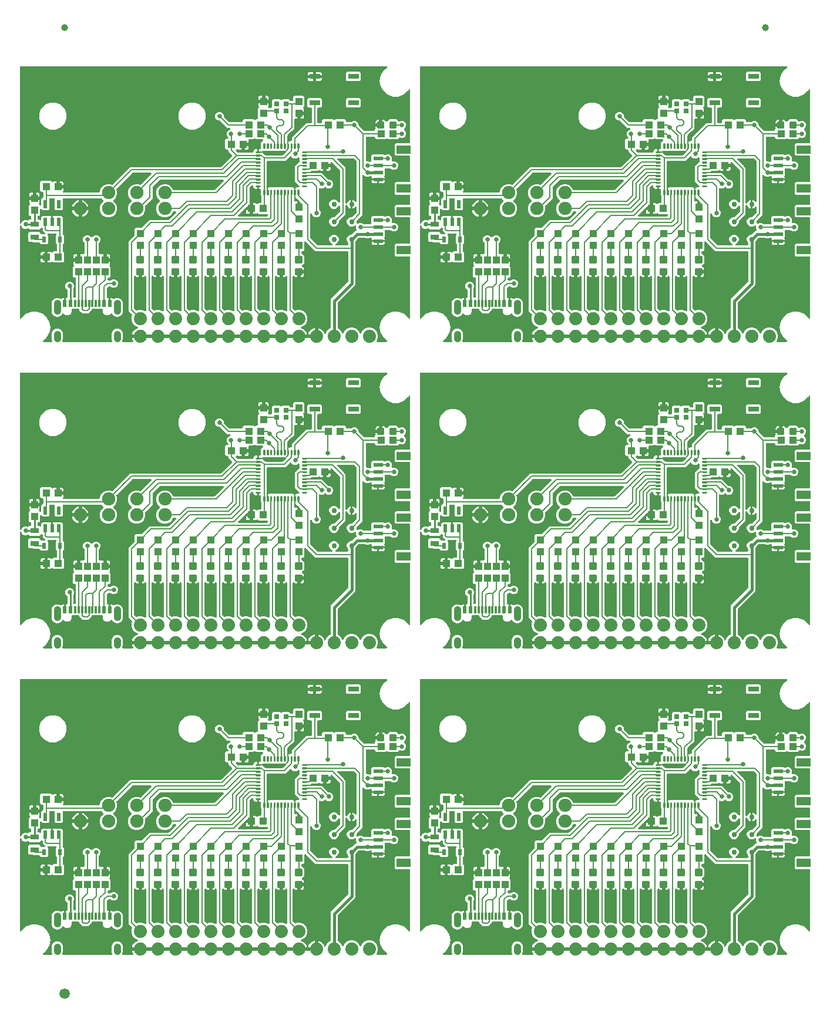
<source format=gtl>
G04 EAGLE Gerber RS-274X export*
G75*
%MOMM*%
%FSLAX34Y34*%
%LPD*%
%INTop Copper*%
%IPPOS*%
%AMOC8*
5,1,8,0,0,1.08239X$1,22.5*%
G01*
%ADD10C,1.905000*%
%ADD11C,0.300000*%
%ADD12C,0.255000*%
%ADD13R,1.200000X0.800000*%
%ADD14R,0.630000X0.830000*%
%ADD15R,0.550000X1.200000*%
%ADD16R,1.100000X1.000000*%
%ADD17R,2.000000X1.200000*%
%ADD18R,1.350000X0.600000*%
%ADD19R,0.300000X1.000000*%
%ADD20R,0.600000X1.000000*%
%ADD21C,1.000000*%
%ADD22C,1.879600*%
%ADD23R,1.524000X0.762000*%
%ADD24C,0.762000*%
%ADD25R,0.750000X0.700000*%
%ADD26R,1.000000X1.100000*%
%ADD27C,1.000000*%
%ADD28C,1.500000*%
%ADD29C,0.635000*%
%ADD30C,0.203200*%
%ADD31C,0.254000*%
%ADD32C,0.406400*%

G36*
X1109182Y888243D02*
X1109182Y888243D01*
X1109217Y888241D01*
X1109339Y888263D01*
X1109462Y888279D01*
X1109495Y888292D01*
X1109530Y888298D01*
X1109643Y888350D01*
X1109758Y888396D01*
X1109786Y888416D01*
X1109819Y888431D01*
X1109915Y888510D01*
X1110015Y888582D01*
X1110038Y888610D01*
X1110065Y888632D01*
X1110139Y888732D01*
X1110218Y888827D01*
X1110233Y888859D01*
X1110254Y888888D01*
X1110301Y889003D01*
X1110354Y889115D01*
X1110360Y889150D01*
X1110373Y889183D01*
X1110390Y889306D01*
X1110413Y889427D01*
X1110411Y889463D01*
X1110416Y889498D01*
X1110401Y889621D01*
X1110394Y889745D01*
X1110383Y889779D01*
X1110378Y889814D01*
X1110334Y889929D01*
X1110296Y890047D01*
X1110277Y890077D01*
X1110264Y890110D01*
X1110192Y890211D01*
X1110125Y890316D01*
X1110100Y890340D01*
X1110079Y890369D01*
X1109962Y890480D01*
X1105095Y894564D01*
X1101109Y901469D01*
X1099725Y909320D01*
X1101109Y917171D01*
X1105095Y924075D01*
X1111202Y929200D01*
X1118694Y931927D01*
X1126666Y931927D01*
X1134158Y929200D01*
X1140265Y924076D01*
X1141393Y922122D01*
X1141481Y922006D01*
X1141566Y921888D01*
X1141577Y921879D01*
X1141585Y921869D01*
X1141699Y921778D01*
X1141811Y921685D01*
X1141824Y921679D01*
X1141834Y921671D01*
X1141968Y921611D01*
X1142099Y921550D01*
X1142112Y921547D01*
X1142125Y921542D01*
X1142269Y921517D01*
X1142412Y921490D01*
X1142425Y921491D01*
X1142438Y921488D01*
X1142584Y921501D01*
X1142729Y921510D01*
X1142742Y921514D01*
X1142755Y921515D01*
X1142893Y921563D01*
X1143031Y921608D01*
X1143043Y921615D01*
X1143056Y921619D01*
X1143177Y921700D01*
X1143300Y921778D01*
X1143309Y921788D01*
X1143321Y921795D01*
X1143418Y921903D01*
X1143518Y922009D01*
X1143525Y922021D01*
X1143534Y922031D01*
X1143601Y922160D01*
X1143672Y922288D01*
X1143675Y922301D01*
X1143681Y922313D01*
X1143715Y922455D01*
X1143751Y922596D01*
X1143752Y922614D01*
X1143754Y922622D01*
X1143754Y922640D01*
X1143761Y922757D01*
X1143761Y1010702D01*
X1143746Y1010820D01*
X1143739Y1010939D01*
X1143726Y1010977D01*
X1143721Y1011018D01*
X1143678Y1011128D01*
X1143641Y1011241D01*
X1143619Y1011276D01*
X1143604Y1011313D01*
X1143535Y1011409D01*
X1143471Y1011510D01*
X1143441Y1011538D01*
X1143418Y1011571D01*
X1143326Y1011647D01*
X1143239Y1011728D01*
X1143204Y1011748D01*
X1143173Y1011773D01*
X1143065Y1011824D01*
X1142961Y1011882D01*
X1142921Y1011892D01*
X1142885Y1011909D01*
X1142768Y1011931D01*
X1142653Y1011961D01*
X1142593Y1011965D01*
X1142573Y1011969D01*
X1142552Y1011967D01*
X1142492Y1011971D01*
X1122767Y1011971D01*
X1120981Y1013757D01*
X1120981Y1028283D01*
X1122767Y1030069D01*
X1142492Y1030069D01*
X1142610Y1030084D01*
X1142729Y1030091D01*
X1142767Y1030104D01*
X1142808Y1030109D01*
X1142918Y1030152D01*
X1143031Y1030189D01*
X1143066Y1030211D01*
X1143103Y1030226D01*
X1143199Y1030295D01*
X1143300Y1030359D01*
X1143328Y1030389D01*
X1143361Y1030412D01*
X1143437Y1030504D01*
X1143518Y1030591D01*
X1143538Y1030626D01*
X1143563Y1030657D01*
X1143614Y1030765D01*
X1143672Y1030869D01*
X1143682Y1030909D01*
X1143699Y1030945D01*
X1143721Y1031062D01*
X1143751Y1031177D01*
X1143755Y1031237D01*
X1143759Y1031257D01*
X1143757Y1031278D01*
X1143761Y1031338D01*
X1143761Y1066702D01*
X1143746Y1066820D01*
X1143739Y1066939D01*
X1143726Y1066977D01*
X1143721Y1067018D01*
X1143678Y1067128D01*
X1143641Y1067241D01*
X1143619Y1067276D01*
X1143604Y1067313D01*
X1143535Y1067409D01*
X1143471Y1067510D01*
X1143441Y1067538D01*
X1143418Y1067571D01*
X1143326Y1067647D01*
X1143239Y1067728D01*
X1143204Y1067748D01*
X1143173Y1067773D01*
X1143065Y1067824D01*
X1142961Y1067882D01*
X1142921Y1067892D01*
X1142885Y1067909D01*
X1142768Y1067931D01*
X1142653Y1067961D01*
X1142593Y1067965D01*
X1142573Y1067969D01*
X1142552Y1067967D01*
X1142492Y1067971D01*
X1122767Y1067971D01*
X1120981Y1069757D01*
X1120981Y1084283D01*
X1122767Y1086069D01*
X1142492Y1086069D01*
X1142610Y1086084D01*
X1142729Y1086091D01*
X1142767Y1086104D01*
X1142808Y1086109D01*
X1142918Y1086152D01*
X1143031Y1086189D01*
X1143066Y1086211D01*
X1143103Y1086226D01*
X1143199Y1086295D01*
X1143300Y1086359D01*
X1143328Y1086389D01*
X1143361Y1086412D01*
X1143437Y1086504D01*
X1143518Y1086591D01*
X1143538Y1086626D01*
X1143563Y1086657D01*
X1143614Y1086765D01*
X1143672Y1086869D01*
X1143682Y1086909D01*
X1143699Y1086945D01*
X1143721Y1087062D01*
X1143751Y1087177D01*
X1143755Y1087237D01*
X1143759Y1087257D01*
X1143757Y1087278D01*
X1143761Y1087338D01*
X1143761Y1099602D01*
X1143746Y1099720D01*
X1143739Y1099839D01*
X1143726Y1099877D01*
X1143721Y1099918D01*
X1143678Y1100028D01*
X1143641Y1100141D01*
X1143619Y1100176D01*
X1143604Y1100213D01*
X1143535Y1100309D01*
X1143471Y1100410D01*
X1143441Y1100438D01*
X1143418Y1100471D01*
X1143326Y1100547D01*
X1143239Y1100628D01*
X1143204Y1100648D01*
X1143173Y1100673D01*
X1143065Y1100724D01*
X1142961Y1100782D01*
X1142921Y1100792D01*
X1142885Y1100809D01*
X1142768Y1100831D01*
X1142653Y1100861D01*
X1142593Y1100865D01*
X1142573Y1100869D01*
X1142552Y1100867D01*
X1142492Y1100871D01*
X1122767Y1100871D01*
X1120981Y1102657D01*
X1120981Y1117183D01*
X1122767Y1118969D01*
X1142492Y1118969D01*
X1142610Y1118984D01*
X1142729Y1118991D01*
X1142767Y1119004D01*
X1142808Y1119009D01*
X1142918Y1119052D01*
X1143031Y1119089D01*
X1143066Y1119111D01*
X1143103Y1119126D01*
X1143199Y1119195D01*
X1143300Y1119259D01*
X1143328Y1119289D01*
X1143361Y1119312D01*
X1143437Y1119404D01*
X1143518Y1119491D01*
X1143538Y1119526D01*
X1143563Y1119557D01*
X1143614Y1119665D01*
X1143672Y1119769D01*
X1143682Y1119809D01*
X1143699Y1119845D01*
X1143721Y1119962D01*
X1143751Y1120077D01*
X1143755Y1120137D01*
X1143759Y1120157D01*
X1143757Y1120178D01*
X1143761Y1120238D01*
X1143761Y1155602D01*
X1143746Y1155720D01*
X1143739Y1155839D01*
X1143726Y1155877D01*
X1143721Y1155918D01*
X1143678Y1156028D01*
X1143641Y1156141D01*
X1143619Y1156176D01*
X1143604Y1156213D01*
X1143535Y1156309D01*
X1143471Y1156410D01*
X1143441Y1156438D01*
X1143418Y1156471D01*
X1143326Y1156547D01*
X1143239Y1156628D01*
X1143204Y1156648D01*
X1143173Y1156673D01*
X1143065Y1156724D01*
X1142961Y1156782D01*
X1142921Y1156792D01*
X1142885Y1156809D01*
X1142768Y1156831D01*
X1142653Y1156861D01*
X1142593Y1156865D01*
X1142573Y1156869D01*
X1142552Y1156867D01*
X1142492Y1156871D01*
X1122767Y1156871D01*
X1120981Y1158657D01*
X1120981Y1173183D01*
X1122767Y1174969D01*
X1142492Y1174969D01*
X1142610Y1174984D01*
X1142729Y1174991D01*
X1142767Y1175004D01*
X1142808Y1175009D01*
X1142918Y1175052D01*
X1143031Y1175089D01*
X1143066Y1175111D01*
X1143103Y1175126D01*
X1143199Y1175195D01*
X1143300Y1175259D01*
X1143328Y1175289D01*
X1143361Y1175312D01*
X1143437Y1175404D01*
X1143518Y1175491D01*
X1143538Y1175526D01*
X1143563Y1175557D01*
X1143614Y1175665D01*
X1143672Y1175769D01*
X1143682Y1175809D01*
X1143699Y1175845D01*
X1143721Y1175962D01*
X1143751Y1176077D01*
X1143755Y1176137D01*
X1143759Y1176157D01*
X1143757Y1176178D01*
X1143761Y1176238D01*
X1143761Y1251483D01*
X1143743Y1251628D01*
X1143728Y1251773D01*
X1143723Y1251786D01*
X1143721Y1251799D01*
X1143668Y1251934D01*
X1143617Y1252071D01*
X1143609Y1252082D01*
X1143604Y1252095D01*
X1143519Y1252212D01*
X1143436Y1252332D01*
X1143425Y1252341D01*
X1143418Y1252352D01*
X1143306Y1252445D01*
X1143195Y1252540D01*
X1143183Y1252546D01*
X1143173Y1252555D01*
X1143041Y1252617D01*
X1142910Y1252682D01*
X1142897Y1252685D01*
X1142885Y1252690D01*
X1142743Y1252718D01*
X1142599Y1252748D01*
X1142586Y1252748D01*
X1142573Y1252750D01*
X1142428Y1252741D01*
X1142282Y1252735D01*
X1142269Y1252731D01*
X1142255Y1252730D01*
X1142117Y1252686D01*
X1141977Y1252644D01*
X1141965Y1252637D01*
X1141953Y1252632D01*
X1141830Y1252555D01*
X1141705Y1252479D01*
X1141695Y1252469D01*
X1141684Y1252462D01*
X1141584Y1252356D01*
X1141482Y1252252D01*
X1141472Y1252237D01*
X1141466Y1252231D01*
X1141458Y1252216D01*
X1141393Y1252118D01*
X1140265Y1250165D01*
X1134158Y1245040D01*
X1126666Y1242313D01*
X1118694Y1242313D01*
X1111202Y1245040D01*
X1105095Y1250165D01*
X1101109Y1257069D01*
X1099725Y1264920D01*
X1101109Y1272771D01*
X1105095Y1279675D01*
X1109962Y1283760D01*
X1109986Y1283786D01*
X1110015Y1283806D01*
X1110094Y1283902D01*
X1110179Y1283993D01*
X1110195Y1284024D01*
X1110218Y1284051D01*
X1110271Y1284164D01*
X1110330Y1284273D01*
X1110338Y1284307D01*
X1110354Y1284339D01*
X1110377Y1284461D01*
X1110407Y1284581D01*
X1110407Y1284617D01*
X1110413Y1284652D01*
X1110406Y1284775D01*
X1110405Y1284899D01*
X1110396Y1284934D01*
X1110394Y1284969D01*
X1110355Y1285087D01*
X1110324Y1285207D01*
X1110306Y1285238D01*
X1110296Y1285271D01*
X1110229Y1285376D01*
X1110169Y1285485D01*
X1110144Y1285510D01*
X1110125Y1285540D01*
X1110035Y1285625D01*
X1109950Y1285715D01*
X1109920Y1285734D01*
X1109894Y1285758D01*
X1109785Y1285818D01*
X1109680Y1285884D01*
X1109646Y1285895D01*
X1109615Y1285912D01*
X1109495Y1285943D01*
X1109377Y1285980D01*
X1109342Y1285982D01*
X1109307Y1285991D01*
X1109147Y1286001D01*
X582168Y1286001D01*
X582050Y1285986D01*
X581931Y1285979D01*
X581893Y1285966D01*
X581852Y1285961D01*
X581742Y1285918D01*
X581629Y1285881D01*
X581594Y1285859D01*
X581557Y1285844D01*
X581461Y1285775D01*
X581360Y1285711D01*
X581332Y1285681D01*
X581299Y1285658D01*
X581223Y1285566D01*
X581142Y1285479D01*
X581122Y1285444D01*
X581097Y1285413D01*
X581046Y1285305D01*
X580988Y1285201D01*
X580978Y1285161D01*
X580961Y1285125D01*
X580939Y1285008D01*
X580909Y1284893D01*
X580905Y1284833D01*
X580901Y1284813D01*
X580903Y1284792D01*
X580899Y1284732D01*
X580899Y1060320D01*
X580907Y1060251D01*
X580906Y1060181D01*
X580927Y1060094D01*
X580939Y1060005D01*
X580964Y1059940D01*
X580981Y1059872D01*
X581023Y1059792D01*
X581056Y1059709D01*
X581097Y1059653D01*
X581129Y1059591D01*
X581190Y1059524D01*
X581242Y1059452D01*
X581296Y1059407D01*
X581343Y1059355D01*
X581418Y1059306D01*
X581487Y1059249D01*
X581551Y1059219D01*
X581609Y1059181D01*
X581694Y1059151D01*
X581775Y1059113D01*
X581844Y1059100D01*
X581910Y1059077D01*
X581999Y1059070D01*
X582087Y1059053D01*
X582157Y1059058D01*
X582227Y1059052D01*
X582315Y1059068D01*
X582405Y1059073D01*
X582471Y1059095D01*
X582540Y1059107D01*
X582622Y1059144D01*
X582707Y1059171D01*
X582766Y1059209D01*
X582830Y1059237D01*
X582900Y1059293D01*
X582976Y1059341D01*
X583024Y1059392D01*
X583078Y1059436D01*
X583133Y1059508D01*
X583194Y1059573D01*
X583228Y1059634D01*
X583270Y1059690D01*
X583341Y1059834D01*
X584004Y1061435D01*
X585755Y1063186D01*
X588042Y1064134D01*
X590518Y1064134D01*
X592043Y1063502D01*
X592071Y1063494D01*
X592097Y1063481D01*
X592224Y1063453D01*
X592349Y1063418D01*
X592379Y1063418D01*
X592408Y1063411D01*
X592537Y1063415D01*
X592667Y1063413D01*
X592696Y1063420D01*
X592726Y1063421D01*
X592850Y1063457D01*
X592977Y1063487D01*
X593003Y1063501D01*
X593031Y1063509D01*
X593143Y1063575D01*
X593258Y1063636D01*
X593280Y1063656D01*
X593305Y1063671D01*
X593426Y1063777D01*
X594717Y1065069D01*
X596392Y1065069D01*
X596510Y1065084D01*
X596629Y1065091D01*
X596667Y1065104D01*
X596708Y1065109D01*
X596818Y1065152D01*
X596931Y1065189D01*
X596966Y1065211D01*
X597003Y1065226D01*
X597099Y1065295D01*
X597200Y1065359D01*
X597228Y1065389D01*
X597261Y1065412D01*
X597337Y1065504D01*
X597418Y1065591D01*
X597438Y1065626D01*
X597463Y1065657D01*
X597514Y1065765D01*
X597572Y1065869D01*
X597582Y1065909D01*
X597599Y1065945D01*
X597621Y1066062D01*
X597651Y1066177D01*
X597655Y1066237D01*
X597659Y1066257D01*
X597657Y1066278D01*
X597661Y1066338D01*
X597661Y1068802D01*
X597646Y1068920D01*
X597639Y1069039D01*
X597626Y1069077D01*
X597621Y1069118D01*
X597578Y1069228D01*
X597541Y1069341D01*
X597519Y1069376D01*
X597504Y1069413D01*
X597435Y1069509D01*
X597371Y1069610D01*
X597341Y1069638D01*
X597318Y1069671D01*
X597226Y1069747D01*
X597139Y1069828D01*
X597104Y1069848D01*
X597073Y1069873D01*
X596965Y1069924D01*
X596861Y1069982D01*
X596821Y1069992D01*
X596785Y1070009D01*
X596668Y1070031D01*
X596553Y1070061D01*
X596493Y1070065D01*
X596473Y1070069D01*
X596452Y1070067D01*
X596392Y1070071D01*
X595717Y1070071D01*
X593931Y1071857D01*
X593931Y1085383D01*
X595130Y1086582D01*
X595203Y1086676D01*
X595282Y1086765D01*
X595300Y1086801D01*
X595325Y1086833D01*
X595372Y1086942D01*
X595427Y1087048D01*
X595435Y1087088D01*
X595451Y1087125D01*
X595470Y1087243D01*
X595496Y1087359D01*
X595495Y1087399D01*
X595501Y1087439D01*
X595490Y1087558D01*
X595487Y1087676D01*
X595475Y1087715D01*
X595471Y1087756D01*
X595431Y1087868D01*
X595398Y1087982D01*
X595378Y1088017D01*
X595364Y1088055D01*
X595297Y1088153D01*
X595237Y1088256D01*
X595197Y1088301D01*
X595185Y1088318D01*
X595170Y1088331D01*
X595130Y1088377D01*
X594947Y1088560D01*
X594612Y1089139D01*
X594439Y1089786D01*
X594439Y1093121D01*
X600750Y1093121D01*
X600868Y1093136D01*
X600987Y1093143D01*
X601025Y1093155D01*
X601065Y1093161D01*
X601176Y1093204D01*
X601289Y1093241D01*
X601323Y1093263D01*
X601361Y1093278D01*
X601457Y1093347D01*
X601558Y1093411D01*
X601586Y1093441D01*
X601618Y1093464D01*
X601694Y1093556D01*
X601776Y1093643D01*
X601795Y1093678D01*
X601821Y1093709D01*
X601872Y1093817D01*
X601929Y1093921D01*
X601939Y1093961D01*
X601957Y1093997D01*
X601977Y1094104D01*
X601981Y1094074D01*
X602025Y1093964D01*
X602061Y1093851D01*
X602083Y1093816D01*
X602098Y1093779D01*
X602168Y1093682D01*
X602231Y1093582D01*
X602261Y1093554D01*
X602285Y1093521D01*
X602376Y1093445D01*
X602463Y1093364D01*
X602498Y1093344D01*
X602530Y1093319D01*
X602637Y1093268D01*
X602742Y1093210D01*
X602781Y1093200D01*
X602817Y1093183D01*
X602934Y1093161D01*
X603050Y1093131D01*
X603110Y1093127D01*
X603130Y1093123D01*
X603150Y1093125D01*
X603210Y1093121D01*
X609521Y1093121D01*
X609521Y1089786D01*
X609348Y1089139D01*
X609013Y1088560D01*
X608830Y1088377D01*
X608757Y1088283D01*
X608678Y1088193D01*
X608660Y1088157D01*
X608635Y1088125D01*
X608588Y1088016D01*
X608533Y1087910D01*
X608525Y1087871D01*
X608509Y1087834D01*
X608490Y1087716D01*
X608464Y1087600D01*
X608465Y1087560D01*
X608459Y1087519D01*
X608470Y1087401D01*
X608473Y1087282D01*
X608485Y1087243D01*
X608489Y1087203D01*
X608529Y1087091D01*
X608562Y1086976D01*
X608582Y1086942D01*
X608596Y1086904D01*
X608663Y1086805D01*
X608723Y1086703D01*
X608763Y1086657D01*
X608775Y1086640D01*
X608790Y1086627D01*
X608830Y1086582D01*
X609915Y1085497D01*
X610024Y1085412D01*
X610131Y1085323D01*
X610150Y1085315D01*
X610166Y1085302D01*
X610294Y1085247D01*
X610419Y1085188D01*
X610439Y1085184D01*
X610458Y1085176D01*
X610596Y1085154D01*
X610732Y1085128D01*
X610752Y1085129D01*
X610772Y1085126D01*
X610911Y1085139D01*
X611049Y1085148D01*
X611068Y1085154D01*
X611088Y1085156D01*
X611220Y1085203D01*
X611351Y1085246D01*
X611369Y1085256D01*
X611388Y1085263D01*
X611503Y1085341D01*
X611620Y1085416D01*
X611634Y1085431D01*
X611651Y1085442D01*
X611743Y1085546D01*
X611838Y1085647D01*
X611848Y1085665D01*
X611861Y1085680D01*
X611925Y1085804D01*
X611992Y1085926D01*
X611997Y1085945D01*
X612006Y1085964D01*
X612036Y1086099D01*
X612071Y1086234D01*
X612073Y1086262D01*
X612076Y1086274D01*
X612075Y1086294D01*
X612081Y1086395D01*
X612081Y1094684D01*
X613937Y1096539D01*
X613972Y1096553D01*
X614085Y1096590D01*
X614120Y1096612D01*
X614157Y1096627D01*
X614253Y1096696D01*
X614354Y1096760D01*
X614382Y1096790D01*
X614415Y1096813D01*
X614491Y1096905D01*
X614572Y1096992D01*
X614592Y1097027D01*
X614617Y1097058D01*
X614668Y1097166D01*
X614726Y1097270D01*
X614736Y1097310D01*
X614753Y1097346D01*
X614775Y1097463D01*
X614805Y1097578D01*
X614809Y1097638D01*
X614813Y1097658D01*
X614811Y1097679D01*
X614815Y1097739D01*
X614815Y1103202D01*
X614800Y1103320D01*
X614793Y1103439D01*
X614780Y1103477D01*
X614775Y1103518D01*
X614732Y1103628D01*
X614695Y1103741D01*
X614673Y1103776D01*
X614658Y1103813D01*
X614589Y1103909D01*
X614525Y1104010D01*
X614495Y1104038D01*
X614472Y1104071D01*
X614380Y1104147D01*
X614293Y1104228D01*
X614258Y1104248D01*
X614227Y1104273D01*
X614119Y1104324D01*
X614015Y1104382D01*
X613975Y1104392D01*
X613939Y1104409D01*
X613822Y1104431D01*
X613707Y1104461D01*
X613647Y1104465D01*
X613627Y1104469D01*
X613606Y1104467D01*
X613546Y1104471D01*
X612117Y1104471D01*
X610331Y1106257D01*
X610331Y1118783D01*
X612117Y1120569D01*
X625643Y1120569D01*
X626842Y1119370D01*
X626936Y1119297D01*
X627025Y1119218D01*
X627061Y1119200D01*
X627093Y1119175D01*
X627202Y1119128D01*
X627308Y1119073D01*
X627348Y1119065D01*
X627385Y1119049D01*
X627503Y1119030D01*
X627619Y1119004D01*
X627659Y1119005D01*
X627699Y1118999D01*
X627818Y1119010D01*
X627937Y1119014D01*
X627975Y1119025D01*
X628016Y1119029D01*
X628128Y1119069D01*
X628242Y1119102D01*
X628277Y1119122D01*
X628315Y1119136D01*
X628413Y1119203D01*
X628516Y1119263D01*
X628561Y1119303D01*
X628578Y1119315D01*
X628592Y1119330D01*
X628637Y1119370D01*
X628820Y1119553D01*
X629399Y1119888D01*
X630046Y1120061D01*
X633381Y1120061D01*
X633381Y1113750D01*
X633396Y1113632D01*
X633403Y1113513D01*
X633415Y1113475D01*
X633421Y1113435D01*
X633464Y1113324D01*
X633501Y1113211D01*
X633523Y1113177D01*
X633538Y1113139D01*
X633607Y1113043D01*
X633671Y1112942D01*
X633701Y1112914D01*
X633724Y1112882D01*
X633816Y1112806D01*
X633903Y1112724D01*
X633938Y1112705D01*
X633969Y1112679D01*
X634077Y1112628D01*
X634181Y1112571D01*
X634221Y1112561D01*
X634257Y1112543D01*
X634374Y1112521D01*
X634489Y1112491D01*
X634549Y1112487D01*
X634569Y1112484D01*
X634590Y1112485D01*
X634650Y1112481D01*
X635841Y1112481D01*
X635841Y1111290D01*
X635856Y1111172D01*
X635863Y1111053D01*
X635876Y1111015D01*
X635881Y1110974D01*
X635925Y1110864D01*
X635961Y1110751D01*
X635983Y1110716D01*
X635998Y1110679D01*
X636068Y1110582D01*
X636131Y1110482D01*
X636161Y1110454D01*
X636185Y1110421D01*
X636276Y1110345D01*
X636363Y1110264D01*
X636398Y1110244D01*
X636430Y1110219D01*
X636537Y1110168D01*
X636642Y1110110D01*
X636681Y1110100D01*
X636717Y1110083D01*
X636834Y1110061D01*
X636950Y1110031D01*
X637010Y1110027D01*
X637030Y1110023D01*
X637050Y1110025D01*
X637110Y1110021D01*
X643921Y1110021D01*
X643921Y1107186D01*
X643748Y1106539D01*
X643364Y1105874D01*
X643331Y1105835D01*
X643322Y1105817D01*
X643310Y1105801D01*
X643254Y1105673D01*
X643195Y1105547D01*
X643191Y1105527D01*
X643184Y1105509D01*
X643162Y1105371D01*
X643135Y1105234D01*
X643137Y1105215D01*
X643133Y1105195D01*
X643147Y1105056D01*
X643155Y1104917D01*
X643161Y1104898D01*
X643163Y1104878D01*
X643210Y1104747D01*
X643253Y1104615D01*
X643264Y1104598D01*
X643271Y1104579D01*
X643349Y1104464D01*
X643423Y1104346D01*
X643438Y1104332D01*
X643449Y1104316D01*
X643553Y1104224D01*
X643655Y1104128D01*
X643672Y1104118D01*
X643687Y1104105D01*
X643811Y1104042D01*
X643933Y1103974D01*
X643953Y1103969D01*
X643970Y1103960D01*
X644107Y1103930D01*
X644241Y1103895D01*
X644269Y1103893D01*
X644281Y1103891D01*
X644301Y1103891D01*
X644402Y1103885D01*
X694817Y1103885D01*
X694935Y1103900D01*
X695054Y1103907D01*
X695092Y1103920D01*
X695133Y1103925D01*
X695243Y1103968D01*
X695356Y1104005D01*
X695391Y1104027D01*
X695428Y1104042D01*
X695524Y1104111D01*
X695625Y1104175D01*
X695653Y1104205D01*
X695686Y1104228D01*
X695762Y1104320D01*
X695843Y1104407D01*
X695863Y1104442D01*
X695888Y1104473D01*
X695939Y1104581D01*
X695997Y1104685D01*
X696007Y1104725D01*
X696024Y1104761D01*
X696046Y1104878D01*
X696076Y1104993D01*
X696080Y1105053D01*
X696084Y1105073D01*
X696082Y1105094D01*
X696086Y1105154D01*
X696086Y1106131D01*
X698000Y1110752D01*
X701538Y1114290D01*
X706159Y1116204D01*
X711161Y1116204D01*
X713435Y1115262D01*
X713464Y1115254D01*
X713490Y1115241D01*
X713617Y1115212D01*
X713742Y1115178D01*
X713772Y1115177D01*
X713800Y1115171D01*
X713930Y1115175D01*
X714060Y1115173D01*
X714089Y1115180D01*
X714118Y1115181D01*
X714243Y1115217D01*
X714369Y1115247D01*
X714395Y1115261D01*
X714424Y1115269D01*
X714535Y1115335D01*
X714650Y1115396D01*
X714672Y1115415D01*
X714698Y1115430D01*
X714818Y1115537D01*
X737244Y1137962D01*
X739996Y1140715D01*
X870281Y1140715D01*
X870379Y1140727D01*
X870478Y1140730D01*
X870536Y1140747D01*
X870596Y1140755D01*
X870688Y1140791D01*
X870783Y1140819D01*
X870836Y1140849D01*
X870892Y1140872D01*
X870972Y1140930D01*
X871057Y1140980D01*
X871133Y1141046D01*
X871149Y1141058D01*
X871157Y1141068D01*
X871178Y1141086D01*
X886691Y1156600D01*
X886765Y1156694D01*
X886843Y1156783D01*
X886862Y1156819D01*
X886886Y1156851D01*
X886934Y1156960D01*
X886988Y1157066D01*
X886997Y1157106D01*
X887013Y1157143D01*
X887031Y1157261D01*
X887057Y1157377D01*
X887056Y1157417D01*
X887063Y1157457D01*
X887051Y1157576D01*
X887048Y1157695D01*
X887037Y1157733D01*
X887033Y1157774D01*
X886992Y1157886D01*
X886959Y1158000D01*
X886939Y1158035D01*
X886925Y1158073D01*
X886858Y1158171D01*
X886798Y1158274D01*
X886758Y1158319D01*
X886747Y1158336D01*
X886731Y1158350D01*
X886691Y1158395D01*
X881515Y1163571D01*
X881515Y1164162D01*
X881500Y1164280D01*
X881493Y1164399D01*
X881480Y1164437D01*
X881475Y1164478D01*
X881432Y1164588D01*
X881395Y1164701D01*
X881373Y1164736D01*
X881358Y1164773D01*
X881289Y1164869D01*
X881225Y1164970D01*
X881195Y1164998D01*
X881172Y1165031D01*
X881080Y1165107D01*
X880993Y1165188D01*
X880958Y1165208D01*
X880927Y1165233D01*
X880819Y1165284D01*
X880715Y1165342D01*
X880675Y1165352D01*
X880639Y1165369D01*
X880522Y1165391D01*
X880407Y1165421D01*
X880347Y1165425D01*
X880327Y1165429D01*
X880306Y1165427D01*
X880246Y1165431D01*
X878817Y1165431D01*
X877031Y1167217D01*
X877031Y1179743D01*
X878817Y1181529D01*
X880246Y1181529D01*
X880364Y1181544D01*
X880483Y1181551D01*
X880521Y1181564D01*
X880562Y1181569D01*
X880672Y1181612D01*
X880785Y1181649D01*
X880820Y1181671D01*
X880857Y1181686D01*
X880953Y1181755D01*
X881054Y1181819D01*
X881082Y1181849D01*
X881115Y1181872D01*
X881191Y1181964D01*
X881272Y1182051D01*
X881292Y1182086D01*
X881317Y1182117D01*
X881368Y1182225D01*
X881426Y1182329D01*
X881436Y1182369D01*
X881453Y1182405D01*
X881475Y1182522D01*
X881505Y1182637D01*
X881509Y1182697D01*
X881513Y1182717D01*
X881511Y1182738D01*
X881515Y1182798D01*
X881515Y1183067D01*
X881503Y1183165D01*
X881500Y1183265D01*
X881483Y1183323D01*
X881475Y1183383D01*
X881439Y1183475D01*
X881411Y1183570D01*
X881381Y1183622D01*
X881358Y1183679D01*
X881300Y1183759D01*
X881250Y1183844D01*
X881184Y1183919D01*
X881172Y1183936D01*
X881162Y1183944D01*
X881144Y1183965D01*
X879914Y1185195D01*
X878966Y1187482D01*
X878966Y1189958D01*
X879914Y1192245D01*
X881665Y1193996D01*
X883879Y1194913D01*
X883939Y1194948D01*
X884004Y1194974D01*
X884077Y1195026D01*
X884155Y1195071D01*
X884205Y1195119D01*
X884262Y1195160D01*
X884319Y1195230D01*
X884383Y1195292D01*
X884420Y1195352D01*
X884464Y1195405D01*
X884503Y1195487D01*
X884550Y1195563D01*
X884570Y1195630D01*
X884600Y1195693D01*
X884617Y1195781D01*
X884643Y1195867D01*
X884647Y1195937D01*
X884660Y1196006D01*
X884654Y1196095D01*
X884659Y1196185D01*
X884644Y1196253D01*
X884640Y1196323D01*
X884612Y1196408D01*
X884594Y1196496D01*
X884564Y1196559D01*
X884542Y1196625D01*
X884494Y1196701D01*
X884454Y1196782D01*
X884409Y1196835D01*
X884372Y1196894D01*
X884306Y1196956D01*
X884248Y1197024D01*
X884191Y1197064D01*
X884140Y1197112D01*
X884062Y1197155D01*
X883988Y1197207D01*
X883923Y1197232D01*
X883862Y1197266D01*
X883775Y1197288D01*
X883691Y1197320D01*
X883621Y1197328D01*
X883554Y1197345D01*
X883393Y1197355D01*
X879696Y1197355D01*
X876944Y1200108D01*
X869527Y1207525D01*
X869449Y1207585D01*
X869377Y1207653D01*
X869324Y1207682D01*
X869276Y1207719D01*
X869185Y1207759D01*
X869098Y1207807D01*
X869040Y1207822D01*
X868984Y1207846D01*
X868886Y1207861D01*
X868790Y1207886D01*
X868690Y1207892D01*
X868670Y1207896D01*
X868658Y1207894D01*
X868630Y1207896D01*
X867442Y1207896D01*
X865155Y1208844D01*
X863404Y1210595D01*
X862456Y1212882D01*
X862456Y1215358D01*
X863404Y1217645D01*
X865155Y1219396D01*
X867442Y1220344D01*
X869918Y1220344D01*
X872205Y1219396D01*
X873956Y1217645D01*
X874904Y1215358D01*
X874904Y1214170D01*
X874916Y1214072D01*
X874919Y1213973D01*
X874936Y1213915D01*
X874944Y1213855D01*
X874980Y1213763D01*
X875008Y1213668D01*
X875038Y1213615D01*
X875061Y1213559D01*
X875119Y1213479D01*
X875169Y1213394D01*
X875235Y1213318D01*
X875247Y1213302D01*
X875257Y1213294D01*
X875275Y1213273D01*
X882692Y1205856D01*
X882770Y1205796D01*
X882842Y1205728D01*
X882895Y1205699D01*
X882943Y1205662D01*
X883034Y1205622D01*
X883121Y1205574D01*
X883179Y1205559D01*
X883235Y1205535D01*
X883333Y1205520D01*
X883429Y1205495D01*
X883529Y1205489D01*
X883549Y1205485D01*
X883561Y1205487D01*
X883589Y1205485D01*
X901162Y1205485D01*
X901280Y1205500D01*
X901399Y1205507D01*
X901437Y1205520D01*
X901478Y1205525D01*
X901588Y1205568D01*
X901701Y1205605D01*
X901736Y1205627D01*
X901773Y1205642D01*
X901869Y1205711D01*
X901970Y1205775D01*
X901998Y1205805D01*
X902031Y1205828D01*
X902107Y1205920D01*
X902188Y1206007D01*
X902208Y1206042D01*
X902233Y1206073D01*
X902284Y1206181D01*
X902342Y1206285D01*
X902352Y1206325D01*
X902369Y1206361D01*
X902391Y1206478D01*
X902421Y1206593D01*
X902425Y1206653D01*
X902429Y1206673D01*
X902427Y1206694D01*
X902431Y1206754D01*
X902431Y1207683D01*
X904217Y1209469D01*
X917743Y1209469D01*
X918583Y1208629D01*
X918677Y1208556D01*
X918766Y1208477D01*
X918802Y1208459D01*
X918834Y1208434D01*
X918943Y1208387D01*
X919049Y1208333D01*
X919088Y1208324D01*
X919126Y1208308D01*
X919243Y1208289D01*
X919359Y1208263D01*
X919400Y1208264D01*
X919440Y1208258D01*
X919558Y1208269D01*
X919677Y1208273D01*
X919716Y1208284D01*
X919756Y1208288D01*
X919868Y1208328D01*
X919983Y1208361D01*
X920018Y1208382D01*
X920056Y1208395D01*
X920154Y1208462D01*
X920257Y1208523D01*
X920302Y1208562D01*
X920319Y1208574D01*
X920332Y1208589D01*
X920378Y1208629D01*
X921217Y1209469D01*
X923155Y1209469D01*
X923293Y1209486D01*
X923432Y1209499D01*
X923451Y1209506D01*
X923471Y1209509D01*
X923600Y1209560D01*
X923731Y1209607D01*
X923748Y1209618D01*
X923767Y1209626D01*
X923879Y1209707D01*
X923994Y1209785D01*
X924008Y1209801D01*
X924024Y1209812D01*
X924113Y1209920D01*
X924205Y1210024D01*
X924214Y1210042D01*
X924227Y1210057D01*
X924286Y1210183D01*
X924349Y1210307D01*
X924354Y1210327D01*
X924362Y1210345D01*
X924388Y1210481D01*
X924419Y1210617D01*
X924418Y1210638D01*
X924422Y1210657D01*
X924414Y1210796D01*
X924409Y1210935D01*
X924404Y1210955D01*
X924402Y1210975D01*
X924359Y1211107D01*
X924321Y1211241D01*
X924311Y1211258D01*
X924304Y1211277D01*
X924230Y1211395D01*
X924159Y1211515D01*
X924141Y1211536D01*
X924134Y1211546D01*
X924131Y1211549D01*
X924131Y1225083D01*
X925330Y1226282D01*
X925403Y1226376D01*
X925482Y1226465D01*
X925500Y1226501D01*
X925525Y1226533D01*
X925572Y1226642D01*
X925627Y1226748D01*
X925635Y1226788D01*
X925651Y1226825D01*
X925670Y1226943D01*
X925696Y1227059D01*
X925695Y1227099D01*
X925701Y1227139D01*
X925690Y1227258D01*
X925686Y1227377D01*
X925675Y1227415D01*
X925671Y1227456D01*
X925631Y1227568D01*
X925598Y1227682D01*
X925578Y1227717D01*
X925564Y1227755D01*
X925497Y1227853D01*
X925437Y1227956D01*
X925397Y1228001D01*
X925385Y1228018D01*
X925370Y1228032D01*
X925330Y1228077D01*
X925147Y1228260D01*
X924812Y1228839D01*
X924639Y1229486D01*
X924639Y1232821D01*
X930950Y1232821D01*
X931068Y1232836D01*
X931187Y1232843D01*
X931225Y1232855D01*
X931265Y1232861D01*
X931376Y1232904D01*
X931489Y1232941D01*
X931523Y1232963D01*
X931561Y1232978D01*
X931657Y1233047D01*
X931758Y1233111D01*
X931786Y1233141D01*
X931818Y1233164D01*
X931894Y1233256D01*
X931976Y1233343D01*
X931995Y1233378D01*
X932021Y1233409D01*
X932072Y1233517D01*
X932129Y1233621D01*
X932139Y1233661D01*
X932157Y1233697D01*
X932177Y1233804D01*
X932181Y1233774D01*
X932225Y1233664D01*
X932261Y1233551D01*
X932283Y1233516D01*
X932298Y1233479D01*
X932368Y1233382D01*
X932431Y1233282D01*
X932461Y1233254D01*
X932485Y1233221D01*
X932576Y1233145D01*
X932663Y1233064D01*
X932698Y1233044D01*
X932730Y1233019D01*
X932837Y1232968D01*
X932942Y1232910D01*
X932981Y1232900D01*
X933017Y1232883D01*
X933134Y1232861D01*
X933250Y1232831D01*
X933310Y1232827D01*
X933330Y1232823D01*
X933350Y1232825D01*
X933410Y1232821D01*
X939721Y1232821D01*
X939721Y1229486D01*
X939548Y1228839D01*
X939213Y1228260D01*
X939030Y1228077D01*
X938957Y1227983D01*
X938879Y1227894D01*
X938860Y1227858D01*
X938835Y1227826D01*
X938788Y1227717D01*
X938734Y1227611D01*
X938725Y1227571D01*
X938709Y1227534D01*
X938690Y1227417D01*
X938664Y1227301D01*
X938665Y1227260D01*
X938659Y1227220D01*
X938670Y1227102D01*
X938673Y1226983D01*
X938685Y1226944D01*
X938689Y1226903D01*
X938729Y1226791D01*
X938762Y1226677D01*
X938782Y1226642D01*
X938796Y1226604D01*
X938863Y1226505D01*
X938923Y1226403D01*
X938963Y1226357D01*
X938975Y1226341D01*
X938990Y1226327D01*
X939029Y1226282D01*
X939054Y1226257D01*
X939133Y1226196D01*
X939205Y1226128D01*
X939258Y1226099D01*
X939306Y1226062D01*
X939397Y1226022D01*
X939484Y1225974D01*
X939542Y1225959D01*
X939597Y1225935D01*
X939696Y1225920D01*
X939792Y1225895D01*
X939891Y1225889D01*
X939911Y1225885D01*
X939924Y1225887D01*
X939953Y1225885D01*
X942762Y1225885D01*
X942880Y1225900D01*
X942999Y1225907D01*
X943037Y1225920D01*
X943078Y1225925D01*
X943188Y1225968D01*
X943301Y1226005D01*
X943336Y1226027D01*
X943373Y1226042D01*
X943469Y1226111D01*
X943570Y1226175D01*
X943598Y1226205D01*
X943631Y1226228D01*
X943707Y1226320D01*
X943788Y1226407D01*
X943808Y1226442D01*
X943833Y1226473D01*
X943884Y1226581D01*
X943942Y1226685D01*
X943952Y1226725D01*
X943969Y1226761D01*
X943991Y1226878D01*
X944021Y1226993D01*
X944025Y1227053D01*
X944029Y1227073D01*
X944027Y1227094D01*
X944031Y1227154D01*
X944031Y1236583D01*
X945817Y1238369D01*
X955843Y1238369D01*
X956682Y1237529D01*
X956776Y1237456D01*
X956866Y1237377D01*
X956902Y1237359D01*
X956934Y1237334D01*
X957043Y1237287D01*
X957149Y1237233D01*
X957188Y1237224D01*
X957226Y1237208D01*
X957343Y1237189D01*
X957459Y1237163D01*
X957500Y1237164D01*
X957540Y1237158D01*
X957658Y1237169D01*
X957777Y1237173D01*
X957816Y1237184D01*
X957856Y1237188D01*
X957969Y1237228D01*
X958083Y1237261D01*
X958117Y1237282D01*
X958156Y1237295D01*
X958254Y1237362D01*
X958357Y1237423D01*
X958402Y1237463D01*
X958419Y1237474D01*
X958432Y1237489D01*
X958477Y1237529D01*
X959317Y1238369D01*
X969343Y1238369D01*
X971455Y1236256D01*
X971533Y1236196D01*
X971605Y1236128D01*
X971658Y1236099D01*
X971706Y1236062D01*
X971797Y1236022D01*
X971884Y1235974D01*
X971942Y1235959D01*
X971998Y1235935D01*
X972096Y1235920D01*
X972192Y1235895D01*
X972292Y1235889D01*
X972312Y1235885D01*
X972325Y1235887D01*
X972353Y1235885D01*
X973662Y1235885D01*
X973780Y1235900D01*
X973899Y1235907D01*
X973937Y1235920D01*
X973978Y1235925D01*
X974088Y1235968D01*
X974201Y1236005D01*
X974236Y1236027D01*
X974273Y1236042D01*
X974369Y1236111D01*
X974470Y1236175D01*
X974498Y1236205D01*
X974531Y1236228D01*
X974607Y1236320D01*
X974688Y1236407D01*
X974708Y1236442D01*
X974733Y1236473D01*
X974784Y1236581D01*
X974842Y1236685D01*
X974852Y1236725D01*
X974869Y1236761D01*
X974891Y1236878D01*
X974921Y1236993D01*
X974925Y1237053D01*
X974929Y1237073D01*
X974927Y1237094D01*
X974931Y1237154D01*
X974931Y1242083D01*
X976717Y1243869D01*
X989243Y1243869D01*
X991029Y1242083D01*
X991029Y1228557D01*
X989830Y1227358D01*
X989757Y1227264D01*
X989678Y1227175D01*
X989660Y1227139D01*
X989635Y1227107D01*
X989588Y1226998D01*
X989533Y1226892D01*
X989525Y1226852D01*
X989509Y1226815D01*
X989490Y1226697D01*
X989464Y1226581D01*
X989465Y1226541D01*
X989459Y1226501D01*
X989470Y1226382D01*
X989474Y1226263D01*
X989485Y1226225D01*
X989489Y1226184D01*
X989529Y1226072D01*
X989562Y1225958D01*
X989582Y1225923D01*
X989596Y1225885D01*
X989663Y1225787D01*
X989723Y1225684D01*
X989763Y1225639D01*
X989775Y1225622D01*
X989790Y1225608D01*
X989830Y1225563D01*
X990013Y1225380D01*
X990348Y1224801D01*
X990521Y1224154D01*
X990521Y1220819D01*
X984210Y1220819D01*
X984092Y1220804D01*
X983973Y1220797D01*
X983935Y1220784D01*
X983895Y1220779D01*
X983784Y1220736D01*
X983671Y1220699D01*
X983637Y1220677D01*
X983599Y1220662D01*
X983503Y1220593D01*
X983402Y1220529D01*
X983374Y1220499D01*
X983342Y1220476D01*
X983265Y1220384D01*
X983184Y1220297D01*
X983165Y1220262D01*
X983139Y1220231D01*
X983088Y1220123D01*
X983031Y1220019D01*
X983021Y1219979D01*
X983003Y1219943D01*
X982981Y1219826D01*
X982951Y1219711D01*
X982947Y1219651D01*
X982944Y1219631D01*
X982945Y1219610D01*
X982944Y1219595D01*
X982944Y1219593D01*
X982944Y1219592D01*
X982941Y1219550D01*
X982941Y1218359D01*
X981750Y1218359D01*
X981632Y1218344D01*
X981513Y1218337D01*
X981475Y1218324D01*
X981434Y1218319D01*
X981324Y1218275D01*
X981211Y1218239D01*
X981176Y1218217D01*
X981139Y1218202D01*
X981042Y1218132D01*
X980942Y1218069D01*
X980914Y1218039D01*
X980881Y1218015D01*
X980805Y1217924D01*
X980724Y1217837D01*
X980704Y1217802D01*
X980679Y1217770D01*
X980628Y1217663D01*
X980570Y1217558D01*
X980560Y1217519D01*
X980543Y1217483D01*
X980521Y1217366D01*
X980491Y1217250D01*
X980487Y1217190D01*
X980483Y1217170D01*
X980485Y1217150D01*
X980481Y1217090D01*
X980481Y1210279D01*
X978154Y1210279D01*
X978036Y1210264D01*
X977917Y1210257D01*
X977879Y1210244D01*
X977838Y1210239D01*
X977728Y1210196D01*
X977615Y1210159D01*
X977580Y1210137D01*
X977543Y1210122D01*
X977447Y1210053D01*
X977346Y1209989D01*
X977318Y1209959D01*
X977285Y1209936D01*
X977209Y1209844D01*
X977128Y1209757D01*
X977108Y1209722D01*
X977083Y1209691D01*
X977032Y1209583D01*
X976974Y1209479D01*
X976964Y1209439D01*
X976947Y1209403D01*
X976925Y1209286D01*
X976895Y1209171D01*
X976891Y1209111D01*
X976887Y1209091D01*
X976889Y1209070D01*
X976885Y1209010D01*
X976885Y1195926D01*
X967016Y1186058D01*
X966956Y1185980D01*
X966888Y1185908D01*
X966859Y1185855D01*
X966822Y1185807D01*
X966782Y1185716D01*
X966734Y1185629D01*
X966719Y1185571D01*
X966695Y1185515D01*
X966680Y1185417D01*
X966655Y1185321D01*
X966649Y1185221D01*
X966645Y1185201D01*
X966647Y1185189D01*
X966645Y1185161D01*
X966645Y1179095D01*
X966660Y1178977D01*
X966667Y1178858D01*
X966680Y1178820D01*
X966685Y1178779D01*
X966728Y1178669D01*
X966765Y1178556D01*
X966787Y1178521D01*
X966802Y1178484D01*
X966871Y1178388D01*
X966935Y1178287D01*
X966965Y1178259D01*
X966988Y1178226D01*
X967080Y1178150D01*
X967167Y1178069D01*
X967202Y1178049D01*
X967233Y1178024D01*
X967341Y1177973D01*
X967445Y1177915D01*
X967485Y1177905D01*
X967521Y1177888D01*
X967638Y1177866D01*
X967753Y1177836D01*
X967813Y1177832D01*
X967833Y1177828D01*
X967854Y1177830D01*
X967914Y1177826D01*
X968096Y1177826D01*
X968767Y1177646D01*
X968872Y1177631D01*
X968975Y1177608D01*
X969029Y1177610D01*
X969082Y1177603D01*
X969187Y1177615D01*
X969293Y1177618D01*
X969345Y1177633D01*
X969398Y1177639D01*
X969497Y1177677D01*
X969599Y1177706D01*
X969645Y1177734D01*
X969695Y1177753D01*
X969782Y1177814D01*
X969873Y1177868D01*
X969937Y1177924D01*
X969955Y1177937D01*
X969965Y1177949D01*
X969993Y1177974D01*
X970353Y1178334D01*
X971823Y1178334D01*
X971942Y1178349D01*
X972060Y1178356D01*
X972099Y1178369D01*
X972139Y1178374D01*
X972250Y1178417D01*
X972363Y1178454D01*
X972397Y1178476D01*
X972435Y1178491D01*
X972531Y1178560D01*
X972631Y1178624D01*
X972659Y1178654D01*
X972692Y1178677D01*
X972768Y1178769D01*
X972849Y1178856D01*
X972869Y1178891D01*
X972895Y1178922D01*
X972945Y1179030D01*
X973003Y1179134D01*
X973013Y1179174D01*
X973030Y1179210D01*
X973053Y1179327D01*
X973082Y1179442D01*
X973086Y1179502D01*
X973090Y1179522D01*
X973089Y1179543D01*
X973093Y1179603D01*
X973093Y1183311D01*
X993996Y1204215D01*
X1000506Y1204215D01*
X1000624Y1204230D01*
X1000743Y1204237D01*
X1000781Y1204250D01*
X1000822Y1204255D01*
X1000932Y1204298D01*
X1001045Y1204335D01*
X1001080Y1204357D01*
X1001117Y1204372D01*
X1001213Y1204441D01*
X1001314Y1204505D01*
X1001342Y1204535D01*
X1001375Y1204558D01*
X1001451Y1204650D01*
X1001532Y1204737D01*
X1001552Y1204772D01*
X1001577Y1204803D01*
X1001628Y1204911D01*
X1001686Y1205015D01*
X1001696Y1205055D01*
X1001713Y1205091D01*
X1001735Y1205208D01*
X1001765Y1205323D01*
X1001769Y1205383D01*
X1001773Y1205403D01*
X1001771Y1205424D01*
X1001775Y1205484D01*
X1001775Y1225042D01*
X1001760Y1225160D01*
X1001753Y1225279D01*
X1001740Y1225317D01*
X1001735Y1225358D01*
X1001692Y1225468D01*
X1001655Y1225581D01*
X1001633Y1225616D01*
X1001618Y1225653D01*
X1001549Y1225749D01*
X1001485Y1225850D01*
X1001455Y1225878D01*
X1001432Y1225911D01*
X1001340Y1225987D01*
X1001253Y1226068D01*
X1001218Y1226088D01*
X1001187Y1226113D01*
X1001079Y1226164D01*
X1000975Y1226222D01*
X1000935Y1226232D01*
X1000899Y1226249D01*
X1000782Y1226271D01*
X1000667Y1226301D01*
X1000607Y1226305D01*
X1000587Y1226309D01*
X1000566Y1226307D01*
X1000506Y1226311D01*
X996957Y1226311D01*
X995171Y1228097D01*
X995171Y1238243D01*
X996957Y1240029D01*
X1014723Y1240029D01*
X1016509Y1238243D01*
X1016509Y1228097D01*
X1014723Y1226311D01*
X1011174Y1226311D01*
X1011056Y1226296D01*
X1010937Y1226289D01*
X1010899Y1226276D01*
X1010858Y1226271D01*
X1010748Y1226228D01*
X1010635Y1226191D01*
X1010600Y1226169D01*
X1010563Y1226154D01*
X1010467Y1226085D01*
X1010366Y1226021D01*
X1010338Y1225991D01*
X1010305Y1225968D01*
X1010229Y1225876D01*
X1010148Y1225789D01*
X1010128Y1225754D01*
X1010103Y1225723D01*
X1010052Y1225615D01*
X1009994Y1225511D01*
X1009984Y1225471D01*
X1009967Y1225435D01*
X1009945Y1225318D01*
X1009915Y1225203D01*
X1009911Y1225143D01*
X1009907Y1225123D01*
X1009909Y1225102D01*
X1009905Y1225042D01*
X1009905Y1205484D01*
X1009920Y1205366D01*
X1009927Y1205247D01*
X1009940Y1205209D01*
X1009945Y1205168D01*
X1009988Y1205058D01*
X1010025Y1204945D01*
X1010047Y1204910D01*
X1010062Y1204873D01*
X1010131Y1204777D01*
X1010195Y1204676D01*
X1010225Y1204648D01*
X1010248Y1204615D01*
X1010340Y1204539D01*
X1010427Y1204458D01*
X1010462Y1204438D01*
X1010493Y1204413D01*
X1010601Y1204362D01*
X1010705Y1204304D01*
X1010745Y1204294D01*
X1010781Y1204277D01*
X1010898Y1204255D01*
X1011013Y1204225D01*
X1011073Y1204221D01*
X1011093Y1204217D01*
X1011114Y1204219D01*
X1011174Y1204215D01*
X1015462Y1204215D01*
X1015580Y1204230D01*
X1015699Y1204237D01*
X1015737Y1204250D01*
X1015778Y1204255D01*
X1015888Y1204298D01*
X1016001Y1204335D01*
X1016036Y1204357D01*
X1016073Y1204372D01*
X1016169Y1204441D01*
X1016270Y1204505D01*
X1016298Y1204535D01*
X1016331Y1204558D01*
X1016407Y1204650D01*
X1016488Y1204737D01*
X1016508Y1204772D01*
X1016533Y1204803D01*
X1016584Y1204911D01*
X1016642Y1205015D01*
X1016652Y1205055D01*
X1016669Y1205091D01*
X1016691Y1205208D01*
X1016721Y1205323D01*
X1016725Y1205383D01*
X1016729Y1205403D01*
X1016727Y1205424D01*
X1016731Y1205484D01*
X1016731Y1207683D01*
X1018517Y1209469D01*
X1032043Y1209469D01*
X1032882Y1208629D01*
X1032976Y1208556D01*
X1033066Y1208477D01*
X1033102Y1208459D01*
X1033134Y1208434D01*
X1033243Y1208387D01*
X1033349Y1208333D01*
X1033388Y1208324D01*
X1033426Y1208308D01*
X1033543Y1208289D01*
X1033659Y1208263D01*
X1033700Y1208264D01*
X1033740Y1208258D01*
X1033858Y1208269D01*
X1033977Y1208273D01*
X1034016Y1208284D01*
X1034056Y1208288D01*
X1034169Y1208328D01*
X1034283Y1208361D01*
X1034317Y1208382D01*
X1034356Y1208395D01*
X1034454Y1208462D01*
X1034557Y1208523D01*
X1034602Y1208563D01*
X1034619Y1208574D01*
X1034632Y1208589D01*
X1034677Y1208629D01*
X1035517Y1209469D01*
X1049043Y1209469D01*
X1050829Y1207683D01*
X1050829Y1206754D01*
X1050844Y1206636D01*
X1050851Y1206517D01*
X1050864Y1206479D01*
X1050869Y1206438D01*
X1050912Y1206328D01*
X1050949Y1206215D01*
X1050971Y1206180D01*
X1050986Y1206143D01*
X1051055Y1206047D01*
X1051119Y1205946D01*
X1051149Y1205918D01*
X1051172Y1205885D01*
X1051264Y1205809D01*
X1051351Y1205728D01*
X1051386Y1205708D01*
X1051417Y1205683D01*
X1051525Y1205632D01*
X1051629Y1205574D01*
X1051669Y1205564D01*
X1051705Y1205547D01*
X1051822Y1205525D01*
X1051937Y1205495D01*
X1051997Y1205491D01*
X1052017Y1205487D01*
X1052038Y1205489D01*
X1052098Y1205485D01*
X1057727Y1205485D01*
X1057825Y1205497D01*
X1057925Y1205500D01*
X1057983Y1205517D01*
X1058043Y1205525D01*
X1058135Y1205561D01*
X1058230Y1205589D01*
X1058282Y1205619D01*
X1058339Y1205642D01*
X1058419Y1205700D01*
X1058504Y1205750D01*
X1058579Y1205816D01*
X1058596Y1205828D01*
X1058604Y1205838D01*
X1058625Y1205856D01*
X1059465Y1206696D01*
X1061752Y1207644D01*
X1064228Y1207644D01*
X1066515Y1206696D01*
X1068266Y1204945D01*
X1069214Y1202658D01*
X1069214Y1201470D01*
X1069226Y1201372D01*
X1069229Y1201273D01*
X1069246Y1201215D01*
X1069254Y1201155D01*
X1069290Y1201063D01*
X1069318Y1200968D01*
X1069348Y1200916D01*
X1069371Y1200859D01*
X1069429Y1200779D01*
X1069479Y1200694D01*
X1069545Y1200618D01*
X1069557Y1200602D01*
X1069567Y1200594D01*
X1069585Y1200573D01*
X1077002Y1193156D01*
X1077080Y1193096D01*
X1077152Y1193028D01*
X1077205Y1192999D01*
X1077253Y1192962D01*
X1077344Y1192922D01*
X1077431Y1192874D01*
X1077489Y1192859D01*
X1077545Y1192835D01*
X1077643Y1192820D01*
X1077739Y1192795D01*
X1077839Y1192789D01*
X1077859Y1192785D01*
X1077871Y1192787D01*
X1077899Y1192785D01*
X1091662Y1192785D01*
X1091780Y1192800D01*
X1091899Y1192807D01*
X1091937Y1192820D01*
X1091978Y1192825D01*
X1092088Y1192868D01*
X1092201Y1192905D01*
X1092236Y1192927D01*
X1092273Y1192942D01*
X1092369Y1193011D01*
X1092470Y1193075D01*
X1092498Y1193105D01*
X1092531Y1193128D01*
X1092607Y1193220D01*
X1092688Y1193307D01*
X1092708Y1193342D01*
X1092733Y1193373D01*
X1092784Y1193481D01*
X1092842Y1193585D01*
X1092852Y1193625D01*
X1092869Y1193661D01*
X1092891Y1193778D01*
X1092921Y1193893D01*
X1092925Y1193953D01*
X1092929Y1193973D01*
X1092927Y1193994D01*
X1092931Y1194054D01*
X1092931Y1194983D01*
X1093503Y1195555D01*
X1093568Y1195639D01*
X1093640Y1195716D01*
X1093665Y1195764D01*
X1093698Y1195806D01*
X1093740Y1195903D01*
X1093790Y1195996D01*
X1093803Y1196049D01*
X1093825Y1196098D01*
X1093841Y1196203D01*
X1093867Y1196305D01*
X1093866Y1196359D01*
X1093875Y1196412D01*
X1093865Y1196518D01*
X1093864Y1196623D01*
X1093847Y1196707D01*
X1093845Y1196729D01*
X1093839Y1196744D01*
X1093832Y1196781D01*
X1093669Y1197388D01*
X1093669Y1198921D01*
X1099980Y1198921D01*
X1100098Y1198936D01*
X1100217Y1198943D01*
X1100255Y1198955D01*
X1100295Y1198961D01*
X1100406Y1199004D01*
X1100519Y1199041D01*
X1100553Y1199063D01*
X1100591Y1199078D01*
X1100687Y1199147D01*
X1100788Y1199211D01*
X1100816Y1199241D01*
X1100848Y1199264D01*
X1100924Y1199356D01*
X1101006Y1199443D01*
X1101025Y1199478D01*
X1101051Y1199509D01*
X1101102Y1199617D01*
X1101159Y1199721D01*
X1101169Y1199761D01*
X1101187Y1199797D01*
X1101209Y1199914D01*
X1101239Y1200029D01*
X1101243Y1200089D01*
X1101246Y1200109D01*
X1101245Y1200130D01*
X1101249Y1200190D01*
X1101249Y1201381D01*
X1102440Y1201381D01*
X1102558Y1201396D01*
X1102677Y1201403D01*
X1102715Y1201416D01*
X1102756Y1201421D01*
X1102866Y1201465D01*
X1102979Y1201501D01*
X1103014Y1201523D01*
X1103051Y1201538D01*
X1103147Y1201608D01*
X1103248Y1201671D01*
X1103276Y1201701D01*
X1103309Y1201725D01*
X1103385Y1201816D01*
X1103466Y1201903D01*
X1103486Y1201938D01*
X1103511Y1201970D01*
X1103562Y1202077D01*
X1103620Y1202182D01*
X1103630Y1202221D01*
X1103647Y1202257D01*
X1103669Y1202374D01*
X1103699Y1202490D01*
X1103703Y1202550D01*
X1103707Y1202570D01*
X1103705Y1202590D01*
X1103709Y1202650D01*
X1103709Y1208961D01*
X1105242Y1208961D01*
X1106270Y1208685D01*
X1107191Y1208153D01*
X1107943Y1207401D01*
X1108344Y1206707D01*
X1108420Y1206606D01*
X1108491Y1206503D01*
X1108516Y1206480D01*
X1108537Y1206453D01*
X1108635Y1206375D01*
X1108729Y1206292D01*
X1108759Y1206277D01*
X1108786Y1206256D01*
X1108901Y1206205D01*
X1109013Y1206147D01*
X1109045Y1206140D01*
X1109076Y1206126D01*
X1109200Y1206105D01*
X1109323Y1206078D01*
X1109356Y1206079D01*
X1109390Y1206073D01*
X1109515Y1206084D01*
X1109641Y1206087D01*
X1109673Y1206097D01*
X1109707Y1206100D01*
X1109826Y1206141D01*
X1109946Y1206176D01*
X1109975Y1206193D01*
X1110007Y1206204D01*
X1110112Y1206274D01*
X1110220Y1206337D01*
X1110257Y1206370D01*
X1110272Y1206380D01*
X1110287Y1206396D01*
X1110341Y1206444D01*
X1113366Y1209469D01*
X1124134Y1209469D01*
X1126640Y1206963D01*
X1126664Y1206944D01*
X1126683Y1206922D01*
X1126789Y1206847D01*
X1126892Y1206768D01*
X1126919Y1206756D01*
X1126943Y1206739D01*
X1127064Y1206693D01*
X1127183Y1206641D01*
X1127213Y1206637D01*
X1127240Y1206626D01*
X1127369Y1206612D01*
X1127497Y1206591D01*
X1127527Y1206594D01*
X1127556Y1206591D01*
X1127685Y1206609D01*
X1127814Y1206621D01*
X1127842Y1206631D01*
X1127871Y1206635D01*
X1128023Y1206687D01*
X1130332Y1207644D01*
X1132808Y1207644D01*
X1135095Y1206696D01*
X1136846Y1204945D01*
X1137794Y1202658D01*
X1137794Y1200182D01*
X1136846Y1197895D01*
X1134919Y1195967D01*
X1134846Y1195873D01*
X1134767Y1195784D01*
X1134749Y1195748D01*
X1134724Y1195716D01*
X1134677Y1195607D01*
X1134623Y1195501D01*
X1134614Y1195462D01*
X1134598Y1195424D01*
X1134579Y1195307D01*
X1134553Y1195191D01*
X1134554Y1195150D01*
X1134548Y1195110D01*
X1134559Y1194992D01*
X1134563Y1194873D01*
X1134574Y1194834D01*
X1134578Y1194794D01*
X1134618Y1194682D01*
X1134651Y1194567D01*
X1134672Y1194532D01*
X1134685Y1194494D01*
X1134752Y1194396D01*
X1134813Y1194293D01*
X1134853Y1194248D01*
X1134864Y1194231D01*
X1134879Y1194218D01*
X1134919Y1194172D01*
X1136846Y1192245D01*
X1137794Y1189958D01*
X1137794Y1187482D01*
X1136846Y1185195D01*
X1135095Y1183444D01*
X1132808Y1182496D01*
X1130332Y1182496D01*
X1128784Y1183138D01*
X1128736Y1183151D01*
X1128691Y1183172D01*
X1128583Y1183193D01*
X1128477Y1183222D01*
X1128427Y1183222D01*
X1128378Y1183232D01*
X1128269Y1183225D01*
X1128159Y1183227D01*
X1128111Y1183215D01*
X1128061Y1183212D01*
X1127957Y1183178D01*
X1127850Y1183152D01*
X1127806Y1183129D01*
X1127759Y1183114D01*
X1127666Y1183055D01*
X1127569Y1183004D01*
X1127532Y1182970D01*
X1127490Y1182944D01*
X1127415Y1182864D01*
X1127333Y1182790D01*
X1127306Y1182748D01*
X1127272Y1182712D01*
X1127257Y1182686D01*
X1125243Y1180671D01*
X1111717Y1180671D01*
X1110878Y1181511D01*
X1110784Y1181584D01*
X1110694Y1181663D01*
X1110658Y1181681D01*
X1110626Y1181706D01*
X1110517Y1181753D01*
X1110411Y1181807D01*
X1110372Y1181816D01*
X1110334Y1181832D01*
X1110217Y1181851D01*
X1110101Y1181877D01*
X1110060Y1181876D01*
X1110020Y1181882D01*
X1109902Y1181871D01*
X1109783Y1181867D01*
X1109744Y1181856D01*
X1109704Y1181852D01*
X1109591Y1181812D01*
X1109477Y1181779D01*
X1109443Y1181758D01*
X1109404Y1181745D01*
X1109306Y1181678D01*
X1109203Y1181617D01*
X1109158Y1181577D01*
X1109141Y1181566D01*
X1109128Y1181551D01*
X1109083Y1181511D01*
X1108243Y1180671D01*
X1094717Y1180671D01*
X1092931Y1182457D01*
X1092931Y1183386D01*
X1092916Y1183504D01*
X1092909Y1183623D01*
X1092896Y1183661D01*
X1092891Y1183702D01*
X1092848Y1183812D01*
X1092811Y1183925D01*
X1092789Y1183960D01*
X1092774Y1183997D01*
X1092705Y1184093D01*
X1092641Y1184194D01*
X1092611Y1184222D01*
X1092588Y1184255D01*
X1092496Y1184331D01*
X1092409Y1184412D01*
X1092374Y1184432D01*
X1092343Y1184457D01*
X1092235Y1184508D01*
X1092131Y1184566D01*
X1092091Y1184576D01*
X1092055Y1184593D01*
X1091938Y1184615D01*
X1091823Y1184645D01*
X1091763Y1184649D01*
X1091743Y1184653D01*
X1091722Y1184651D01*
X1091662Y1184655D01*
X1081024Y1184655D01*
X1080906Y1184640D01*
X1080787Y1184633D01*
X1080749Y1184620D01*
X1080708Y1184615D01*
X1080598Y1184572D01*
X1080485Y1184535D01*
X1080450Y1184513D01*
X1080413Y1184498D01*
X1080317Y1184429D01*
X1080216Y1184365D01*
X1080188Y1184335D01*
X1080155Y1184312D01*
X1080079Y1184220D01*
X1079998Y1184133D01*
X1079978Y1184098D01*
X1079953Y1184067D01*
X1079902Y1183959D01*
X1079844Y1183855D01*
X1079834Y1183815D01*
X1079817Y1183779D01*
X1079795Y1183662D01*
X1079765Y1183547D01*
X1079761Y1183487D01*
X1079757Y1183467D01*
X1079759Y1183446D01*
X1079755Y1183386D01*
X1079755Y1150493D01*
X1079770Y1150375D01*
X1079777Y1150256D01*
X1079790Y1150218D01*
X1079795Y1150177D01*
X1079839Y1150066D01*
X1079875Y1149954D01*
X1079897Y1149919D01*
X1079912Y1149882D01*
X1079981Y1149786D01*
X1080045Y1149685D01*
X1080075Y1149657D01*
X1080098Y1149624D01*
X1080190Y1149548D01*
X1080277Y1149467D01*
X1080312Y1149447D01*
X1080343Y1149422D01*
X1080451Y1149371D01*
X1080555Y1149313D01*
X1080595Y1149303D01*
X1080631Y1149286D01*
X1080748Y1149264D01*
X1080863Y1149234D01*
X1080923Y1149230D01*
X1080943Y1149226D01*
X1080964Y1149228D01*
X1081024Y1149224D01*
X1083278Y1149224D01*
X1085726Y1148210D01*
X1085774Y1148196D01*
X1085819Y1148175D01*
X1085927Y1148155D01*
X1086033Y1148126D01*
X1086083Y1148125D01*
X1086132Y1148116D01*
X1086241Y1148122D01*
X1086351Y1148121D01*
X1086399Y1148132D01*
X1086449Y1148135D01*
X1086553Y1148169D01*
X1086660Y1148195D01*
X1086704Y1148218D01*
X1086751Y1148233D01*
X1086844Y1148292D01*
X1086941Y1148343D01*
X1086978Y1148377D01*
X1087020Y1148403D01*
X1087095Y1148484D01*
X1087177Y1148557D01*
X1087204Y1148599D01*
X1087238Y1148635D01*
X1087291Y1148731D01*
X1087351Y1148823D01*
X1087368Y1148870D01*
X1087392Y1148914D01*
X1087419Y1149020D01*
X1087455Y1149124D01*
X1087459Y1149173D01*
X1087471Y1149222D01*
X1087481Y1149382D01*
X1087481Y1157183D01*
X1089267Y1158969D01*
X1105293Y1158969D01*
X1105877Y1158384D01*
X1105972Y1158311D01*
X1106061Y1158232D01*
X1106097Y1158214D01*
X1106129Y1158189D01*
X1106238Y1158142D01*
X1106344Y1158088D01*
X1106383Y1158079D01*
X1106421Y1158063D01*
X1106538Y1158044D01*
X1106654Y1158018D01*
X1106695Y1158019D01*
X1106735Y1158013D01*
X1106854Y1158024D01*
X1106972Y1158028D01*
X1107011Y1158039D01*
X1107051Y1158043D01*
X1107164Y1158083D01*
X1107278Y1158116D01*
X1107313Y1158137D01*
X1107351Y1158150D01*
X1107449Y1158217D01*
X1107552Y1158278D01*
X1107597Y1158318D01*
X1107614Y1158329D01*
X1107627Y1158344D01*
X1107673Y1158384D01*
X1107725Y1158436D01*
X1110012Y1159384D01*
X1112488Y1159384D01*
X1114775Y1158436D01*
X1116526Y1156685D01*
X1117474Y1154398D01*
X1117474Y1151922D01*
X1117001Y1150782D01*
X1116965Y1150647D01*
X1116924Y1150515D01*
X1116923Y1150495D01*
X1116917Y1150475D01*
X1116915Y1150336D01*
X1116909Y1150197D01*
X1116913Y1150177D01*
X1116912Y1150157D01*
X1116945Y1150022D01*
X1116973Y1149886D01*
X1116982Y1149867D01*
X1116987Y1149848D01*
X1117051Y1149725D01*
X1117113Y1149600D01*
X1117126Y1149584D01*
X1117135Y1149567D01*
X1117228Y1149464D01*
X1117319Y1149358D01*
X1117336Y1149346D01*
X1117349Y1149331D01*
X1117465Y1149255D01*
X1117579Y1149175D01*
X1117598Y1149168D01*
X1117615Y1149157D01*
X1117746Y1149111D01*
X1117876Y1149062D01*
X1117897Y1149060D01*
X1117916Y1149053D01*
X1118054Y1149042D01*
X1118192Y1149027D01*
X1118212Y1149030D01*
X1118233Y1149028D01*
X1118370Y1149052D01*
X1118507Y1149071D01*
X1118534Y1149080D01*
X1118546Y1149083D01*
X1118565Y1149091D01*
X1118660Y1149123D01*
X1118902Y1149224D01*
X1121378Y1149224D01*
X1123665Y1148276D01*
X1125416Y1146525D01*
X1126364Y1144238D01*
X1126364Y1141762D01*
X1125416Y1139475D01*
X1123665Y1137724D01*
X1121378Y1136776D01*
X1118902Y1136776D01*
X1116615Y1137724D01*
X1115855Y1138484D01*
X1115777Y1138544D01*
X1115704Y1138612D01*
X1115651Y1138641D01*
X1115604Y1138678D01*
X1115513Y1138718D01*
X1115426Y1138766D01*
X1115367Y1138781D01*
X1115312Y1138805D01*
X1115214Y1138820D01*
X1115118Y1138845D01*
X1115018Y1138851D01*
X1114998Y1138855D01*
X1114985Y1138853D01*
X1114957Y1138855D01*
X1108348Y1138855D01*
X1108230Y1138840D01*
X1108111Y1138833D01*
X1108073Y1138820D01*
X1108032Y1138815D01*
X1107922Y1138772D01*
X1107809Y1138735D01*
X1107774Y1138713D01*
X1107737Y1138698D01*
X1107641Y1138629D01*
X1107540Y1138565D01*
X1107512Y1138535D01*
X1107479Y1138512D01*
X1107403Y1138420D01*
X1107322Y1138333D01*
X1107302Y1138298D01*
X1107277Y1138267D01*
X1107226Y1138159D01*
X1107168Y1138055D01*
X1107158Y1138015D01*
X1107141Y1137979D01*
X1107119Y1137862D01*
X1107089Y1137747D01*
X1107085Y1137687D01*
X1107081Y1137667D01*
X1107083Y1137646D01*
X1107079Y1137586D01*
X1107079Y1128657D01*
X1106689Y1128267D01*
X1106624Y1128183D01*
X1106552Y1128106D01*
X1106527Y1128058D01*
X1106494Y1128016D01*
X1106452Y1127919D01*
X1106402Y1127826D01*
X1106389Y1127773D01*
X1106367Y1127724D01*
X1106351Y1127619D01*
X1106325Y1127517D01*
X1106326Y1127463D01*
X1106317Y1127410D01*
X1106327Y1127304D01*
X1106328Y1127199D01*
X1106345Y1127115D01*
X1106347Y1127093D01*
X1106352Y1127078D01*
X1106360Y1127041D01*
X1106571Y1126254D01*
X1106571Y1124419D01*
X1097510Y1124419D01*
X1097392Y1124404D01*
X1097273Y1124397D01*
X1097266Y1124395D01*
X1097210Y1124409D01*
X1097150Y1124413D01*
X1097130Y1124417D01*
X1097110Y1124415D01*
X1097050Y1124419D01*
X1087989Y1124419D01*
X1087989Y1126267D01*
X1088003Y1126366D01*
X1088026Y1126490D01*
X1088024Y1126523D01*
X1088029Y1126556D01*
X1088015Y1126682D01*
X1088007Y1126807D01*
X1087996Y1126839D01*
X1087993Y1126872D01*
X1087947Y1126990D01*
X1087909Y1127109D01*
X1087891Y1127138D01*
X1087879Y1127169D01*
X1087806Y1127272D01*
X1087739Y1127378D01*
X1087714Y1127401D01*
X1087695Y1127429D01*
X1087599Y1127510D01*
X1087507Y1127596D01*
X1087477Y1127612D01*
X1087452Y1127634D01*
X1087338Y1127689D01*
X1087228Y1127750D01*
X1087196Y1127758D01*
X1087166Y1127773D01*
X1087042Y1127798D01*
X1086920Y1127829D01*
X1086872Y1127832D01*
X1086854Y1127836D01*
X1086832Y1127835D01*
X1086760Y1127839D01*
X1086367Y1127839D01*
X1086269Y1127827D01*
X1086169Y1127824D01*
X1086111Y1127807D01*
X1086051Y1127799D01*
X1085959Y1127763D01*
X1085864Y1127735D01*
X1085812Y1127705D01*
X1085755Y1127682D01*
X1085675Y1127624D01*
X1085590Y1127574D01*
X1083278Y1126616D01*
X1080802Y1126616D01*
X1078515Y1127564D01*
X1076841Y1129237D01*
X1076732Y1129322D01*
X1076625Y1129411D01*
X1076606Y1129419D01*
X1076590Y1129432D01*
X1076462Y1129487D01*
X1076337Y1129546D01*
X1076317Y1129550D01*
X1076298Y1129558D01*
X1076160Y1129580D01*
X1076024Y1129606D01*
X1076004Y1129605D01*
X1075984Y1129608D01*
X1075845Y1129595D01*
X1075707Y1129586D01*
X1075688Y1129580D01*
X1075668Y1129578D01*
X1075536Y1129531D01*
X1075405Y1129488D01*
X1075387Y1129477D01*
X1075368Y1129471D01*
X1075253Y1129392D01*
X1075136Y1129318D01*
X1075122Y1129303D01*
X1075105Y1129292D01*
X1075013Y1129188D01*
X1074918Y1129086D01*
X1074908Y1129069D01*
X1074895Y1129054D01*
X1074831Y1128929D01*
X1074764Y1128808D01*
X1074759Y1128788D01*
X1074750Y1128770D01*
X1074720Y1128634D01*
X1074685Y1128500D01*
X1074683Y1128472D01*
X1074680Y1128460D01*
X1074681Y1128440D01*
X1074675Y1128339D01*
X1074675Y1071466D01*
X1066410Y1063202D01*
X1066350Y1063124D01*
X1066282Y1063052D01*
X1066253Y1062999D01*
X1066216Y1062951D01*
X1066176Y1062860D01*
X1066128Y1062773D01*
X1066113Y1062715D01*
X1066089Y1062659D01*
X1066074Y1062561D01*
X1066049Y1062465D01*
X1066043Y1062365D01*
X1066039Y1062345D01*
X1066041Y1062333D01*
X1066039Y1062305D01*
X1066039Y1060125D01*
X1066056Y1059987D01*
X1066069Y1059848D01*
X1066076Y1059829D01*
X1066079Y1059809D01*
X1066130Y1059680D01*
X1066177Y1059549D01*
X1066188Y1059532D01*
X1066196Y1059513D01*
X1066277Y1059401D01*
X1066355Y1059286D01*
X1066371Y1059272D01*
X1066382Y1059256D01*
X1066490Y1059167D01*
X1066594Y1059075D01*
X1066612Y1059066D01*
X1066627Y1059053D01*
X1066753Y1058994D01*
X1066877Y1058931D01*
X1066897Y1058926D01*
X1066915Y1058918D01*
X1067051Y1058892D01*
X1067187Y1058861D01*
X1067208Y1058862D01*
X1067227Y1058858D01*
X1067366Y1058867D01*
X1067505Y1058871D01*
X1067525Y1058876D01*
X1067545Y1058878D01*
X1067677Y1058920D01*
X1067811Y1058959D01*
X1067828Y1058970D01*
X1067847Y1058976D01*
X1067965Y1059050D01*
X1068085Y1059121D01*
X1068106Y1059139D01*
X1068116Y1059146D01*
X1068130Y1059161D01*
X1068206Y1059227D01*
X1068355Y1059376D01*
X1070642Y1060324D01*
X1073118Y1060324D01*
X1075405Y1059376D01*
X1076245Y1058536D01*
X1076323Y1058476D01*
X1076396Y1058408D01*
X1076449Y1058379D01*
X1076496Y1058342D01*
X1076587Y1058302D01*
X1076674Y1058254D01*
X1076733Y1058239D01*
X1076788Y1058215D01*
X1076886Y1058200D01*
X1076982Y1058175D01*
X1077082Y1058169D01*
X1077102Y1058165D01*
X1077115Y1058167D01*
X1077143Y1058165D01*
X1086212Y1058165D01*
X1086330Y1058180D01*
X1086449Y1058187D01*
X1086487Y1058200D01*
X1086528Y1058205D01*
X1086638Y1058248D01*
X1086751Y1058285D01*
X1086786Y1058307D01*
X1086823Y1058322D01*
X1086919Y1058391D01*
X1087020Y1058455D01*
X1087048Y1058485D01*
X1087081Y1058508D01*
X1087157Y1058600D01*
X1087238Y1058687D01*
X1087258Y1058722D01*
X1087283Y1058753D01*
X1087334Y1058861D01*
X1087392Y1058965D01*
X1087402Y1059005D01*
X1087419Y1059041D01*
X1087441Y1059158D01*
X1087471Y1059273D01*
X1087475Y1059333D01*
X1087479Y1059353D01*
X1087477Y1059374D01*
X1087481Y1059434D01*
X1087481Y1068283D01*
X1089267Y1070069D01*
X1105293Y1070069D01*
X1105877Y1069484D01*
X1105972Y1069411D01*
X1106061Y1069332D01*
X1106097Y1069314D01*
X1106129Y1069289D01*
X1106238Y1069242D01*
X1106344Y1069188D01*
X1106383Y1069179D01*
X1106421Y1069163D01*
X1106538Y1069144D01*
X1106654Y1069118D01*
X1106695Y1069119D01*
X1106735Y1069113D01*
X1106854Y1069124D01*
X1106972Y1069128D01*
X1107011Y1069139D01*
X1107051Y1069143D01*
X1107164Y1069183D01*
X1107278Y1069216D01*
X1107313Y1069237D01*
X1107351Y1069250D01*
X1107449Y1069317D01*
X1107552Y1069378D01*
X1107597Y1069418D01*
X1107614Y1069429D01*
X1107627Y1069444D01*
X1107673Y1069484D01*
X1107725Y1069536D01*
X1110012Y1070484D01*
X1112488Y1070484D01*
X1114775Y1069536D01*
X1116526Y1067785D01*
X1117474Y1065498D01*
X1117474Y1063022D01*
X1117001Y1061882D01*
X1116965Y1061747D01*
X1116924Y1061615D01*
X1116923Y1061595D01*
X1116917Y1061575D01*
X1116915Y1061436D01*
X1116909Y1061297D01*
X1116913Y1061277D01*
X1116912Y1061257D01*
X1116945Y1061122D01*
X1116973Y1060986D01*
X1116982Y1060967D01*
X1116987Y1060948D01*
X1117051Y1060825D01*
X1117113Y1060700D01*
X1117126Y1060684D01*
X1117135Y1060667D01*
X1117228Y1060564D01*
X1117319Y1060458D01*
X1117336Y1060446D01*
X1117349Y1060431D01*
X1117465Y1060355D01*
X1117579Y1060275D01*
X1117598Y1060268D01*
X1117615Y1060257D01*
X1117746Y1060211D01*
X1117876Y1060162D01*
X1117897Y1060160D01*
X1117916Y1060153D01*
X1118054Y1060142D01*
X1118192Y1060127D01*
X1118212Y1060130D01*
X1118233Y1060128D01*
X1118370Y1060152D01*
X1118507Y1060171D01*
X1118534Y1060180D01*
X1118546Y1060183D01*
X1118565Y1060191D01*
X1118660Y1060223D01*
X1118902Y1060324D01*
X1121378Y1060324D01*
X1123665Y1059376D01*
X1125416Y1057625D01*
X1126364Y1055338D01*
X1126364Y1052862D01*
X1125416Y1050575D01*
X1123665Y1048824D01*
X1121378Y1047876D01*
X1118902Y1047876D01*
X1116615Y1048824D01*
X1115855Y1049584D01*
X1115777Y1049644D01*
X1115704Y1049712D01*
X1115651Y1049741D01*
X1115604Y1049778D01*
X1115513Y1049818D01*
X1115426Y1049866D01*
X1115367Y1049881D01*
X1115312Y1049905D01*
X1115214Y1049920D01*
X1115118Y1049945D01*
X1115018Y1049951D01*
X1114998Y1049955D01*
X1114985Y1049953D01*
X1114957Y1049955D01*
X1108348Y1049955D01*
X1108230Y1049940D01*
X1108111Y1049933D01*
X1108073Y1049920D01*
X1108032Y1049915D01*
X1107922Y1049872D01*
X1107809Y1049835D01*
X1107774Y1049813D01*
X1107737Y1049798D01*
X1107641Y1049729D01*
X1107540Y1049665D01*
X1107512Y1049635D01*
X1107479Y1049612D01*
X1107403Y1049520D01*
X1107322Y1049433D01*
X1107302Y1049398D01*
X1107277Y1049367D01*
X1107226Y1049259D01*
X1107168Y1049155D01*
X1107158Y1049115D01*
X1107141Y1049079D01*
X1107119Y1048962D01*
X1107089Y1048847D01*
X1107085Y1048787D01*
X1107081Y1048767D01*
X1107083Y1048746D01*
X1107079Y1048686D01*
X1107079Y1039757D01*
X1106689Y1039367D01*
X1106624Y1039283D01*
X1106552Y1039206D01*
X1106527Y1039158D01*
X1106494Y1039116D01*
X1106452Y1039019D01*
X1106402Y1038926D01*
X1106389Y1038873D01*
X1106367Y1038824D01*
X1106351Y1038719D01*
X1106325Y1038617D01*
X1106326Y1038563D01*
X1106317Y1038510D01*
X1106327Y1038404D01*
X1106328Y1038299D01*
X1106345Y1038215D01*
X1106347Y1038193D01*
X1106352Y1038178D01*
X1106360Y1038141D01*
X1106571Y1037354D01*
X1106571Y1035519D01*
X1097510Y1035519D01*
X1097392Y1035504D01*
X1097273Y1035497D01*
X1097266Y1035495D01*
X1097210Y1035509D01*
X1097150Y1035513D01*
X1097130Y1035517D01*
X1097110Y1035515D01*
X1097050Y1035519D01*
X1087989Y1035519D01*
X1087989Y1037367D01*
X1088003Y1037466D01*
X1088026Y1037590D01*
X1088024Y1037623D01*
X1088029Y1037656D01*
X1088015Y1037782D01*
X1088007Y1037907D01*
X1087996Y1037939D01*
X1087993Y1037972D01*
X1087947Y1038090D01*
X1087909Y1038209D01*
X1087891Y1038238D01*
X1087879Y1038269D01*
X1087806Y1038372D01*
X1087739Y1038478D01*
X1087714Y1038501D01*
X1087695Y1038529D01*
X1087599Y1038610D01*
X1087507Y1038696D01*
X1087477Y1038712D01*
X1087452Y1038734D01*
X1087338Y1038789D01*
X1087228Y1038850D01*
X1087196Y1038858D01*
X1087166Y1038873D01*
X1087042Y1038898D01*
X1086920Y1038929D01*
X1086872Y1038932D01*
X1086854Y1038936D01*
X1086832Y1038935D01*
X1086760Y1038939D01*
X1086367Y1038939D01*
X1086269Y1038927D01*
X1086169Y1038924D01*
X1086111Y1038907D01*
X1086051Y1038899D01*
X1085959Y1038863D01*
X1085864Y1038835D01*
X1085812Y1038805D01*
X1085755Y1038782D01*
X1085675Y1038724D01*
X1085590Y1038674D01*
X1083278Y1037716D01*
X1080802Y1037716D01*
X1078479Y1038678D01*
X1078460Y1038696D01*
X1078407Y1038725D01*
X1078360Y1038762D01*
X1078269Y1038802D01*
X1078182Y1038850D01*
X1078123Y1038865D01*
X1078068Y1038889D01*
X1077970Y1038904D01*
X1077874Y1038929D01*
X1077774Y1038935D01*
X1077754Y1038939D01*
X1077741Y1038937D01*
X1077713Y1038939D01*
X1069510Y1038939D01*
X1069412Y1038927D01*
X1069313Y1038924D01*
X1069255Y1038907D01*
X1069195Y1038899D01*
X1069103Y1038863D01*
X1069008Y1038835D01*
X1068955Y1038805D01*
X1068899Y1038782D01*
X1068819Y1038724D01*
X1068734Y1038674D01*
X1068658Y1038608D01*
X1068642Y1038596D01*
X1068634Y1038586D01*
X1068613Y1038568D01*
X1066410Y1036365D01*
X1066350Y1036287D01*
X1066282Y1036215D01*
X1066261Y1036177D01*
X1066241Y1036152D01*
X1066233Y1036137D01*
X1066216Y1036114D01*
X1066176Y1036023D01*
X1066128Y1035936D01*
X1066116Y1035887D01*
X1066105Y1035865D01*
X1066103Y1035854D01*
X1066089Y1035822D01*
X1066074Y1035724D01*
X1066049Y1035628D01*
X1066043Y1035528D01*
X1066039Y1035508D01*
X1066041Y1035496D01*
X1066039Y1035468D01*
X1066039Y1034956D01*
X1064995Y1032435D01*
X1064632Y1032073D01*
X1064572Y1031994D01*
X1064504Y1031922D01*
X1064475Y1031869D01*
X1064438Y1031821D01*
X1064398Y1031731D01*
X1064350Y1031644D01*
X1064335Y1031585D01*
X1064311Y1031530D01*
X1064296Y1031432D01*
X1064271Y1031336D01*
X1064265Y1031236D01*
X1064261Y1031216D01*
X1064263Y1031203D01*
X1064261Y1031175D01*
X1064261Y971809D01*
X1063487Y969942D01*
X1039232Y945687D01*
X1039172Y945609D01*
X1039104Y945537D01*
X1039075Y945484D01*
X1039038Y945436D01*
X1038998Y945345D01*
X1038950Y945258D01*
X1038935Y945200D01*
X1038911Y945144D01*
X1038896Y945046D01*
X1038871Y944950D01*
X1038865Y944850D01*
X1038861Y944830D01*
X1038863Y944818D01*
X1038861Y944790D01*
X1038861Y908836D01*
X1038864Y908807D01*
X1038862Y908777D01*
X1038884Y908649D01*
X1038901Y908520D01*
X1038911Y908493D01*
X1038916Y908464D01*
X1038970Y908345D01*
X1039018Y908225D01*
X1039035Y908201D01*
X1039047Y908174D01*
X1039128Y908072D01*
X1039204Y907967D01*
X1039227Y907948D01*
X1039246Y907925D01*
X1039349Y907847D01*
X1039449Y907764D01*
X1039476Y907752D01*
X1039500Y907734D01*
X1039644Y907663D01*
X1040830Y907172D01*
X1044332Y903670D01*
X1045307Y901315D01*
X1045376Y901195D01*
X1045441Y901072D01*
X1045455Y901057D01*
X1045465Y901039D01*
X1045562Y900939D01*
X1045655Y900836D01*
X1045672Y900825D01*
X1045686Y900811D01*
X1045805Y900738D01*
X1045921Y900662D01*
X1045940Y900655D01*
X1045957Y900644D01*
X1046090Y900604D01*
X1046222Y900558D01*
X1046242Y900557D01*
X1046261Y900551D01*
X1046400Y900544D01*
X1046539Y900533D01*
X1046559Y900537D01*
X1046579Y900536D01*
X1046715Y900564D01*
X1046852Y900588D01*
X1046871Y900596D01*
X1046890Y900600D01*
X1047016Y900661D01*
X1047142Y900718D01*
X1047158Y900731D01*
X1047176Y900740D01*
X1047282Y900830D01*
X1047390Y900917D01*
X1047403Y900933D01*
X1047418Y900946D01*
X1047498Y901060D01*
X1047582Y901171D01*
X1047594Y901196D01*
X1047601Y901206D01*
X1047608Y901225D01*
X1047653Y901315D01*
X1048628Y903670D01*
X1052130Y907172D01*
X1056704Y909067D01*
X1061656Y909067D01*
X1066230Y907172D01*
X1069732Y903671D01*
X1070707Y901315D01*
X1070776Y901194D01*
X1070841Y901072D01*
X1070855Y901057D01*
X1070865Y901039D01*
X1070962Y900939D01*
X1071055Y900836D01*
X1071072Y900825D01*
X1071086Y900811D01*
X1071204Y900738D01*
X1071321Y900662D01*
X1071340Y900655D01*
X1071357Y900644D01*
X1071490Y900604D01*
X1071622Y900558D01*
X1071642Y900557D01*
X1071661Y900551D01*
X1071800Y900544D01*
X1071939Y900533D01*
X1071959Y900537D01*
X1071979Y900536D01*
X1072115Y900564D01*
X1072252Y900588D01*
X1072271Y900596D01*
X1072290Y900600D01*
X1072415Y900661D01*
X1072542Y900718D01*
X1072558Y900731D01*
X1072576Y900740D01*
X1072682Y900830D01*
X1072790Y900917D01*
X1072803Y900933D01*
X1072818Y900946D01*
X1072898Y901060D01*
X1072982Y901171D01*
X1072994Y901196D01*
X1073001Y901206D01*
X1073008Y901225D01*
X1073053Y901315D01*
X1074028Y903670D01*
X1077530Y907172D01*
X1082104Y909067D01*
X1087056Y909067D01*
X1091630Y907172D01*
X1095132Y903670D01*
X1097027Y899096D01*
X1097027Y894144D01*
X1095308Y889994D01*
X1095294Y889946D01*
X1095273Y889901D01*
X1095253Y889793D01*
X1095224Y889687D01*
X1095223Y889637D01*
X1095213Y889588D01*
X1095220Y889479D01*
X1095219Y889369D01*
X1095230Y889321D01*
X1095233Y889271D01*
X1095267Y889167D01*
X1095293Y889060D01*
X1095316Y889016D01*
X1095331Y888969D01*
X1095390Y888876D01*
X1095441Y888779D01*
X1095475Y888742D01*
X1095501Y888700D01*
X1095582Y888625D01*
X1095655Y888543D01*
X1095697Y888516D01*
X1095733Y888482D01*
X1095829Y888429D01*
X1095921Y888369D01*
X1095968Y888352D01*
X1096012Y888328D01*
X1096118Y888301D01*
X1096222Y888265D01*
X1096271Y888261D01*
X1096319Y888249D01*
X1096480Y888239D01*
X1109147Y888239D01*
X1109182Y888243D01*
G37*
G36*
X532602Y446283D02*
X532602Y446283D01*
X532637Y446281D01*
X532759Y446303D01*
X532882Y446319D01*
X532915Y446332D01*
X532950Y446338D01*
X533063Y446390D01*
X533178Y446436D01*
X533206Y446456D01*
X533239Y446471D01*
X533335Y446550D01*
X533435Y446622D01*
X533458Y446650D01*
X533485Y446672D01*
X533559Y446772D01*
X533638Y446867D01*
X533653Y446899D01*
X533674Y446928D01*
X533721Y447043D01*
X533774Y447155D01*
X533780Y447190D01*
X533793Y447223D01*
X533810Y447346D01*
X533833Y447467D01*
X533831Y447503D01*
X533836Y447538D01*
X533821Y447661D01*
X533814Y447785D01*
X533803Y447819D01*
X533798Y447854D01*
X533754Y447969D01*
X533716Y448087D01*
X533697Y448117D01*
X533684Y448150D01*
X533612Y448251D01*
X533545Y448356D01*
X533520Y448380D01*
X533499Y448409D01*
X533382Y448520D01*
X528515Y452604D01*
X524529Y459509D01*
X523145Y467360D01*
X524529Y475211D01*
X528515Y482115D01*
X534622Y487240D01*
X542114Y489967D01*
X550086Y489967D01*
X557578Y487240D01*
X563685Y482116D01*
X564813Y480162D01*
X564901Y480046D01*
X564986Y479928D01*
X564997Y479919D01*
X565005Y479909D01*
X565119Y479818D01*
X565231Y479725D01*
X565244Y479719D01*
X565254Y479711D01*
X565388Y479651D01*
X565519Y479590D01*
X565532Y479587D01*
X565545Y479582D01*
X565689Y479557D01*
X565832Y479530D01*
X565845Y479531D01*
X565858Y479528D01*
X566004Y479541D01*
X566149Y479550D01*
X566162Y479554D01*
X566175Y479555D01*
X566313Y479603D01*
X566451Y479648D01*
X566463Y479655D01*
X566476Y479659D01*
X566597Y479740D01*
X566720Y479818D01*
X566729Y479828D01*
X566741Y479835D01*
X566838Y479943D01*
X566938Y480049D01*
X566945Y480061D01*
X566954Y480071D01*
X567021Y480200D01*
X567092Y480328D01*
X567095Y480341D01*
X567101Y480353D01*
X567135Y480495D01*
X567171Y480636D01*
X567172Y480654D01*
X567174Y480662D01*
X567174Y480680D01*
X567181Y480797D01*
X567181Y568742D01*
X567166Y568860D01*
X567159Y568979D01*
X567146Y569017D01*
X567141Y569058D01*
X567098Y569168D01*
X567061Y569281D01*
X567039Y569316D01*
X567024Y569353D01*
X566955Y569449D01*
X566891Y569550D01*
X566861Y569578D01*
X566838Y569611D01*
X566746Y569687D01*
X566659Y569768D01*
X566624Y569788D01*
X566593Y569813D01*
X566485Y569864D01*
X566381Y569922D01*
X566341Y569932D01*
X566305Y569949D01*
X566188Y569971D01*
X566073Y570001D01*
X566013Y570005D01*
X565993Y570009D01*
X565972Y570007D01*
X565912Y570011D01*
X546187Y570011D01*
X544401Y571797D01*
X544401Y586323D01*
X546187Y588109D01*
X565912Y588109D01*
X566030Y588124D01*
X566149Y588131D01*
X566187Y588144D01*
X566228Y588149D01*
X566338Y588192D01*
X566451Y588229D01*
X566486Y588251D01*
X566523Y588266D01*
X566619Y588335D01*
X566720Y588399D01*
X566748Y588429D01*
X566781Y588452D01*
X566857Y588544D01*
X566938Y588631D01*
X566958Y588666D01*
X566983Y588697D01*
X567034Y588805D01*
X567092Y588909D01*
X567102Y588949D01*
X567119Y588985D01*
X567141Y589102D01*
X567171Y589217D01*
X567175Y589277D01*
X567179Y589297D01*
X567177Y589318D01*
X567181Y589378D01*
X567181Y624742D01*
X567166Y624860D01*
X567159Y624979D01*
X567146Y625017D01*
X567141Y625058D01*
X567098Y625168D01*
X567061Y625281D01*
X567039Y625316D01*
X567024Y625353D01*
X566955Y625449D01*
X566891Y625550D01*
X566861Y625578D01*
X566838Y625611D01*
X566746Y625687D01*
X566659Y625768D01*
X566624Y625788D01*
X566593Y625813D01*
X566485Y625864D01*
X566381Y625922D01*
X566341Y625932D01*
X566305Y625949D01*
X566188Y625971D01*
X566073Y626001D01*
X566013Y626005D01*
X565993Y626009D01*
X565972Y626007D01*
X565912Y626011D01*
X546187Y626011D01*
X544401Y627797D01*
X544401Y642323D01*
X546187Y644109D01*
X565912Y644109D01*
X566030Y644124D01*
X566149Y644131D01*
X566187Y644144D01*
X566228Y644149D01*
X566338Y644192D01*
X566451Y644229D01*
X566486Y644251D01*
X566523Y644266D01*
X566619Y644335D01*
X566720Y644399D01*
X566748Y644429D01*
X566781Y644452D01*
X566857Y644544D01*
X566938Y644631D01*
X566958Y644666D01*
X566983Y644697D01*
X567034Y644805D01*
X567092Y644909D01*
X567102Y644949D01*
X567119Y644985D01*
X567141Y645102D01*
X567171Y645217D01*
X567175Y645277D01*
X567179Y645297D01*
X567177Y645318D01*
X567181Y645378D01*
X567181Y657642D01*
X567166Y657760D01*
X567159Y657879D01*
X567146Y657917D01*
X567141Y657958D01*
X567098Y658068D01*
X567061Y658181D01*
X567039Y658216D01*
X567024Y658253D01*
X566955Y658349D01*
X566891Y658450D01*
X566861Y658478D01*
X566838Y658511D01*
X566746Y658587D01*
X566659Y658668D01*
X566624Y658688D01*
X566593Y658713D01*
X566485Y658764D01*
X566381Y658822D01*
X566341Y658832D01*
X566305Y658849D01*
X566188Y658871D01*
X566073Y658901D01*
X566013Y658905D01*
X565993Y658909D01*
X565972Y658907D01*
X565912Y658911D01*
X546187Y658911D01*
X544401Y660697D01*
X544401Y675223D01*
X546187Y677009D01*
X565912Y677009D01*
X566030Y677024D01*
X566149Y677031D01*
X566187Y677044D01*
X566228Y677049D01*
X566338Y677092D01*
X566451Y677129D01*
X566486Y677151D01*
X566523Y677166D01*
X566619Y677235D01*
X566720Y677299D01*
X566748Y677329D01*
X566781Y677352D01*
X566857Y677444D01*
X566938Y677531D01*
X566958Y677566D01*
X566983Y677597D01*
X567034Y677705D01*
X567092Y677809D01*
X567102Y677849D01*
X567119Y677885D01*
X567141Y678002D01*
X567171Y678117D01*
X567175Y678177D01*
X567179Y678197D01*
X567177Y678218D01*
X567181Y678278D01*
X567181Y713642D01*
X567166Y713760D01*
X567159Y713879D01*
X567146Y713917D01*
X567141Y713958D01*
X567098Y714068D01*
X567061Y714181D01*
X567039Y714216D01*
X567024Y714253D01*
X566955Y714349D01*
X566891Y714450D01*
X566861Y714478D01*
X566838Y714511D01*
X566746Y714587D01*
X566659Y714668D01*
X566624Y714688D01*
X566593Y714713D01*
X566485Y714764D01*
X566381Y714822D01*
X566341Y714832D01*
X566305Y714849D01*
X566188Y714871D01*
X566073Y714901D01*
X566013Y714905D01*
X565993Y714909D01*
X565972Y714907D01*
X565912Y714911D01*
X546187Y714911D01*
X544401Y716697D01*
X544401Y731223D01*
X546187Y733009D01*
X565912Y733009D01*
X566030Y733024D01*
X566149Y733031D01*
X566187Y733044D01*
X566228Y733049D01*
X566338Y733092D01*
X566451Y733129D01*
X566486Y733151D01*
X566523Y733166D01*
X566619Y733235D01*
X566720Y733299D01*
X566748Y733329D01*
X566781Y733352D01*
X566857Y733444D01*
X566938Y733531D01*
X566958Y733566D01*
X566983Y733597D01*
X567034Y733705D01*
X567092Y733809D01*
X567102Y733849D01*
X567119Y733885D01*
X567141Y734002D01*
X567171Y734117D01*
X567175Y734177D01*
X567179Y734197D01*
X567177Y734218D01*
X567181Y734278D01*
X567181Y809523D01*
X567163Y809668D01*
X567148Y809813D01*
X567143Y809826D01*
X567141Y809839D01*
X567088Y809974D01*
X567037Y810111D01*
X567029Y810122D01*
X567024Y810135D01*
X566939Y810252D01*
X566856Y810372D01*
X566845Y810381D01*
X566838Y810392D01*
X566726Y810485D01*
X566615Y810580D01*
X566603Y810586D01*
X566593Y810595D01*
X566461Y810657D01*
X566330Y810722D01*
X566317Y810725D01*
X566305Y810730D01*
X566163Y810758D01*
X566019Y810788D01*
X566006Y810788D01*
X565993Y810790D01*
X565848Y810781D01*
X565702Y810775D01*
X565688Y810771D01*
X565675Y810770D01*
X565537Y810726D01*
X565397Y810684D01*
X565385Y810677D01*
X565373Y810672D01*
X565250Y810595D01*
X565125Y810519D01*
X565115Y810509D01*
X565104Y810502D01*
X565004Y810396D01*
X564902Y810292D01*
X564892Y810277D01*
X564886Y810271D01*
X564878Y810256D01*
X564813Y810158D01*
X563685Y808205D01*
X557578Y803080D01*
X550086Y800353D01*
X542114Y800353D01*
X534622Y803080D01*
X528515Y808204D01*
X524529Y815109D01*
X523145Y822960D01*
X524529Y830811D01*
X528515Y837715D01*
X533382Y841800D01*
X533406Y841826D01*
X533435Y841846D01*
X533514Y841942D01*
X533599Y842033D01*
X533615Y842064D01*
X533638Y842091D01*
X533691Y842204D01*
X533750Y842313D01*
X533758Y842347D01*
X533774Y842379D01*
X533797Y842501D01*
X533827Y842621D01*
X533827Y842657D01*
X533833Y842692D01*
X533826Y842815D01*
X533825Y842939D01*
X533816Y842974D01*
X533814Y843009D01*
X533775Y843127D01*
X533744Y843247D01*
X533726Y843278D01*
X533716Y843311D01*
X533649Y843416D01*
X533589Y843525D01*
X533564Y843550D01*
X533545Y843580D01*
X533455Y843665D01*
X533370Y843755D01*
X533340Y843774D01*
X533314Y843798D01*
X533205Y843858D01*
X533100Y843924D01*
X533066Y843935D01*
X533035Y843952D01*
X532915Y843983D01*
X532797Y844020D01*
X532762Y844022D01*
X532727Y844031D01*
X532567Y844041D01*
X5588Y844041D01*
X5470Y844026D01*
X5351Y844019D01*
X5313Y844006D01*
X5272Y844001D01*
X5162Y843958D01*
X5049Y843921D01*
X5014Y843899D01*
X4977Y843884D01*
X4881Y843815D01*
X4780Y843751D01*
X4752Y843721D01*
X4719Y843698D01*
X4643Y843606D01*
X4562Y843519D01*
X4542Y843484D01*
X4517Y843453D01*
X4466Y843345D01*
X4408Y843241D01*
X4398Y843201D01*
X4381Y843165D01*
X4359Y843048D01*
X4329Y842933D01*
X4325Y842873D01*
X4321Y842853D01*
X4323Y842832D01*
X4319Y842772D01*
X4319Y618360D01*
X4327Y618291D01*
X4326Y618221D01*
X4347Y618134D01*
X4359Y618045D01*
X4384Y617980D01*
X4401Y617912D01*
X4443Y617832D01*
X4476Y617749D01*
X4517Y617693D01*
X4549Y617631D01*
X4610Y617564D01*
X4662Y617492D01*
X4716Y617447D01*
X4763Y617395D01*
X4838Y617346D01*
X4907Y617289D01*
X4971Y617259D01*
X5029Y617221D01*
X5114Y617191D01*
X5195Y617153D01*
X5264Y617140D01*
X5330Y617117D01*
X5419Y617110D01*
X5507Y617093D01*
X5577Y617098D01*
X5647Y617092D01*
X5735Y617108D01*
X5825Y617113D01*
X5891Y617135D01*
X5960Y617147D01*
X6042Y617184D01*
X6127Y617211D01*
X6186Y617249D01*
X6250Y617277D01*
X6320Y617333D01*
X6396Y617381D01*
X6444Y617432D01*
X6498Y617476D01*
X6553Y617548D01*
X6614Y617613D01*
X6648Y617674D01*
X6690Y617730D01*
X6761Y617874D01*
X7424Y619475D01*
X9175Y621226D01*
X11462Y622174D01*
X13938Y622174D01*
X15463Y621542D01*
X15491Y621534D01*
X15517Y621521D01*
X15644Y621493D01*
X15769Y621458D01*
X15799Y621458D01*
X15828Y621451D01*
X15957Y621455D01*
X16087Y621453D01*
X16116Y621460D01*
X16146Y621461D01*
X16270Y621497D01*
X16397Y621527D01*
X16423Y621541D01*
X16451Y621549D01*
X16563Y621615D01*
X16678Y621676D01*
X16699Y621696D01*
X16725Y621711D01*
X16846Y621817D01*
X18137Y623109D01*
X19812Y623109D01*
X19930Y623124D01*
X20049Y623131D01*
X20087Y623144D01*
X20128Y623149D01*
X20238Y623192D01*
X20351Y623229D01*
X20386Y623251D01*
X20423Y623266D01*
X20519Y623335D01*
X20620Y623399D01*
X20648Y623429D01*
X20681Y623452D01*
X20757Y623544D01*
X20838Y623631D01*
X20858Y623666D01*
X20883Y623697D01*
X20934Y623805D01*
X20992Y623909D01*
X21002Y623949D01*
X21019Y623985D01*
X21041Y624102D01*
X21071Y624217D01*
X21075Y624277D01*
X21079Y624297D01*
X21077Y624318D01*
X21081Y624378D01*
X21081Y626842D01*
X21066Y626960D01*
X21059Y627079D01*
X21046Y627117D01*
X21041Y627158D01*
X20998Y627268D01*
X20961Y627381D01*
X20939Y627416D01*
X20924Y627453D01*
X20855Y627549D01*
X20791Y627650D01*
X20761Y627678D01*
X20738Y627711D01*
X20646Y627787D01*
X20559Y627868D01*
X20524Y627888D01*
X20493Y627913D01*
X20385Y627964D01*
X20281Y628022D01*
X20241Y628032D01*
X20205Y628049D01*
X20088Y628071D01*
X19973Y628101D01*
X19913Y628105D01*
X19893Y628109D01*
X19872Y628107D01*
X19812Y628111D01*
X19137Y628111D01*
X17351Y629897D01*
X17351Y643423D01*
X18550Y644622D01*
X18623Y644716D01*
X18702Y644805D01*
X18720Y644841D01*
X18745Y644873D01*
X18792Y644982D01*
X18847Y645088D01*
X18855Y645128D01*
X18871Y645165D01*
X18890Y645283D01*
X18916Y645399D01*
X18915Y645439D01*
X18921Y645479D01*
X18910Y645598D01*
X18907Y645716D01*
X18895Y645755D01*
X18891Y645796D01*
X18851Y645908D01*
X18818Y646022D01*
X18798Y646057D01*
X18784Y646095D01*
X18717Y646193D01*
X18657Y646296D01*
X18617Y646341D01*
X18605Y646358D01*
X18590Y646371D01*
X18550Y646417D01*
X18367Y646600D01*
X18032Y647179D01*
X17859Y647826D01*
X17859Y651161D01*
X24170Y651161D01*
X24288Y651176D01*
X24407Y651183D01*
X24445Y651195D01*
X24485Y651201D01*
X24596Y651244D01*
X24709Y651281D01*
X24743Y651303D01*
X24781Y651318D01*
X24877Y651387D01*
X24978Y651451D01*
X25006Y651481D01*
X25038Y651504D01*
X25114Y651596D01*
X25196Y651683D01*
X25215Y651718D01*
X25241Y651749D01*
X25292Y651857D01*
X25349Y651961D01*
X25359Y652001D01*
X25377Y652037D01*
X25397Y652144D01*
X25401Y652114D01*
X25445Y652004D01*
X25481Y651891D01*
X25503Y651856D01*
X25518Y651819D01*
X25588Y651722D01*
X25651Y651622D01*
X25681Y651594D01*
X25705Y651561D01*
X25796Y651485D01*
X25883Y651404D01*
X25918Y651384D01*
X25950Y651359D01*
X26057Y651308D01*
X26162Y651250D01*
X26201Y651240D01*
X26237Y651223D01*
X26354Y651201D01*
X26470Y651171D01*
X26530Y651167D01*
X26550Y651163D01*
X26570Y651165D01*
X26630Y651161D01*
X32941Y651161D01*
X32941Y647826D01*
X32768Y647179D01*
X32433Y646600D01*
X32250Y646417D01*
X32177Y646323D01*
X32098Y646233D01*
X32080Y646197D01*
X32055Y646165D01*
X32008Y646056D01*
X31953Y645950D01*
X31945Y645911D01*
X31929Y645874D01*
X31910Y645756D01*
X31884Y645640D01*
X31885Y645600D01*
X31879Y645559D01*
X31890Y645441D01*
X31893Y645322D01*
X31905Y645283D01*
X31909Y645243D01*
X31949Y645131D01*
X31982Y645016D01*
X32002Y644982D01*
X32016Y644944D01*
X32083Y644845D01*
X32143Y644743D01*
X32183Y644697D01*
X32195Y644680D01*
X32210Y644667D01*
X32250Y644622D01*
X33335Y643537D01*
X33444Y643452D01*
X33551Y643363D01*
X33570Y643355D01*
X33586Y643342D01*
X33714Y643287D01*
X33839Y643228D01*
X33859Y643224D01*
X33878Y643216D01*
X34016Y643194D01*
X34152Y643168D01*
X34172Y643169D01*
X34192Y643166D01*
X34331Y643179D01*
X34469Y643188D01*
X34488Y643194D01*
X34508Y643196D01*
X34640Y643243D01*
X34771Y643286D01*
X34789Y643296D01*
X34808Y643303D01*
X34923Y643381D01*
X35040Y643456D01*
X35054Y643471D01*
X35071Y643482D01*
X35163Y643586D01*
X35258Y643687D01*
X35268Y643705D01*
X35281Y643720D01*
X35345Y643844D01*
X35412Y643966D01*
X35417Y643985D01*
X35426Y644004D01*
X35456Y644139D01*
X35491Y644274D01*
X35493Y644302D01*
X35496Y644314D01*
X35495Y644334D01*
X35501Y644435D01*
X35501Y652724D01*
X37357Y654579D01*
X37392Y654593D01*
X37505Y654630D01*
X37540Y654652D01*
X37577Y654667D01*
X37673Y654736D01*
X37774Y654800D01*
X37802Y654830D01*
X37835Y654853D01*
X37911Y654945D01*
X37992Y655032D01*
X38012Y655067D01*
X38037Y655098D01*
X38088Y655206D01*
X38146Y655310D01*
X38156Y655350D01*
X38173Y655386D01*
X38195Y655503D01*
X38225Y655618D01*
X38229Y655678D01*
X38233Y655698D01*
X38231Y655719D01*
X38235Y655779D01*
X38235Y661242D01*
X38220Y661360D01*
X38213Y661479D01*
X38200Y661517D01*
X38195Y661558D01*
X38152Y661668D01*
X38115Y661781D01*
X38093Y661816D01*
X38078Y661853D01*
X38009Y661949D01*
X37945Y662050D01*
X37915Y662078D01*
X37892Y662111D01*
X37800Y662187D01*
X37713Y662268D01*
X37678Y662288D01*
X37647Y662313D01*
X37539Y662364D01*
X37435Y662422D01*
X37395Y662432D01*
X37359Y662449D01*
X37242Y662471D01*
X37127Y662501D01*
X37067Y662505D01*
X37047Y662509D01*
X37026Y662507D01*
X36966Y662511D01*
X35537Y662511D01*
X33751Y664297D01*
X33751Y676823D01*
X35537Y678609D01*
X49063Y678609D01*
X50262Y677410D01*
X50356Y677337D01*
X50445Y677258D01*
X50481Y677240D01*
X50513Y677215D01*
X50622Y677168D01*
X50728Y677113D01*
X50768Y677105D01*
X50805Y677089D01*
X50923Y677070D01*
X51039Y677044D01*
X51079Y677045D01*
X51119Y677039D01*
X51238Y677050D01*
X51357Y677054D01*
X51395Y677065D01*
X51436Y677069D01*
X51548Y677109D01*
X51662Y677142D01*
X51697Y677162D01*
X51735Y677176D01*
X51833Y677243D01*
X51936Y677303D01*
X51981Y677343D01*
X51998Y677355D01*
X52012Y677370D01*
X52057Y677410D01*
X52240Y677593D01*
X52819Y677928D01*
X53466Y678101D01*
X56801Y678101D01*
X56801Y671790D01*
X56816Y671672D01*
X56823Y671553D01*
X56835Y671515D01*
X56841Y671475D01*
X56884Y671364D01*
X56921Y671251D01*
X56943Y671217D01*
X56958Y671179D01*
X57027Y671083D01*
X57091Y670982D01*
X57121Y670954D01*
X57144Y670922D01*
X57236Y670846D01*
X57323Y670764D01*
X57358Y670745D01*
X57389Y670719D01*
X57497Y670668D01*
X57601Y670611D01*
X57641Y670601D01*
X57677Y670583D01*
X57794Y670561D01*
X57909Y670531D01*
X57969Y670527D01*
X57989Y670524D01*
X58010Y670525D01*
X58070Y670521D01*
X59261Y670521D01*
X59261Y669330D01*
X59276Y669212D01*
X59283Y669093D01*
X59296Y669055D01*
X59301Y669014D01*
X59345Y668904D01*
X59381Y668791D01*
X59403Y668756D01*
X59418Y668719D01*
X59488Y668622D01*
X59551Y668522D01*
X59581Y668494D01*
X59605Y668461D01*
X59696Y668385D01*
X59783Y668304D01*
X59818Y668284D01*
X59850Y668259D01*
X59957Y668208D01*
X60062Y668150D01*
X60101Y668140D01*
X60137Y668123D01*
X60254Y668101D01*
X60370Y668071D01*
X60430Y668067D01*
X60450Y668063D01*
X60470Y668065D01*
X60530Y668061D01*
X67341Y668061D01*
X67341Y665226D01*
X67168Y664579D01*
X66784Y663914D01*
X66751Y663875D01*
X66742Y663857D01*
X66730Y663841D01*
X66674Y663713D01*
X66615Y663587D01*
X66611Y663567D01*
X66604Y663549D01*
X66582Y663411D01*
X66555Y663274D01*
X66557Y663255D01*
X66553Y663235D01*
X66567Y663096D01*
X66575Y662957D01*
X66581Y662938D01*
X66583Y662918D01*
X66630Y662787D01*
X66673Y662655D01*
X66684Y662638D01*
X66691Y662619D01*
X66769Y662504D01*
X66843Y662386D01*
X66858Y662372D01*
X66869Y662356D01*
X66973Y662264D01*
X67075Y662168D01*
X67092Y662158D01*
X67107Y662145D01*
X67231Y662082D01*
X67353Y662014D01*
X67373Y662009D01*
X67390Y662000D01*
X67527Y661970D01*
X67661Y661935D01*
X67689Y661933D01*
X67701Y661931D01*
X67721Y661931D01*
X67822Y661925D01*
X118237Y661925D01*
X118355Y661940D01*
X118474Y661947D01*
X118512Y661960D01*
X118553Y661965D01*
X118663Y662008D01*
X118776Y662045D01*
X118811Y662067D01*
X118848Y662082D01*
X118944Y662151D01*
X119045Y662215D01*
X119073Y662245D01*
X119106Y662268D01*
X119182Y662360D01*
X119263Y662447D01*
X119283Y662482D01*
X119308Y662513D01*
X119359Y662621D01*
X119417Y662725D01*
X119427Y662765D01*
X119444Y662801D01*
X119466Y662918D01*
X119496Y663033D01*
X119500Y663093D01*
X119504Y663113D01*
X119502Y663134D01*
X119506Y663194D01*
X119506Y664171D01*
X121420Y668792D01*
X124958Y672330D01*
X129579Y674244D01*
X134581Y674244D01*
X136855Y673302D01*
X136884Y673294D01*
X136910Y673281D01*
X137037Y673252D01*
X137162Y673218D01*
X137192Y673217D01*
X137220Y673211D01*
X137350Y673215D01*
X137480Y673213D01*
X137509Y673220D01*
X137538Y673221D01*
X137663Y673257D01*
X137789Y673287D01*
X137815Y673301D01*
X137844Y673309D01*
X137955Y673375D01*
X138070Y673436D01*
X138092Y673455D01*
X138118Y673470D01*
X138238Y673577D01*
X160664Y696002D01*
X163416Y698755D01*
X293701Y698755D01*
X293799Y698767D01*
X293898Y698770D01*
X293956Y698787D01*
X294016Y698795D01*
X294108Y698831D01*
X294203Y698859D01*
X294255Y698889D01*
X294312Y698912D01*
X294392Y698970D01*
X294477Y699020D01*
X294553Y699086D01*
X294569Y699098D01*
X294577Y699108D01*
X294598Y699126D01*
X310111Y714640D01*
X310185Y714734D01*
X310263Y714823D01*
X310282Y714859D01*
X310306Y714891D01*
X310354Y715001D01*
X310408Y715106D01*
X310417Y715146D01*
X310433Y715183D01*
X310451Y715301D01*
X310477Y715417D01*
X310476Y715457D01*
X310483Y715497D01*
X310471Y715616D01*
X310468Y715735D01*
X310457Y715773D01*
X310453Y715814D01*
X310412Y715926D01*
X310379Y716040D01*
X310359Y716075D01*
X310345Y716113D01*
X310278Y716212D01*
X310218Y716314D01*
X310178Y716359D01*
X310167Y716376D01*
X310151Y716390D01*
X310111Y716435D01*
X304935Y721611D01*
X304935Y722202D01*
X304920Y722320D01*
X304913Y722439D01*
X304900Y722477D01*
X304895Y722518D01*
X304852Y722628D01*
X304815Y722741D01*
X304793Y722776D01*
X304778Y722813D01*
X304709Y722909D01*
X304645Y723010D01*
X304615Y723038D01*
X304592Y723071D01*
X304500Y723147D01*
X304413Y723228D01*
X304378Y723248D01*
X304347Y723273D01*
X304239Y723324D01*
X304135Y723382D01*
X304095Y723392D01*
X304059Y723409D01*
X303942Y723431D01*
X303827Y723461D01*
X303767Y723465D01*
X303747Y723469D01*
X303726Y723467D01*
X303666Y723471D01*
X302237Y723471D01*
X300451Y725257D01*
X300451Y737783D01*
X302237Y739569D01*
X303666Y739569D01*
X303784Y739584D01*
X303903Y739591D01*
X303941Y739604D01*
X303982Y739609D01*
X304092Y739652D01*
X304205Y739689D01*
X304240Y739711D01*
X304277Y739726D01*
X304373Y739795D01*
X304474Y739859D01*
X304502Y739889D01*
X304535Y739912D01*
X304611Y740004D01*
X304692Y740091D01*
X304712Y740126D01*
X304737Y740157D01*
X304788Y740265D01*
X304846Y740369D01*
X304856Y740409D01*
X304873Y740445D01*
X304895Y740562D01*
X304925Y740677D01*
X304929Y740737D01*
X304933Y740757D01*
X304931Y740778D01*
X304935Y740838D01*
X304935Y741107D01*
X304923Y741205D01*
X304920Y741305D01*
X304903Y741363D01*
X304895Y741423D01*
X304859Y741515D01*
X304831Y741610D01*
X304801Y741662D01*
X304778Y741719D01*
X304720Y741799D01*
X304670Y741884D01*
X304604Y741959D01*
X304592Y741976D01*
X304582Y741984D01*
X304564Y742005D01*
X303334Y743235D01*
X302386Y745522D01*
X302386Y747998D01*
X303334Y750285D01*
X305085Y752036D01*
X307299Y752953D01*
X307359Y752988D01*
X307424Y753014D01*
X307497Y753066D01*
X307575Y753111D01*
X307625Y753159D01*
X307682Y753200D01*
X307739Y753270D01*
X307803Y753332D01*
X307840Y753392D01*
X307884Y753445D01*
X307923Y753527D01*
X307970Y753603D01*
X307990Y753670D01*
X308020Y753733D01*
X308037Y753821D01*
X308063Y753907D01*
X308067Y753977D01*
X308080Y754046D01*
X308074Y754135D01*
X308078Y754225D01*
X308064Y754293D01*
X308060Y754363D01*
X308032Y754448D01*
X308014Y754536D01*
X307983Y754599D01*
X307962Y754665D01*
X307914Y754741D01*
X307874Y754822D01*
X307829Y754875D01*
X307792Y754934D01*
X307726Y754996D01*
X307668Y755064D01*
X307611Y755104D01*
X307560Y755152D01*
X307482Y755195D01*
X307408Y755247D01*
X307343Y755272D01*
X307282Y755306D01*
X307195Y755328D01*
X307111Y755360D01*
X307041Y755368D01*
X306974Y755385D01*
X306813Y755395D01*
X303116Y755395D01*
X292947Y765565D01*
X292869Y765625D01*
X292797Y765693D01*
X292744Y765722D01*
X292696Y765759D01*
X292605Y765799D01*
X292518Y765847D01*
X292460Y765862D01*
X292404Y765886D01*
X292306Y765901D01*
X292210Y765926D01*
X292110Y765932D01*
X292090Y765936D01*
X292078Y765934D01*
X292050Y765936D01*
X290862Y765936D01*
X288575Y766884D01*
X286824Y768635D01*
X285876Y770922D01*
X285876Y773398D01*
X286824Y775685D01*
X288575Y777436D01*
X290862Y778384D01*
X293338Y778384D01*
X295625Y777436D01*
X297376Y775685D01*
X298324Y773398D01*
X298324Y772210D01*
X298336Y772112D01*
X298339Y772013D01*
X298356Y771955D01*
X298364Y771895D01*
X298400Y771803D01*
X298428Y771708D01*
X298458Y771656D01*
X298481Y771599D01*
X298539Y771519D01*
X298589Y771434D01*
X298655Y771358D01*
X298667Y771342D01*
X298677Y771334D01*
X298695Y771313D01*
X306112Y763896D01*
X306190Y763836D01*
X306262Y763768D01*
X306315Y763739D01*
X306363Y763702D01*
X306454Y763662D01*
X306541Y763614D01*
X306599Y763599D01*
X306655Y763575D01*
X306753Y763560D01*
X306849Y763535D01*
X306949Y763529D01*
X306969Y763525D01*
X306981Y763527D01*
X307009Y763525D01*
X324582Y763525D01*
X324700Y763540D01*
X324819Y763547D01*
X324857Y763560D01*
X324898Y763565D01*
X325008Y763608D01*
X325121Y763645D01*
X325156Y763667D01*
X325193Y763682D01*
X325289Y763751D01*
X325390Y763815D01*
X325418Y763845D01*
X325451Y763868D01*
X325527Y763960D01*
X325608Y764047D01*
X325628Y764082D01*
X325653Y764113D01*
X325704Y764221D01*
X325762Y764325D01*
X325772Y764365D01*
X325789Y764401D01*
X325811Y764518D01*
X325841Y764633D01*
X325845Y764693D01*
X325849Y764713D01*
X325847Y764734D01*
X325851Y764794D01*
X325851Y765723D01*
X327637Y767509D01*
X341163Y767509D01*
X342003Y766669D01*
X342097Y766596D01*
X342186Y766517D01*
X342222Y766499D01*
X342254Y766474D01*
X342363Y766427D01*
X342469Y766373D01*
X342508Y766364D01*
X342546Y766348D01*
X342663Y766329D01*
X342779Y766303D01*
X342820Y766304D01*
X342860Y766298D01*
X342978Y766309D01*
X343097Y766313D01*
X343136Y766324D01*
X343176Y766328D01*
X343288Y766368D01*
X343403Y766401D01*
X343438Y766422D01*
X343476Y766435D01*
X343574Y766502D01*
X343677Y766563D01*
X343722Y766602D01*
X343739Y766614D01*
X343752Y766629D01*
X343798Y766669D01*
X344637Y767509D01*
X346575Y767509D01*
X346713Y767526D01*
X346852Y767539D01*
X346871Y767546D01*
X346891Y767549D01*
X347020Y767600D01*
X347151Y767647D01*
X347168Y767658D01*
X347187Y767666D01*
X347299Y767747D01*
X347414Y767825D01*
X347428Y767841D01*
X347444Y767852D01*
X347533Y767960D01*
X347625Y768064D01*
X347634Y768082D01*
X347647Y768097D01*
X347706Y768223D01*
X347769Y768347D01*
X347774Y768367D01*
X347782Y768385D01*
X347808Y768521D01*
X347839Y768657D01*
X347838Y768678D01*
X347842Y768697D01*
X347834Y768836D01*
X347829Y768975D01*
X347824Y768995D01*
X347822Y769015D01*
X347779Y769147D01*
X347741Y769281D01*
X347731Y769298D01*
X347724Y769317D01*
X347650Y769435D01*
X347579Y769555D01*
X347561Y769576D01*
X347554Y769586D01*
X347551Y769589D01*
X347551Y783123D01*
X348750Y784322D01*
X348823Y784416D01*
X348902Y784505D01*
X348920Y784541D01*
X348945Y784573D01*
X348992Y784682D01*
X349047Y784788D01*
X349055Y784828D01*
X349071Y784865D01*
X349090Y784983D01*
X349116Y785099D01*
X349115Y785139D01*
X349121Y785179D01*
X349110Y785298D01*
X349106Y785417D01*
X349095Y785455D01*
X349091Y785496D01*
X349051Y785608D01*
X349018Y785722D01*
X348998Y785757D01*
X348984Y785795D01*
X348917Y785893D01*
X348857Y785996D01*
X348817Y786041D01*
X348805Y786058D01*
X348790Y786072D01*
X348750Y786117D01*
X348567Y786300D01*
X348232Y786879D01*
X348059Y787526D01*
X348059Y790861D01*
X354370Y790861D01*
X354488Y790876D01*
X354607Y790883D01*
X354645Y790895D01*
X354685Y790901D01*
X354796Y790944D01*
X354909Y790981D01*
X354943Y791003D01*
X354981Y791018D01*
X355077Y791087D01*
X355178Y791151D01*
X355206Y791181D01*
X355238Y791204D01*
X355314Y791296D01*
X355396Y791383D01*
X355415Y791418D01*
X355441Y791449D01*
X355492Y791557D01*
X355549Y791661D01*
X355559Y791701D01*
X355577Y791737D01*
X355597Y791844D01*
X355601Y791814D01*
X355645Y791704D01*
X355681Y791591D01*
X355703Y791556D01*
X355718Y791519D01*
X355788Y791422D01*
X355851Y791322D01*
X355881Y791294D01*
X355905Y791261D01*
X355996Y791185D01*
X356083Y791104D01*
X356118Y791084D01*
X356150Y791059D01*
X356257Y791008D01*
X356362Y790950D01*
X356401Y790940D01*
X356437Y790923D01*
X356554Y790901D01*
X356670Y790871D01*
X356730Y790867D01*
X356750Y790863D01*
X356770Y790865D01*
X356830Y790861D01*
X363141Y790861D01*
X363141Y787526D01*
X362968Y786879D01*
X362633Y786300D01*
X362450Y786117D01*
X362377Y786022D01*
X362298Y785933D01*
X362279Y785897D01*
X362255Y785865D01*
X362207Y785756D01*
X362153Y785649D01*
X362144Y785610D01*
X362129Y785574D01*
X362110Y785455D01*
X362084Y785339D01*
X362085Y785299D01*
X362079Y785259D01*
X362090Y785140D01*
X362094Y785021D01*
X362105Y784983D01*
X362109Y784943D01*
X362149Y784830D01*
X362182Y784716D01*
X362203Y784681D01*
X362216Y784644D01*
X362283Y784545D01*
X362344Y784442D01*
X362383Y784397D01*
X362395Y784380D01*
X362410Y784367D01*
X362450Y784321D01*
X362476Y784296D01*
X362554Y784235D01*
X362625Y784168D01*
X362679Y784139D01*
X362727Y784101D01*
X362818Y784062D01*
X362904Y784014D01*
X362963Y783999D01*
X363019Y783975D01*
X363116Y783960D01*
X363212Y783935D01*
X363313Y783929D01*
X363333Y783925D01*
X363345Y783926D01*
X363373Y783925D01*
X366182Y783925D01*
X366300Y783940D01*
X366419Y783947D01*
X366457Y783960D01*
X366498Y783965D01*
X366608Y784008D01*
X366721Y784045D01*
X366756Y784067D01*
X366793Y784082D01*
X366889Y784151D01*
X366990Y784215D01*
X367018Y784245D01*
X367051Y784268D01*
X367127Y784360D01*
X367208Y784447D01*
X367228Y784482D01*
X367253Y784513D01*
X367304Y784621D01*
X367362Y784725D01*
X367372Y784765D01*
X367389Y784801D01*
X367411Y784918D01*
X367441Y785033D01*
X367445Y785093D01*
X367449Y785113D01*
X367447Y785134D01*
X367451Y785194D01*
X367451Y794623D01*
X369237Y796409D01*
X379263Y796409D01*
X380102Y795569D01*
X380196Y795496D01*
X380286Y795417D01*
X380322Y795399D01*
X380354Y795374D01*
X380463Y795327D01*
X380569Y795273D01*
X380608Y795264D01*
X380646Y795248D01*
X380763Y795229D01*
X380879Y795203D01*
X380920Y795204D01*
X380960Y795198D01*
X381078Y795209D01*
X381197Y795213D01*
X381236Y795224D01*
X381276Y795228D01*
X381389Y795268D01*
X381503Y795301D01*
X381537Y795322D01*
X381576Y795335D01*
X381674Y795402D01*
X381777Y795463D01*
X381822Y795503D01*
X381839Y795514D01*
X381852Y795529D01*
X381897Y795569D01*
X382737Y796409D01*
X392763Y796409D01*
X394875Y794296D01*
X394953Y794236D01*
X395025Y794168D01*
X395078Y794139D01*
X395126Y794102D01*
X395217Y794062D01*
X395304Y794014D01*
X395363Y793999D01*
X395418Y793975D01*
X395516Y793960D01*
X395612Y793935D01*
X395712Y793929D01*
X395732Y793925D01*
X395745Y793927D01*
X395773Y793925D01*
X397082Y793925D01*
X397200Y793940D01*
X397319Y793947D01*
X397357Y793960D01*
X397398Y793965D01*
X397508Y794008D01*
X397621Y794045D01*
X397656Y794067D01*
X397693Y794082D01*
X397789Y794151D01*
X397890Y794215D01*
X397918Y794245D01*
X397951Y794268D01*
X398027Y794360D01*
X398108Y794447D01*
X398128Y794482D01*
X398153Y794513D01*
X398204Y794621D01*
X398262Y794725D01*
X398272Y794765D01*
X398289Y794801D01*
X398311Y794918D01*
X398341Y795033D01*
X398345Y795093D01*
X398349Y795113D01*
X398347Y795134D01*
X398351Y795194D01*
X398351Y800123D01*
X400137Y801909D01*
X412663Y801909D01*
X414449Y800123D01*
X414449Y786597D01*
X413250Y785398D01*
X413177Y785304D01*
X413098Y785215D01*
X413080Y785179D01*
X413055Y785147D01*
X413008Y785038D01*
X412953Y784932D01*
X412945Y784892D01*
X412929Y784855D01*
X412910Y784737D01*
X412884Y784621D01*
X412885Y784581D01*
X412879Y784541D01*
X412890Y784422D01*
X412893Y784304D01*
X412905Y784265D01*
X412909Y784224D01*
X412949Y784112D01*
X412982Y783998D01*
X413002Y783963D01*
X413016Y783925D01*
X413083Y783827D01*
X413143Y783724D01*
X413183Y783679D01*
X413195Y783662D01*
X413210Y783649D01*
X413250Y783603D01*
X413433Y783420D01*
X413768Y782841D01*
X413941Y782194D01*
X413941Y778859D01*
X407630Y778859D01*
X407512Y778844D01*
X407393Y778837D01*
X407355Y778824D01*
X407315Y778819D01*
X407204Y778776D01*
X407091Y778739D01*
X407057Y778717D01*
X407019Y778702D01*
X406923Y778633D01*
X406822Y778569D01*
X406794Y778539D01*
X406762Y778516D01*
X406685Y778424D01*
X406604Y778337D01*
X406585Y778302D01*
X406559Y778271D01*
X406508Y778163D01*
X406451Y778059D01*
X406441Y778019D01*
X406423Y777983D01*
X406401Y777866D01*
X406371Y777751D01*
X406367Y777691D01*
X406364Y777671D01*
X406365Y777650D01*
X406364Y777635D01*
X406364Y777633D01*
X406364Y777632D01*
X406361Y777590D01*
X406361Y776399D01*
X405170Y776399D01*
X405052Y776384D01*
X404933Y776377D01*
X404895Y776364D01*
X404854Y776359D01*
X404744Y776315D01*
X404631Y776279D01*
X404596Y776257D01*
X404559Y776242D01*
X404462Y776172D01*
X404362Y776109D01*
X404334Y776079D01*
X404301Y776055D01*
X404225Y775964D01*
X404144Y775877D01*
X404124Y775842D01*
X404099Y775810D01*
X404048Y775703D01*
X403990Y775598D01*
X403980Y775559D01*
X403963Y775523D01*
X403941Y775406D01*
X403911Y775290D01*
X403907Y775230D01*
X403903Y775210D01*
X403905Y775190D01*
X403901Y775130D01*
X403901Y768319D01*
X401574Y768319D01*
X401456Y768304D01*
X401337Y768297D01*
X401299Y768284D01*
X401258Y768279D01*
X401148Y768236D01*
X401035Y768199D01*
X401000Y768177D01*
X400963Y768162D01*
X400867Y768093D01*
X400766Y768029D01*
X400738Y767999D01*
X400705Y767976D01*
X400629Y767884D01*
X400548Y767797D01*
X400528Y767762D01*
X400503Y767731D01*
X400452Y767623D01*
X400394Y767519D01*
X400384Y767479D01*
X400367Y767443D01*
X400345Y767326D01*
X400315Y767211D01*
X400311Y767151D01*
X400307Y767131D01*
X400309Y767110D01*
X400305Y767050D01*
X400305Y753966D01*
X390436Y744098D01*
X390376Y744020D01*
X390308Y743948D01*
X390279Y743895D01*
X390242Y743847D01*
X390202Y743756D01*
X390154Y743669D01*
X390139Y743611D01*
X390115Y743555D01*
X390100Y743457D01*
X390075Y743361D01*
X390069Y743261D01*
X390065Y743241D01*
X390067Y743229D01*
X390065Y743201D01*
X390065Y737135D01*
X390080Y737017D01*
X390087Y736898D01*
X390100Y736860D01*
X390105Y736819D01*
X390148Y736709D01*
X390185Y736596D01*
X390207Y736561D01*
X390222Y736524D01*
X390291Y736428D01*
X390355Y736327D01*
X390385Y736299D01*
X390408Y736266D01*
X390500Y736190D01*
X390587Y736109D01*
X390622Y736089D01*
X390653Y736064D01*
X390761Y736013D01*
X390865Y735955D01*
X390905Y735945D01*
X390941Y735928D01*
X391058Y735906D01*
X391173Y735876D01*
X391233Y735872D01*
X391253Y735868D01*
X391274Y735870D01*
X391334Y735866D01*
X391516Y735866D01*
X392187Y735686D01*
X392292Y735671D01*
X392395Y735648D01*
X392449Y735650D01*
X392502Y735643D01*
X392607Y735655D01*
X392713Y735658D01*
X392765Y735673D01*
X392818Y735679D01*
X392917Y735717D01*
X393019Y735746D01*
X393065Y735774D01*
X393115Y735793D01*
X393202Y735854D01*
X393293Y735908D01*
X393357Y735964D01*
X393375Y735977D01*
X393385Y735989D01*
X393413Y736014D01*
X393773Y736374D01*
X395243Y736374D01*
X395362Y736389D01*
X395480Y736396D01*
X395519Y736409D01*
X395559Y736414D01*
X395670Y736457D01*
X395783Y736494D01*
X395817Y736516D01*
X395855Y736531D01*
X395951Y736600D01*
X396051Y736664D01*
X396079Y736694D01*
X396112Y736717D01*
X396188Y736809D01*
X396269Y736896D01*
X396289Y736931D01*
X396315Y736962D01*
X396365Y737070D01*
X396423Y737174D01*
X396433Y737214D01*
X396450Y737250D01*
X396473Y737367D01*
X396502Y737482D01*
X396506Y737542D01*
X396510Y737562D01*
X396509Y737583D01*
X396513Y737643D01*
X396513Y741351D01*
X417416Y762255D01*
X423926Y762255D01*
X424044Y762270D01*
X424163Y762277D01*
X424201Y762290D01*
X424242Y762295D01*
X424352Y762338D01*
X424465Y762375D01*
X424500Y762397D01*
X424537Y762412D01*
X424633Y762481D01*
X424734Y762545D01*
X424762Y762575D01*
X424795Y762598D01*
X424871Y762690D01*
X424952Y762777D01*
X424972Y762812D01*
X424997Y762843D01*
X425048Y762951D01*
X425106Y763055D01*
X425116Y763095D01*
X425133Y763131D01*
X425155Y763248D01*
X425185Y763363D01*
X425189Y763423D01*
X425193Y763443D01*
X425191Y763464D01*
X425195Y763524D01*
X425195Y783082D01*
X425180Y783200D01*
X425173Y783319D01*
X425160Y783357D01*
X425155Y783398D01*
X425112Y783508D01*
X425075Y783621D01*
X425053Y783656D01*
X425038Y783693D01*
X424969Y783789D01*
X424905Y783890D01*
X424875Y783918D01*
X424852Y783951D01*
X424760Y784027D01*
X424673Y784108D01*
X424638Y784128D01*
X424607Y784153D01*
X424499Y784204D01*
X424395Y784262D01*
X424355Y784272D01*
X424319Y784289D01*
X424202Y784311D01*
X424087Y784341D01*
X424027Y784345D01*
X424007Y784349D01*
X423986Y784347D01*
X423926Y784351D01*
X420377Y784351D01*
X418591Y786137D01*
X418591Y796283D01*
X420377Y798069D01*
X438143Y798069D01*
X439929Y796283D01*
X439929Y786137D01*
X438143Y784351D01*
X434594Y784351D01*
X434476Y784336D01*
X434357Y784329D01*
X434319Y784316D01*
X434278Y784311D01*
X434168Y784268D01*
X434055Y784231D01*
X434020Y784209D01*
X433983Y784194D01*
X433887Y784125D01*
X433786Y784061D01*
X433758Y784031D01*
X433725Y784008D01*
X433649Y783916D01*
X433568Y783829D01*
X433548Y783794D01*
X433523Y783763D01*
X433472Y783655D01*
X433414Y783551D01*
X433404Y783511D01*
X433387Y783475D01*
X433365Y783358D01*
X433335Y783243D01*
X433331Y783183D01*
X433327Y783163D01*
X433329Y783142D01*
X433325Y783082D01*
X433325Y763524D01*
X433340Y763406D01*
X433347Y763287D01*
X433360Y763249D01*
X433365Y763208D01*
X433408Y763098D01*
X433445Y762985D01*
X433467Y762950D01*
X433482Y762913D01*
X433551Y762817D01*
X433615Y762716D01*
X433645Y762688D01*
X433668Y762655D01*
X433760Y762579D01*
X433847Y762498D01*
X433882Y762478D01*
X433913Y762453D01*
X434021Y762402D01*
X434125Y762344D01*
X434165Y762334D01*
X434201Y762317D01*
X434318Y762295D01*
X434433Y762265D01*
X434493Y762261D01*
X434513Y762257D01*
X434534Y762259D01*
X434594Y762255D01*
X438882Y762255D01*
X439000Y762270D01*
X439119Y762277D01*
X439157Y762290D01*
X439198Y762295D01*
X439308Y762338D01*
X439421Y762375D01*
X439456Y762397D01*
X439493Y762412D01*
X439589Y762481D01*
X439690Y762545D01*
X439718Y762575D01*
X439751Y762598D01*
X439827Y762690D01*
X439908Y762777D01*
X439928Y762812D01*
X439953Y762843D01*
X440004Y762951D01*
X440062Y763055D01*
X440072Y763095D01*
X440089Y763131D01*
X440111Y763248D01*
X440141Y763363D01*
X440145Y763423D01*
X440149Y763443D01*
X440147Y763464D01*
X440151Y763524D01*
X440151Y765723D01*
X441937Y767509D01*
X455463Y767509D01*
X456302Y766669D01*
X456396Y766596D01*
X456486Y766517D01*
X456522Y766499D01*
X456554Y766474D01*
X456663Y766427D01*
X456769Y766373D01*
X456808Y766364D01*
X456846Y766348D01*
X456963Y766329D01*
X457079Y766303D01*
X457120Y766304D01*
X457160Y766298D01*
X457278Y766309D01*
X457397Y766313D01*
X457436Y766324D01*
X457476Y766328D01*
X457589Y766368D01*
X457703Y766401D01*
X457737Y766422D01*
X457776Y766435D01*
X457874Y766502D01*
X457977Y766563D01*
X458022Y766603D01*
X458039Y766614D01*
X458052Y766629D01*
X458097Y766669D01*
X458937Y767509D01*
X472463Y767509D01*
X474249Y765723D01*
X474249Y764794D01*
X474264Y764676D01*
X474271Y764557D01*
X474284Y764519D01*
X474289Y764478D01*
X474332Y764368D01*
X474369Y764255D01*
X474391Y764220D01*
X474406Y764183D01*
X474475Y764087D01*
X474539Y763986D01*
X474569Y763958D01*
X474592Y763925D01*
X474684Y763849D01*
X474771Y763768D01*
X474806Y763748D01*
X474837Y763723D01*
X474945Y763672D01*
X475049Y763614D01*
X475089Y763604D01*
X475125Y763587D01*
X475242Y763565D01*
X475357Y763535D01*
X475417Y763531D01*
X475437Y763527D01*
X475458Y763529D01*
X475518Y763525D01*
X481147Y763525D01*
X481245Y763537D01*
X481345Y763540D01*
X481403Y763557D01*
X481463Y763565D01*
X481555Y763601D01*
X481650Y763629D01*
X481702Y763659D01*
X481759Y763682D01*
X481839Y763740D01*
X481924Y763790D01*
X481999Y763856D01*
X482016Y763868D01*
X482024Y763878D01*
X482045Y763896D01*
X482885Y764736D01*
X485172Y765684D01*
X487648Y765684D01*
X489935Y764736D01*
X491686Y762985D01*
X492634Y760698D01*
X492634Y759510D01*
X492646Y759412D01*
X492649Y759313D01*
X492666Y759255D01*
X492674Y759195D01*
X492710Y759103D01*
X492738Y759008D01*
X492768Y758956D01*
X492791Y758899D01*
X492849Y758819D01*
X492899Y758734D01*
X492965Y758658D01*
X492977Y758642D01*
X492987Y758634D01*
X493005Y758613D01*
X500422Y751196D01*
X500500Y751136D01*
X500572Y751068D01*
X500625Y751039D01*
X500673Y751002D01*
X500764Y750962D01*
X500851Y750914D01*
X500909Y750899D01*
X500965Y750875D01*
X501063Y750860D01*
X501159Y750835D01*
X501259Y750829D01*
X501279Y750825D01*
X501291Y750827D01*
X501319Y750825D01*
X515082Y750825D01*
X515200Y750840D01*
X515319Y750847D01*
X515357Y750860D01*
X515398Y750865D01*
X515508Y750908D01*
X515621Y750945D01*
X515656Y750967D01*
X515693Y750982D01*
X515789Y751051D01*
X515890Y751115D01*
X515918Y751145D01*
X515951Y751168D01*
X516027Y751260D01*
X516108Y751347D01*
X516128Y751382D01*
X516153Y751413D01*
X516204Y751521D01*
X516262Y751625D01*
X516272Y751665D01*
X516289Y751701D01*
X516311Y751818D01*
X516341Y751933D01*
X516345Y751993D01*
X516349Y752013D01*
X516347Y752034D01*
X516351Y752094D01*
X516351Y753023D01*
X516923Y753595D01*
X516988Y753678D01*
X517060Y753756D01*
X517085Y753804D01*
X517118Y753846D01*
X517160Y753943D01*
X517210Y754036D01*
X517223Y754089D01*
X517245Y754138D01*
X517261Y754242D01*
X517287Y754345D01*
X517286Y754399D01*
X517295Y754452D01*
X517285Y754558D01*
X517284Y754663D01*
X517267Y754747D01*
X517265Y754769D01*
X517260Y754783D01*
X517252Y754821D01*
X517089Y755428D01*
X517089Y756961D01*
X523400Y756961D01*
X523518Y756976D01*
X523637Y756983D01*
X523675Y756995D01*
X523715Y757001D01*
X523826Y757044D01*
X523939Y757081D01*
X523973Y757103D01*
X524011Y757118D01*
X524107Y757187D01*
X524208Y757251D01*
X524236Y757281D01*
X524268Y757304D01*
X524344Y757396D01*
X524426Y757483D01*
X524445Y757518D01*
X524471Y757549D01*
X524522Y757657D01*
X524579Y757761D01*
X524589Y757801D01*
X524607Y757837D01*
X524629Y757954D01*
X524659Y758069D01*
X524663Y758129D01*
X524666Y758149D01*
X524665Y758170D01*
X524669Y758230D01*
X524669Y759421D01*
X525860Y759421D01*
X525978Y759436D01*
X526097Y759443D01*
X526135Y759456D01*
X526176Y759461D01*
X526286Y759505D01*
X526399Y759541D01*
X526434Y759563D01*
X526471Y759578D01*
X526567Y759648D01*
X526668Y759711D01*
X526696Y759741D01*
X526729Y759765D01*
X526805Y759856D01*
X526886Y759943D01*
X526906Y759978D01*
X526931Y760010D01*
X526982Y760117D01*
X527040Y760222D01*
X527050Y760261D01*
X527067Y760297D01*
X527089Y760414D01*
X527119Y760530D01*
X527123Y760590D01*
X527127Y760610D01*
X527125Y760630D01*
X527129Y760690D01*
X527129Y767001D01*
X528662Y767001D01*
X529690Y766725D01*
X530611Y766193D01*
X531363Y765441D01*
X531764Y764747D01*
X531840Y764646D01*
X531911Y764543D01*
X531936Y764520D01*
X531957Y764493D01*
X532055Y764415D01*
X532149Y764332D01*
X532179Y764317D01*
X532206Y764296D01*
X532321Y764245D01*
X532433Y764187D01*
X532465Y764180D01*
X532496Y764166D01*
X532620Y764145D01*
X532743Y764118D01*
X532776Y764119D01*
X532810Y764113D01*
X532935Y764124D01*
X533061Y764127D01*
X533093Y764137D01*
X533127Y764140D01*
X533246Y764181D01*
X533366Y764216D01*
X533395Y764233D01*
X533427Y764244D01*
X533532Y764314D01*
X533640Y764377D01*
X533677Y764410D01*
X533692Y764420D01*
X533707Y764436D01*
X533761Y764484D01*
X536786Y767509D01*
X547554Y767509D01*
X550060Y765003D01*
X550084Y764984D01*
X550103Y764962D01*
X550209Y764887D01*
X550312Y764808D01*
X550339Y764796D01*
X550363Y764779D01*
X550484Y764733D01*
X550603Y764681D01*
X550633Y764677D01*
X550660Y764666D01*
X550789Y764652D01*
X550917Y764631D01*
X550947Y764634D01*
X550976Y764631D01*
X551105Y764649D01*
X551234Y764661D01*
X551262Y764671D01*
X551291Y764675D01*
X551443Y764727D01*
X553752Y765684D01*
X556228Y765684D01*
X558515Y764736D01*
X560266Y762985D01*
X561214Y760698D01*
X561214Y758222D01*
X560266Y755935D01*
X558339Y754007D01*
X558266Y753913D01*
X558187Y753824D01*
X558169Y753788D01*
X558144Y753756D01*
X558097Y753647D01*
X558043Y753541D01*
X558034Y753502D01*
X558018Y753464D01*
X557999Y753347D01*
X557973Y753231D01*
X557974Y753190D01*
X557968Y753150D01*
X557979Y753032D01*
X557983Y752913D01*
X557994Y752874D01*
X557998Y752834D01*
X558038Y752722D01*
X558071Y752607D01*
X558092Y752572D01*
X558105Y752534D01*
X558172Y752436D01*
X558233Y752333D01*
X558273Y752288D01*
X558284Y752271D01*
X558299Y752258D01*
X558339Y752212D01*
X560266Y750285D01*
X561214Y747998D01*
X561214Y745522D01*
X560266Y743235D01*
X558515Y741484D01*
X556228Y740536D01*
X553752Y740536D01*
X552204Y741178D01*
X552156Y741191D01*
X552111Y741212D01*
X552003Y741233D01*
X551897Y741262D01*
X551847Y741262D01*
X551798Y741272D01*
X551689Y741265D01*
X551579Y741267D01*
X551531Y741255D01*
X551481Y741252D01*
X551377Y741218D01*
X551270Y741192D01*
X551226Y741169D01*
X551179Y741154D01*
X551086Y741095D01*
X550989Y741044D01*
X550952Y741010D01*
X550910Y740984D01*
X550835Y740904D01*
X550753Y740830D01*
X550726Y740788D01*
X550692Y740752D01*
X550677Y740726D01*
X548663Y738711D01*
X535137Y738711D01*
X534298Y739551D01*
X534204Y739624D01*
X534114Y739703D01*
X534078Y739721D01*
X534046Y739746D01*
X533937Y739793D01*
X533831Y739847D01*
X533792Y739856D01*
X533754Y739872D01*
X533637Y739891D01*
X533521Y739917D01*
X533480Y739916D01*
X533440Y739922D01*
X533322Y739911D01*
X533203Y739907D01*
X533164Y739896D01*
X533124Y739892D01*
X533011Y739852D01*
X532897Y739819D01*
X532863Y739798D01*
X532824Y739785D01*
X532726Y739718D01*
X532623Y739657D01*
X532578Y739617D01*
X532561Y739606D01*
X532548Y739591D01*
X532503Y739551D01*
X531663Y738711D01*
X518137Y738711D01*
X516351Y740497D01*
X516351Y741426D01*
X516336Y741544D01*
X516329Y741663D01*
X516316Y741701D01*
X516311Y741742D01*
X516268Y741852D01*
X516231Y741965D01*
X516209Y742000D01*
X516194Y742037D01*
X516125Y742133D01*
X516061Y742234D01*
X516031Y742262D01*
X516008Y742295D01*
X515916Y742371D01*
X515829Y742452D01*
X515794Y742472D01*
X515763Y742497D01*
X515655Y742548D01*
X515551Y742606D01*
X515511Y742616D01*
X515475Y742633D01*
X515358Y742655D01*
X515243Y742685D01*
X515183Y742689D01*
X515163Y742693D01*
X515142Y742691D01*
X515082Y742695D01*
X504444Y742695D01*
X504326Y742680D01*
X504207Y742673D01*
X504169Y742660D01*
X504128Y742655D01*
X504018Y742612D01*
X503905Y742575D01*
X503870Y742553D01*
X503833Y742538D01*
X503737Y742469D01*
X503636Y742405D01*
X503608Y742375D01*
X503575Y742352D01*
X503499Y742260D01*
X503418Y742173D01*
X503398Y742138D01*
X503373Y742107D01*
X503322Y741999D01*
X503264Y741895D01*
X503254Y741855D01*
X503237Y741819D01*
X503215Y741702D01*
X503185Y741587D01*
X503181Y741527D01*
X503177Y741507D01*
X503179Y741486D01*
X503175Y741426D01*
X503175Y708533D01*
X503190Y708415D01*
X503197Y708296D01*
X503210Y708258D01*
X503215Y708217D01*
X503259Y708106D01*
X503295Y707994D01*
X503317Y707959D01*
X503332Y707922D01*
X503401Y707826D01*
X503465Y707725D01*
X503495Y707697D01*
X503518Y707664D01*
X503610Y707588D01*
X503697Y707507D01*
X503732Y707487D01*
X503763Y707462D01*
X503871Y707411D01*
X503975Y707353D01*
X504015Y707343D01*
X504051Y707326D01*
X504168Y707304D01*
X504283Y707274D01*
X504343Y707270D01*
X504363Y707266D01*
X504384Y707268D01*
X504444Y707264D01*
X506698Y707264D01*
X509146Y706250D01*
X509194Y706236D01*
X509239Y706215D01*
X509347Y706195D01*
X509453Y706166D01*
X509503Y706165D01*
X509552Y706156D01*
X509661Y706162D01*
X509771Y706161D01*
X509819Y706172D01*
X509869Y706175D01*
X509973Y706209D01*
X510080Y706235D01*
X510124Y706258D01*
X510171Y706273D01*
X510264Y706332D01*
X510361Y706383D01*
X510398Y706417D01*
X510440Y706443D01*
X510515Y706524D01*
X510597Y706597D01*
X510624Y706639D01*
X510658Y706675D01*
X510711Y706771D01*
X510771Y706863D01*
X510788Y706910D01*
X510812Y706954D01*
X510839Y707060D01*
X510875Y707164D01*
X510879Y707213D01*
X510891Y707262D01*
X510901Y707422D01*
X510901Y715223D01*
X512687Y717009D01*
X528713Y717009D01*
X529297Y716424D01*
X529392Y716351D01*
X529481Y716272D01*
X529517Y716254D01*
X529549Y716229D01*
X529658Y716182D01*
X529764Y716128D01*
X529803Y716119D01*
X529841Y716103D01*
X529958Y716084D01*
X530074Y716058D01*
X530115Y716059D01*
X530155Y716053D01*
X530274Y716064D01*
X530392Y716068D01*
X530431Y716079D01*
X530471Y716083D01*
X530584Y716123D01*
X530698Y716156D01*
X530733Y716177D01*
X530771Y716190D01*
X530869Y716257D01*
X530972Y716318D01*
X531017Y716358D01*
X531034Y716369D01*
X531047Y716384D01*
X531093Y716424D01*
X531145Y716476D01*
X533432Y717424D01*
X535908Y717424D01*
X538195Y716476D01*
X539946Y714725D01*
X540894Y712438D01*
X540894Y709962D01*
X540421Y708822D01*
X540385Y708687D01*
X540344Y708555D01*
X540343Y708535D01*
X540337Y708515D01*
X540335Y708376D01*
X540329Y708237D01*
X540333Y708217D01*
X540332Y708197D01*
X540365Y708062D01*
X540393Y707926D01*
X540402Y707907D01*
X540407Y707888D01*
X540471Y707765D01*
X540533Y707640D01*
X540546Y707624D01*
X540555Y707607D01*
X540648Y707504D01*
X540739Y707398D01*
X540756Y707386D01*
X540769Y707371D01*
X540885Y707295D01*
X540999Y707215D01*
X541018Y707208D01*
X541035Y707197D01*
X541166Y707151D01*
X541296Y707102D01*
X541317Y707100D01*
X541336Y707093D01*
X541474Y707082D01*
X541612Y707067D01*
X541632Y707070D01*
X541653Y707068D01*
X541790Y707092D01*
X541927Y707111D01*
X541954Y707120D01*
X541966Y707123D01*
X541985Y707131D01*
X542080Y707163D01*
X542322Y707264D01*
X544798Y707264D01*
X547085Y706316D01*
X548836Y704565D01*
X549784Y702278D01*
X549784Y699802D01*
X548836Y697515D01*
X547085Y695764D01*
X544798Y694816D01*
X542322Y694816D01*
X540035Y695764D01*
X539275Y696524D01*
X539197Y696584D01*
X539124Y696652D01*
X539071Y696681D01*
X539024Y696718D01*
X538933Y696758D01*
X538846Y696806D01*
X538787Y696821D01*
X538732Y696845D01*
X538634Y696860D01*
X538538Y696885D01*
X538438Y696891D01*
X538418Y696895D01*
X538405Y696893D01*
X538377Y696895D01*
X531768Y696895D01*
X531650Y696880D01*
X531531Y696873D01*
X531493Y696860D01*
X531452Y696855D01*
X531342Y696812D01*
X531229Y696775D01*
X531194Y696753D01*
X531157Y696738D01*
X531061Y696669D01*
X530960Y696605D01*
X530932Y696575D01*
X530899Y696552D01*
X530823Y696460D01*
X530742Y696373D01*
X530722Y696338D01*
X530697Y696307D01*
X530646Y696199D01*
X530588Y696095D01*
X530578Y696055D01*
X530561Y696019D01*
X530539Y695902D01*
X530509Y695787D01*
X530505Y695727D01*
X530501Y695707D01*
X530503Y695686D01*
X530499Y695626D01*
X530499Y686697D01*
X530109Y686307D01*
X530044Y686223D01*
X529972Y686146D01*
X529947Y686098D01*
X529914Y686056D01*
X529872Y685959D01*
X529822Y685866D01*
X529809Y685813D01*
X529787Y685764D01*
X529771Y685659D01*
X529745Y685557D01*
X529746Y685503D01*
X529737Y685450D01*
X529747Y685344D01*
X529748Y685239D01*
X529765Y685155D01*
X529767Y685133D01*
X529772Y685118D01*
X529780Y685081D01*
X529991Y684294D01*
X529991Y682459D01*
X520930Y682459D01*
X520812Y682444D01*
X520693Y682437D01*
X520686Y682435D01*
X520630Y682449D01*
X520570Y682453D01*
X520550Y682457D01*
X520530Y682455D01*
X520470Y682459D01*
X511409Y682459D01*
X511409Y684307D01*
X511423Y684406D01*
X511446Y684530D01*
X511444Y684563D01*
X511449Y684596D01*
X511435Y684722D01*
X511427Y684847D01*
X511416Y684879D01*
X511413Y684912D01*
X511367Y685030D01*
X511329Y685149D01*
X511311Y685178D01*
X511299Y685209D01*
X511226Y685312D01*
X511159Y685418D01*
X511134Y685441D01*
X511115Y685469D01*
X511019Y685550D01*
X510927Y685636D01*
X510897Y685652D01*
X510872Y685674D01*
X510758Y685729D01*
X510648Y685790D01*
X510616Y685798D01*
X510586Y685813D01*
X510462Y685838D01*
X510340Y685869D01*
X510292Y685872D01*
X510274Y685876D01*
X510252Y685875D01*
X510180Y685879D01*
X509787Y685879D01*
X509689Y685867D01*
X509589Y685864D01*
X509531Y685847D01*
X509471Y685839D01*
X509379Y685803D01*
X509284Y685775D01*
X509232Y685745D01*
X509175Y685722D01*
X509095Y685664D01*
X509010Y685614D01*
X506698Y684656D01*
X504222Y684656D01*
X501935Y685604D01*
X500261Y687277D01*
X500152Y687362D01*
X500045Y687451D01*
X500026Y687459D01*
X500010Y687472D01*
X499882Y687527D01*
X499757Y687586D01*
X499737Y687590D01*
X499718Y687598D01*
X499580Y687620D01*
X499444Y687646D01*
X499424Y687645D01*
X499404Y687648D01*
X499265Y687635D01*
X499127Y687626D01*
X499108Y687620D01*
X499088Y687618D01*
X498956Y687571D01*
X498825Y687528D01*
X498807Y687517D01*
X498788Y687511D01*
X498673Y687432D01*
X498556Y687358D01*
X498542Y687343D01*
X498525Y687332D01*
X498433Y687228D01*
X498338Y687126D01*
X498328Y687109D01*
X498315Y687094D01*
X498251Y686969D01*
X498184Y686848D01*
X498179Y686828D01*
X498170Y686810D01*
X498140Y686674D01*
X498105Y686540D01*
X498103Y686512D01*
X498100Y686500D01*
X498101Y686480D01*
X498095Y686379D01*
X498095Y629506D01*
X489830Y621242D01*
X489770Y621164D01*
X489702Y621092D01*
X489673Y621039D01*
X489636Y620991D01*
X489596Y620900D01*
X489548Y620813D01*
X489533Y620755D01*
X489509Y620699D01*
X489494Y620601D01*
X489469Y620505D01*
X489463Y620405D01*
X489459Y620385D01*
X489461Y620373D01*
X489459Y620345D01*
X489459Y618165D01*
X489476Y618027D01*
X489489Y617888D01*
X489496Y617869D01*
X489499Y617849D01*
X489550Y617720D01*
X489597Y617589D01*
X489608Y617572D01*
X489616Y617553D01*
X489697Y617441D01*
X489775Y617326D01*
X489791Y617312D01*
X489802Y617296D01*
X489910Y617207D01*
X490014Y617115D01*
X490032Y617106D01*
X490047Y617093D01*
X490173Y617034D01*
X490297Y616971D01*
X490317Y616966D01*
X490335Y616958D01*
X490471Y616932D01*
X490607Y616901D01*
X490628Y616902D01*
X490647Y616898D01*
X490786Y616907D01*
X490925Y616911D01*
X490945Y616916D01*
X490965Y616918D01*
X491097Y616960D01*
X491231Y616999D01*
X491248Y617010D01*
X491267Y617016D01*
X491385Y617090D01*
X491505Y617161D01*
X491526Y617179D01*
X491536Y617186D01*
X491550Y617201D01*
X491626Y617267D01*
X491775Y617416D01*
X494062Y618364D01*
X496538Y618364D01*
X498825Y617416D01*
X499665Y616576D01*
X499743Y616516D01*
X499816Y616448D01*
X499869Y616419D01*
X499916Y616382D01*
X500007Y616342D01*
X500094Y616294D01*
X500153Y616279D01*
X500208Y616255D01*
X500306Y616240D01*
X500402Y616215D01*
X500502Y616209D01*
X500522Y616205D01*
X500535Y616207D01*
X500563Y616205D01*
X509632Y616205D01*
X509750Y616220D01*
X509869Y616227D01*
X509907Y616240D01*
X509948Y616245D01*
X510058Y616288D01*
X510171Y616325D01*
X510206Y616347D01*
X510243Y616362D01*
X510339Y616431D01*
X510440Y616495D01*
X510468Y616525D01*
X510501Y616548D01*
X510577Y616640D01*
X510658Y616727D01*
X510678Y616762D01*
X510703Y616793D01*
X510754Y616901D01*
X510812Y617005D01*
X510822Y617045D01*
X510839Y617081D01*
X510861Y617198D01*
X510891Y617313D01*
X510895Y617373D01*
X510899Y617393D01*
X510897Y617414D01*
X510901Y617474D01*
X510901Y626323D01*
X512687Y628109D01*
X528713Y628109D01*
X529297Y627524D01*
X529392Y627451D01*
X529481Y627372D01*
X529517Y627354D01*
X529549Y627329D01*
X529658Y627282D01*
X529764Y627228D01*
X529803Y627219D01*
X529841Y627203D01*
X529958Y627184D01*
X530074Y627158D01*
X530115Y627159D01*
X530155Y627153D01*
X530274Y627164D01*
X530392Y627168D01*
X530431Y627179D01*
X530471Y627183D01*
X530584Y627223D01*
X530698Y627256D01*
X530733Y627277D01*
X530771Y627290D01*
X530869Y627357D01*
X530972Y627418D01*
X531017Y627458D01*
X531034Y627469D01*
X531047Y627484D01*
X531093Y627524D01*
X531145Y627576D01*
X533432Y628524D01*
X535908Y628524D01*
X538195Y627576D01*
X539946Y625825D01*
X540894Y623538D01*
X540894Y621062D01*
X540421Y619922D01*
X540385Y619787D01*
X540344Y619655D01*
X540343Y619635D01*
X540337Y619615D01*
X540335Y619476D01*
X540329Y619337D01*
X540333Y619317D01*
X540332Y619297D01*
X540365Y619162D01*
X540393Y619026D01*
X540402Y619007D01*
X540407Y618988D01*
X540471Y618865D01*
X540533Y618740D01*
X540546Y618724D01*
X540555Y618707D01*
X540648Y618604D01*
X540739Y618498D01*
X540756Y618486D01*
X540769Y618471D01*
X540885Y618395D01*
X540999Y618315D01*
X541018Y618308D01*
X541035Y618297D01*
X541166Y618251D01*
X541296Y618202D01*
X541317Y618200D01*
X541336Y618193D01*
X541474Y618182D01*
X541612Y618167D01*
X541632Y618170D01*
X541653Y618168D01*
X541790Y618192D01*
X541927Y618211D01*
X541954Y618220D01*
X541966Y618223D01*
X541985Y618231D01*
X542080Y618263D01*
X542322Y618364D01*
X544798Y618364D01*
X547085Y617416D01*
X548836Y615665D01*
X549784Y613378D01*
X549784Y610902D01*
X548836Y608615D01*
X547085Y606864D01*
X544798Y605916D01*
X542322Y605916D01*
X540035Y606864D01*
X539275Y607624D01*
X539197Y607684D01*
X539124Y607752D01*
X539071Y607781D01*
X539024Y607818D01*
X538933Y607858D01*
X538846Y607906D01*
X538787Y607921D01*
X538732Y607945D01*
X538634Y607960D01*
X538538Y607985D01*
X538438Y607991D01*
X538418Y607995D01*
X538405Y607993D01*
X538377Y607995D01*
X531768Y607995D01*
X531650Y607980D01*
X531531Y607973D01*
X531493Y607960D01*
X531452Y607955D01*
X531342Y607912D01*
X531229Y607875D01*
X531194Y607853D01*
X531157Y607838D01*
X531061Y607769D01*
X530960Y607705D01*
X530932Y607675D01*
X530899Y607652D01*
X530823Y607560D01*
X530742Y607473D01*
X530722Y607438D01*
X530697Y607407D01*
X530646Y607299D01*
X530588Y607195D01*
X530578Y607155D01*
X530561Y607119D01*
X530539Y607002D01*
X530509Y606887D01*
X530505Y606827D01*
X530501Y606807D01*
X530503Y606786D01*
X530499Y606726D01*
X530499Y597797D01*
X530109Y597407D01*
X530044Y597323D01*
X529972Y597246D01*
X529947Y597198D01*
X529914Y597156D01*
X529872Y597059D01*
X529822Y596966D01*
X529809Y596913D01*
X529787Y596864D01*
X529771Y596759D01*
X529745Y596657D01*
X529746Y596603D01*
X529737Y596550D01*
X529747Y596444D01*
X529748Y596339D01*
X529765Y596255D01*
X529767Y596233D01*
X529772Y596218D01*
X529780Y596181D01*
X529991Y595394D01*
X529991Y593559D01*
X520930Y593559D01*
X520812Y593544D01*
X520693Y593537D01*
X520686Y593535D01*
X520630Y593549D01*
X520570Y593553D01*
X520550Y593557D01*
X520530Y593555D01*
X520470Y593559D01*
X511409Y593559D01*
X511409Y595407D01*
X511423Y595506D01*
X511446Y595630D01*
X511444Y595663D01*
X511449Y595696D01*
X511435Y595822D01*
X511427Y595947D01*
X511416Y595979D01*
X511413Y596012D01*
X511367Y596130D01*
X511329Y596249D01*
X511311Y596278D01*
X511299Y596309D01*
X511226Y596412D01*
X511159Y596518D01*
X511134Y596541D01*
X511115Y596569D01*
X511019Y596650D01*
X510927Y596736D01*
X510897Y596752D01*
X510872Y596774D01*
X510758Y596829D01*
X510648Y596890D01*
X510616Y596898D01*
X510586Y596913D01*
X510462Y596938D01*
X510340Y596969D01*
X510292Y596972D01*
X510274Y596976D01*
X510252Y596975D01*
X510180Y596979D01*
X509787Y596979D01*
X509689Y596967D01*
X509589Y596964D01*
X509531Y596947D01*
X509471Y596939D01*
X509379Y596903D01*
X509284Y596875D01*
X509232Y596845D01*
X509175Y596822D01*
X509095Y596764D01*
X509010Y596714D01*
X506698Y595756D01*
X504222Y595756D01*
X501899Y596718D01*
X501880Y596736D01*
X501827Y596765D01*
X501780Y596802D01*
X501689Y596842D01*
X501602Y596890D01*
X501543Y596905D01*
X501488Y596929D01*
X501390Y596944D01*
X501294Y596969D01*
X501194Y596975D01*
X501174Y596979D01*
X501161Y596977D01*
X501133Y596979D01*
X492930Y596979D01*
X492832Y596967D01*
X492733Y596964D01*
X492675Y596947D01*
X492615Y596939D01*
X492523Y596903D01*
X492428Y596875D01*
X492375Y596845D01*
X492319Y596822D01*
X492239Y596764D01*
X492154Y596714D01*
X492078Y596648D01*
X492062Y596636D01*
X492054Y596626D01*
X492033Y596608D01*
X489830Y594405D01*
X489770Y594327D01*
X489702Y594255D01*
X489681Y594217D01*
X489661Y594192D01*
X489653Y594177D01*
X489636Y594154D01*
X489596Y594063D01*
X489548Y593976D01*
X489536Y593927D01*
X489525Y593905D01*
X489523Y593894D01*
X489509Y593862D01*
X489494Y593764D01*
X489469Y593668D01*
X489463Y593568D01*
X489459Y593548D01*
X489461Y593536D01*
X489459Y593508D01*
X489459Y592996D01*
X488415Y590475D01*
X488053Y590113D01*
X487992Y590035D01*
X487924Y589962D01*
X487895Y589909D01*
X487858Y589862D01*
X487818Y589771D01*
X487770Y589684D01*
X487755Y589625D01*
X487731Y589570D01*
X487716Y589472D01*
X487691Y589376D01*
X487685Y589276D01*
X487681Y589256D01*
X487683Y589243D01*
X487681Y589215D01*
X487681Y529849D01*
X486907Y527982D01*
X462652Y503727D01*
X462592Y503649D01*
X462524Y503577D01*
X462495Y503524D01*
X462458Y503476D01*
X462418Y503385D01*
X462370Y503298D01*
X462355Y503240D01*
X462331Y503184D01*
X462316Y503086D01*
X462291Y502990D01*
X462285Y502890D01*
X462281Y502870D01*
X462283Y502858D01*
X462281Y502830D01*
X462281Y466876D01*
X462284Y466847D01*
X462282Y466817D01*
X462304Y466689D01*
X462321Y466560D01*
X462331Y466533D01*
X462336Y466504D01*
X462390Y466385D01*
X462438Y466265D01*
X462455Y466241D01*
X462467Y466214D01*
X462548Y466112D01*
X462624Y466007D01*
X462647Y465988D01*
X462666Y465965D01*
X462769Y465887D01*
X462869Y465804D01*
X462896Y465792D01*
X462920Y465774D01*
X463064Y465703D01*
X464250Y465212D01*
X467752Y461710D01*
X468727Y459355D01*
X468796Y459235D01*
X468861Y459112D01*
X468875Y459097D01*
X468885Y459079D01*
X468982Y458979D01*
X469075Y458876D01*
X469092Y458865D01*
X469106Y458851D01*
X469224Y458778D01*
X469341Y458702D01*
X469360Y458695D01*
X469377Y458684D01*
X469510Y458644D01*
X469642Y458598D01*
X469662Y458597D01*
X469681Y458591D01*
X469820Y458584D01*
X469959Y458573D01*
X469979Y458577D01*
X469999Y458576D01*
X470135Y458604D01*
X470272Y458628D01*
X470291Y458636D01*
X470310Y458640D01*
X470435Y458701D01*
X470562Y458758D01*
X470578Y458771D01*
X470596Y458780D01*
X470702Y458870D01*
X470810Y458957D01*
X470823Y458973D01*
X470838Y458986D01*
X470918Y459100D01*
X471002Y459211D01*
X471014Y459236D01*
X471021Y459246D01*
X471028Y459265D01*
X471073Y459355D01*
X472048Y461710D01*
X475550Y465212D01*
X480124Y467107D01*
X485076Y467107D01*
X489650Y465212D01*
X493152Y461710D01*
X494127Y459355D01*
X494196Y459235D01*
X494261Y459112D01*
X494275Y459097D01*
X494285Y459079D01*
X494382Y458979D01*
X494475Y458876D01*
X494492Y458865D01*
X494506Y458851D01*
X494624Y458778D01*
X494741Y458702D01*
X494760Y458695D01*
X494777Y458684D01*
X494910Y458644D01*
X495042Y458598D01*
X495062Y458597D01*
X495081Y458591D01*
X495220Y458584D01*
X495359Y458573D01*
X495379Y458577D01*
X495399Y458576D01*
X495535Y458604D01*
X495672Y458628D01*
X495691Y458636D01*
X495710Y458640D01*
X495835Y458701D01*
X495962Y458758D01*
X495978Y458771D01*
X495996Y458780D01*
X496102Y458870D01*
X496210Y458957D01*
X496223Y458973D01*
X496238Y458986D01*
X496318Y459100D01*
X496402Y459211D01*
X496414Y459236D01*
X496421Y459246D01*
X496428Y459265D01*
X496473Y459355D01*
X497448Y461710D01*
X500950Y465212D01*
X505524Y467107D01*
X510476Y467107D01*
X515050Y465212D01*
X518552Y461710D01*
X520447Y457136D01*
X520447Y452184D01*
X518728Y448034D01*
X518714Y447986D01*
X518693Y447941D01*
X518673Y447833D01*
X518644Y447727D01*
X518643Y447677D01*
X518633Y447628D01*
X518640Y447519D01*
X518639Y447409D01*
X518650Y447361D01*
X518653Y447311D01*
X518687Y447207D01*
X518713Y447100D01*
X518736Y447056D01*
X518751Y447009D01*
X518810Y446916D01*
X518861Y446819D01*
X518895Y446782D01*
X518921Y446740D01*
X519002Y446665D01*
X519075Y446583D01*
X519117Y446556D01*
X519153Y446522D01*
X519249Y446469D01*
X519341Y446409D01*
X519388Y446392D01*
X519432Y446368D01*
X519538Y446341D01*
X519642Y446305D01*
X519691Y446301D01*
X519739Y446289D01*
X519900Y446279D01*
X532567Y446279D01*
X532602Y446283D01*
G37*
G36*
X532602Y4323D02*
X532602Y4323D01*
X532637Y4321D01*
X532759Y4343D01*
X532882Y4359D01*
X532915Y4372D01*
X532950Y4378D01*
X533063Y4430D01*
X533178Y4476D01*
X533206Y4496D01*
X533239Y4511D01*
X533335Y4590D01*
X533435Y4662D01*
X533458Y4690D01*
X533485Y4712D01*
X533559Y4812D01*
X533638Y4907D01*
X533653Y4939D01*
X533674Y4968D01*
X533721Y5083D01*
X533774Y5195D01*
X533780Y5230D01*
X533793Y5263D01*
X533810Y5386D01*
X533833Y5507D01*
X533831Y5543D01*
X533836Y5578D01*
X533821Y5701D01*
X533814Y5825D01*
X533803Y5859D01*
X533798Y5894D01*
X533754Y6009D01*
X533716Y6127D01*
X533697Y6157D01*
X533684Y6190D01*
X533612Y6291D01*
X533545Y6396D01*
X533520Y6420D01*
X533499Y6449D01*
X533382Y6560D01*
X528515Y10644D01*
X524529Y17549D01*
X523145Y25400D01*
X524529Y33251D01*
X528515Y40155D01*
X534622Y45280D01*
X542114Y48007D01*
X550086Y48007D01*
X557578Y45280D01*
X563685Y40156D01*
X564813Y38202D01*
X564901Y38086D01*
X564986Y37968D01*
X564997Y37959D01*
X565005Y37949D01*
X565119Y37858D01*
X565231Y37765D01*
X565244Y37759D01*
X565254Y37751D01*
X565388Y37691D01*
X565519Y37630D01*
X565532Y37627D01*
X565545Y37622D01*
X565689Y37597D01*
X565832Y37570D01*
X565845Y37571D01*
X565858Y37568D01*
X566004Y37581D01*
X566149Y37590D01*
X566162Y37594D01*
X566175Y37595D01*
X566313Y37643D01*
X566451Y37688D01*
X566463Y37695D01*
X566476Y37699D01*
X566597Y37780D01*
X566720Y37858D01*
X566729Y37868D01*
X566741Y37875D01*
X566838Y37983D01*
X566938Y38089D01*
X566945Y38101D01*
X566954Y38111D01*
X567021Y38240D01*
X567092Y38368D01*
X567095Y38381D01*
X567101Y38393D01*
X567135Y38535D01*
X567171Y38676D01*
X567172Y38694D01*
X567174Y38702D01*
X567174Y38720D01*
X567181Y38837D01*
X567181Y126782D01*
X567166Y126900D01*
X567159Y127019D01*
X567146Y127057D01*
X567141Y127098D01*
X567098Y127208D01*
X567061Y127321D01*
X567039Y127356D01*
X567024Y127393D01*
X566955Y127489D01*
X566891Y127590D01*
X566861Y127618D01*
X566838Y127651D01*
X566746Y127727D01*
X566659Y127808D01*
X566624Y127828D01*
X566593Y127853D01*
X566485Y127904D01*
X566381Y127962D01*
X566341Y127972D01*
X566305Y127989D01*
X566188Y128011D01*
X566073Y128041D01*
X566013Y128045D01*
X565993Y128049D01*
X565972Y128047D01*
X565912Y128051D01*
X546187Y128051D01*
X544401Y129837D01*
X544401Y144363D01*
X546187Y146149D01*
X565912Y146149D01*
X566030Y146164D01*
X566149Y146171D01*
X566187Y146184D01*
X566228Y146189D01*
X566338Y146232D01*
X566451Y146269D01*
X566486Y146291D01*
X566523Y146306D01*
X566619Y146375D01*
X566720Y146439D01*
X566748Y146469D01*
X566781Y146492D01*
X566857Y146584D01*
X566938Y146671D01*
X566958Y146706D01*
X566983Y146737D01*
X567034Y146845D01*
X567092Y146949D01*
X567102Y146989D01*
X567119Y147025D01*
X567141Y147142D01*
X567171Y147257D01*
X567175Y147317D01*
X567179Y147337D01*
X567177Y147358D01*
X567181Y147418D01*
X567181Y182782D01*
X567166Y182900D01*
X567159Y183019D01*
X567146Y183057D01*
X567141Y183098D01*
X567098Y183208D01*
X567061Y183321D01*
X567039Y183356D01*
X567024Y183393D01*
X566955Y183489D01*
X566891Y183590D01*
X566861Y183618D01*
X566838Y183651D01*
X566746Y183727D01*
X566659Y183808D01*
X566624Y183828D01*
X566593Y183853D01*
X566485Y183904D01*
X566381Y183962D01*
X566341Y183972D01*
X566305Y183989D01*
X566188Y184011D01*
X566073Y184041D01*
X566013Y184045D01*
X565993Y184049D01*
X565972Y184047D01*
X565912Y184051D01*
X546187Y184051D01*
X544401Y185837D01*
X544401Y200363D01*
X546187Y202149D01*
X565912Y202149D01*
X566030Y202164D01*
X566149Y202171D01*
X566187Y202184D01*
X566228Y202189D01*
X566338Y202232D01*
X566451Y202269D01*
X566486Y202291D01*
X566523Y202306D01*
X566619Y202375D01*
X566720Y202439D01*
X566748Y202469D01*
X566781Y202492D01*
X566857Y202584D01*
X566938Y202671D01*
X566958Y202706D01*
X566983Y202737D01*
X567034Y202845D01*
X567092Y202949D01*
X567102Y202989D01*
X567119Y203025D01*
X567141Y203142D01*
X567171Y203257D01*
X567175Y203317D01*
X567179Y203337D01*
X567177Y203358D01*
X567181Y203418D01*
X567181Y215682D01*
X567166Y215800D01*
X567159Y215919D01*
X567146Y215957D01*
X567141Y215998D01*
X567098Y216108D01*
X567061Y216221D01*
X567039Y216256D01*
X567024Y216293D01*
X566955Y216389D01*
X566891Y216490D01*
X566861Y216518D01*
X566838Y216551D01*
X566746Y216627D01*
X566659Y216708D01*
X566624Y216728D01*
X566593Y216753D01*
X566485Y216804D01*
X566381Y216862D01*
X566341Y216872D01*
X566305Y216889D01*
X566188Y216911D01*
X566073Y216941D01*
X566013Y216945D01*
X565993Y216949D01*
X565972Y216947D01*
X565912Y216951D01*
X546187Y216951D01*
X544401Y218737D01*
X544401Y233263D01*
X546187Y235049D01*
X565912Y235049D01*
X566030Y235064D01*
X566149Y235071D01*
X566187Y235084D01*
X566228Y235089D01*
X566338Y235132D01*
X566451Y235169D01*
X566486Y235191D01*
X566523Y235206D01*
X566619Y235275D01*
X566720Y235339D01*
X566748Y235369D01*
X566781Y235392D01*
X566857Y235484D01*
X566938Y235571D01*
X566958Y235606D01*
X566983Y235637D01*
X567034Y235745D01*
X567092Y235849D01*
X567102Y235889D01*
X567119Y235925D01*
X567141Y236042D01*
X567171Y236157D01*
X567175Y236217D01*
X567179Y236237D01*
X567177Y236258D01*
X567181Y236318D01*
X567181Y271682D01*
X567166Y271800D01*
X567159Y271919D01*
X567146Y271957D01*
X567141Y271998D01*
X567098Y272108D01*
X567061Y272221D01*
X567039Y272256D01*
X567024Y272293D01*
X566955Y272389D01*
X566891Y272490D01*
X566861Y272518D01*
X566838Y272551D01*
X566746Y272627D01*
X566659Y272708D01*
X566624Y272728D01*
X566593Y272753D01*
X566485Y272804D01*
X566381Y272862D01*
X566341Y272872D01*
X566305Y272889D01*
X566188Y272911D01*
X566073Y272941D01*
X566013Y272945D01*
X565993Y272949D01*
X565972Y272947D01*
X565912Y272951D01*
X546187Y272951D01*
X544401Y274737D01*
X544401Y289263D01*
X546187Y291049D01*
X565912Y291049D01*
X566030Y291064D01*
X566149Y291071D01*
X566187Y291084D01*
X566228Y291089D01*
X566338Y291132D01*
X566451Y291169D01*
X566486Y291191D01*
X566523Y291206D01*
X566619Y291275D01*
X566720Y291339D01*
X566748Y291369D01*
X566781Y291392D01*
X566857Y291484D01*
X566938Y291571D01*
X566958Y291606D01*
X566983Y291637D01*
X567034Y291745D01*
X567092Y291849D01*
X567102Y291889D01*
X567119Y291925D01*
X567141Y292042D01*
X567171Y292157D01*
X567175Y292217D01*
X567179Y292237D01*
X567177Y292258D01*
X567181Y292318D01*
X567181Y367563D01*
X567163Y367708D01*
X567148Y367853D01*
X567143Y367866D01*
X567141Y367879D01*
X567088Y368014D01*
X567037Y368151D01*
X567029Y368162D01*
X567024Y368175D01*
X566939Y368292D01*
X566856Y368412D01*
X566845Y368421D01*
X566838Y368432D01*
X566726Y368525D01*
X566615Y368620D01*
X566603Y368626D01*
X566593Y368635D01*
X566461Y368697D01*
X566330Y368762D01*
X566317Y368765D01*
X566305Y368770D01*
X566163Y368798D01*
X566019Y368828D01*
X566006Y368828D01*
X565993Y368830D01*
X565848Y368821D01*
X565702Y368815D01*
X565688Y368811D01*
X565675Y368810D01*
X565537Y368766D01*
X565397Y368724D01*
X565385Y368717D01*
X565373Y368712D01*
X565250Y368635D01*
X565125Y368559D01*
X565115Y368549D01*
X565104Y368542D01*
X565004Y368436D01*
X564902Y368332D01*
X564892Y368317D01*
X564886Y368311D01*
X564878Y368296D01*
X564813Y368198D01*
X563685Y366245D01*
X557578Y361120D01*
X550086Y358393D01*
X542114Y358393D01*
X534622Y361120D01*
X528515Y366244D01*
X524529Y373149D01*
X523145Y381000D01*
X524529Y388851D01*
X528515Y395755D01*
X533382Y399840D01*
X533406Y399866D01*
X533435Y399886D01*
X533514Y399982D01*
X533599Y400073D01*
X533615Y400104D01*
X533638Y400131D01*
X533691Y400244D01*
X533750Y400353D01*
X533758Y400387D01*
X533774Y400419D01*
X533797Y400541D01*
X533827Y400661D01*
X533827Y400697D01*
X533833Y400732D01*
X533826Y400855D01*
X533825Y400979D01*
X533816Y401014D01*
X533814Y401049D01*
X533775Y401167D01*
X533744Y401287D01*
X533726Y401318D01*
X533716Y401351D01*
X533649Y401456D01*
X533589Y401565D01*
X533564Y401590D01*
X533545Y401620D01*
X533455Y401705D01*
X533370Y401795D01*
X533340Y401814D01*
X533314Y401838D01*
X533205Y401898D01*
X533100Y401964D01*
X533066Y401975D01*
X533035Y401992D01*
X532915Y402023D01*
X532797Y402060D01*
X532762Y402062D01*
X532727Y402071D01*
X532567Y402081D01*
X5588Y402081D01*
X5470Y402066D01*
X5351Y402059D01*
X5313Y402046D01*
X5272Y402041D01*
X5162Y401998D01*
X5049Y401961D01*
X5014Y401939D01*
X4977Y401924D01*
X4881Y401855D01*
X4780Y401791D01*
X4752Y401761D01*
X4719Y401738D01*
X4643Y401646D01*
X4562Y401559D01*
X4542Y401524D01*
X4517Y401493D01*
X4466Y401385D01*
X4408Y401281D01*
X4398Y401241D01*
X4381Y401205D01*
X4359Y401088D01*
X4329Y400973D01*
X4325Y400913D01*
X4321Y400893D01*
X4323Y400872D01*
X4319Y400812D01*
X4319Y176400D01*
X4327Y176331D01*
X4326Y176261D01*
X4347Y176174D01*
X4359Y176085D01*
X4384Y176020D01*
X4401Y175952D01*
X4443Y175872D01*
X4476Y175789D01*
X4517Y175733D01*
X4549Y175671D01*
X4610Y175604D01*
X4662Y175532D01*
X4716Y175487D01*
X4763Y175435D01*
X4838Y175386D01*
X4907Y175329D01*
X4971Y175299D01*
X5029Y175261D01*
X5114Y175231D01*
X5195Y175193D01*
X5264Y175180D01*
X5330Y175157D01*
X5419Y175150D01*
X5507Y175133D01*
X5577Y175138D01*
X5647Y175132D01*
X5735Y175148D01*
X5825Y175153D01*
X5891Y175175D01*
X5960Y175187D01*
X6042Y175224D01*
X6127Y175251D01*
X6186Y175289D01*
X6250Y175317D01*
X6320Y175373D01*
X6396Y175421D01*
X6444Y175472D01*
X6498Y175516D01*
X6553Y175588D01*
X6614Y175653D01*
X6648Y175714D01*
X6690Y175770D01*
X6761Y175914D01*
X7424Y177515D01*
X9175Y179266D01*
X11462Y180214D01*
X13938Y180214D01*
X15463Y179582D01*
X15491Y179574D01*
X15517Y179561D01*
X15644Y179533D01*
X15769Y179498D01*
X15799Y179498D01*
X15828Y179491D01*
X15957Y179495D01*
X16087Y179493D01*
X16116Y179500D01*
X16146Y179501D01*
X16270Y179537D01*
X16397Y179567D01*
X16423Y179581D01*
X16451Y179589D01*
X16563Y179655D01*
X16678Y179716D01*
X16700Y179736D01*
X16725Y179751D01*
X16846Y179857D01*
X18137Y181149D01*
X19812Y181149D01*
X19930Y181164D01*
X20049Y181171D01*
X20087Y181184D01*
X20128Y181189D01*
X20238Y181232D01*
X20351Y181269D01*
X20386Y181291D01*
X20423Y181306D01*
X20519Y181375D01*
X20620Y181439D01*
X20648Y181469D01*
X20681Y181492D01*
X20757Y181584D01*
X20838Y181671D01*
X20858Y181706D01*
X20883Y181737D01*
X20934Y181845D01*
X20992Y181949D01*
X21002Y181989D01*
X21019Y182025D01*
X21041Y182142D01*
X21071Y182257D01*
X21075Y182317D01*
X21079Y182337D01*
X21077Y182358D01*
X21081Y182418D01*
X21081Y184882D01*
X21066Y185000D01*
X21059Y185119D01*
X21046Y185157D01*
X21041Y185198D01*
X20998Y185308D01*
X20961Y185421D01*
X20939Y185456D01*
X20924Y185493D01*
X20855Y185589D01*
X20791Y185690D01*
X20761Y185718D01*
X20738Y185751D01*
X20646Y185827D01*
X20559Y185908D01*
X20524Y185928D01*
X20493Y185953D01*
X20385Y186004D01*
X20281Y186062D01*
X20241Y186072D01*
X20205Y186089D01*
X20088Y186111D01*
X19973Y186141D01*
X19913Y186145D01*
X19893Y186149D01*
X19872Y186147D01*
X19812Y186151D01*
X19137Y186151D01*
X17351Y187937D01*
X17351Y201463D01*
X18550Y202662D01*
X18623Y202756D01*
X18702Y202845D01*
X18720Y202881D01*
X18745Y202913D01*
X18792Y203022D01*
X18847Y203128D01*
X18855Y203168D01*
X18871Y203205D01*
X18890Y203323D01*
X18916Y203439D01*
X18915Y203479D01*
X18921Y203519D01*
X18910Y203638D01*
X18907Y203756D01*
X18895Y203795D01*
X18891Y203836D01*
X18851Y203948D01*
X18818Y204062D01*
X18798Y204097D01*
X18784Y204135D01*
X18717Y204233D01*
X18657Y204336D01*
X18617Y204381D01*
X18605Y204398D01*
X18590Y204411D01*
X18550Y204457D01*
X18367Y204640D01*
X18032Y205219D01*
X17859Y205866D01*
X17859Y209201D01*
X24170Y209201D01*
X24288Y209216D01*
X24407Y209223D01*
X24445Y209235D01*
X24485Y209241D01*
X24596Y209284D01*
X24709Y209321D01*
X24743Y209343D01*
X24781Y209358D01*
X24877Y209427D01*
X24978Y209491D01*
X25006Y209521D01*
X25038Y209544D01*
X25114Y209636D01*
X25196Y209723D01*
X25215Y209758D01*
X25241Y209789D01*
X25292Y209897D01*
X25349Y210001D01*
X25359Y210041D01*
X25377Y210077D01*
X25397Y210184D01*
X25401Y210154D01*
X25445Y210044D01*
X25481Y209931D01*
X25503Y209896D01*
X25518Y209859D01*
X25588Y209762D01*
X25651Y209662D01*
X25681Y209634D01*
X25705Y209601D01*
X25796Y209525D01*
X25883Y209444D01*
X25918Y209424D01*
X25950Y209399D01*
X26057Y209348D01*
X26162Y209290D01*
X26201Y209280D01*
X26237Y209263D01*
X26354Y209241D01*
X26470Y209211D01*
X26530Y209207D01*
X26550Y209203D01*
X26570Y209205D01*
X26630Y209201D01*
X32941Y209201D01*
X32941Y205866D01*
X32768Y205219D01*
X32433Y204640D01*
X32250Y204457D01*
X32177Y204363D01*
X32098Y204273D01*
X32080Y204237D01*
X32055Y204205D01*
X32008Y204096D01*
X31953Y203990D01*
X31945Y203951D01*
X31929Y203914D01*
X31910Y203796D01*
X31884Y203680D01*
X31885Y203640D01*
X31879Y203599D01*
X31890Y203481D01*
X31893Y203362D01*
X31905Y203323D01*
X31909Y203283D01*
X31949Y203171D01*
X31982Y203056D01*
X32002Y203022D01*
X32016Y202984D01*
X32083Y202885D01*
X32143Y202783D01*
X32183Y202737D01*
X32195Y202720D01*
X32210Y202707D01*
X32250Y202662D01*
X33335Y201577D01*
X33444Y201492D01*
X33551Y201403D01*
X33570Y201395D01*
X33586Y201382D01*
X33714Y201327D01*
X33839Y201268D01*
X33859Y201264D01*
X33878Y201256D01*
X34016Y201234D01*
X34152Y201208D01*
X34172Y201209D01*
X34192Y201206D01*
X34331Y201219D01*
X34469Y201228D01*
X34488Y201234D01*
X34508Y201236D01*
X34640Y201283D01*
X34771Y201326D01*
X34789Y201336D01*
X34808Y201343D01*
X34923Y201421D01*
X35040Y201496D01*
X35054Y201511D01*
X35071Y201522D01*
X35163Y201626D01*
X35258Y201727D01*
X35268Y201745D01*
X35281Y201760D01*
X35345Y201884D01*
X35412Y202006D01*
X35417Y202025D01*
X35426Y202044D01*
X35456Y202179D01*
X35491Y202314D01*
X35493Y202342D01*
X35496Y202354D01*
X35495Y202374D01*
X35501Y202475D01*
X35501Y210764D01*
X37357Y212619D01*
X37392Y212633D01*
X37505Y212670D01*
X37540Y212692D01*
X37577Y212707D01*
X37673Y212776D01*
X37774Y212840D01*
X37802Y212870D01*
X37835Y212893D01*
X37911Y212985D01*
X37992Y213072D01*
X38012Y213107D01*
X38037Y213138D01*
X38088Y213246D01*
X38146Y213350D01*
X38156Y213390D01*
X38173Y213426D01*
X38195Y213543D01*
X38225Y213658D01*
X38229Y213718D01*
X38233Y213738D01*
X38231Y213759D01*
X38235Y213819D01*
X38235Y219282D01*
X38220Y219400D01*
X38213Y219519D01*
X38200Y219557D01*
X38195Y219598D01*
X38152Y219708D01*
X38115Y219821D01*
X38093Y219856D01*
X38078Y219893D01*
X38009Y219989D01*
X37945Y220090D01*
X37915Y220118D01*
X37892Y220151D01*
X37800Y220227D01*
X37713Y220308D01*
X37678Y220328D01*
X37647Y220353D01*
X37539Y220404D01*
X37435Y220462D01*
X37395Y220472D01*
X37359Y220489D01*
X37242Y220511D01*
X37127Y220541D01*
X37067Y220545D01*
X37047Y220549D01*
X37026Y220547D01*
X36966Y220551D01*
X35537Y220551D01*
X33751Y222337D01*
X33751Y234863D01*
X35537Y236649D01*
X49063Y236649D01*
X50262Y235450D01*
X50356Y235377D01*
X50445Y235298D01*
X50481Y235280D01*
X50513Y235255D01*
X50622Y235208D01*
X50728Y235153D01*
X50768Y235145D01*
X50805Y235129D01*
X50923Y235110D01*
X51039Y235084D01*
X51079Y235085D01*
X51119Y235079D01*
X51238Y235090D01*
X51357Y235094D01*
X51395Y235105D01*
X51436Y235109D01*
X51548Y235149D01*
X51662Y235182D01*
X51697Y235202D01*
X51735Y235216D01*
X51833Y235283D01*
X51936Y235343D01*
X51981Y235383D01*
X51998Y235395D01*
X52012Y235410D01*
X52057Y235450D01*
X52240Y235633D01*
X52819Y235968D01*
X53466Y236141D01*
X56801Y236141D01*
X56801Y229830D01*
X56816Y229712D01*
X56823Y229593D01*
X56835Y229555D01*
X56841Y229515D01*
X56884Y229404D01*
X56921Y229291D01*
X56943Y229257D01*
X56958Y229219D01*
X57027Y229123D01*
X57091Y229022D01*
X57121Y228994D01*
X57144Y228962D01*
X57236Y228886D01*
X57323Y228804D01*
X57358Y228785D01*
X57389Y228759D01*
X57497Y228708D01*
X57601Y228651D01*
X57641Y228641D01*
X57677Y228623D01*
X57794Y228601D01*
X57909Y228571D01*
X57969Y228567D01*
X57989Y228564D01*
X58010Y228565D01*
X58070Y228561D01*
X59261Y228561D01*
X59261Y227370D01*
X59276Y227252D01*
X59283Y227133D01*
X59296Y227095D01*
X59301Y227054D01*
X59345Y226944D01*
X59381Y226831D01*
X59403Y226796D01*
X59418Y226759D01*
X59488Y226662D01*
X59551Y226562D01*
X59581Y226534D01*
X59605Y226501D01*
X59696Y226425D01*
X59783Y226344D01*
X59818Y226324D01*
X59850Y226299D01*
X59957Y226248D01*
X60062Y226190D01*
X60101Y226180D01*
X60137Y226163D01*
X60254Y226141D01*
X60370Y226111D01*
X60430Y226107D01*
X60450Y226103D01*
X60470Y226105D01*
X60530Y226101D01*
X67341Y226101D01*
X67341Y223266D01*
X67168Y222619D01*
X66784Y221954D01*
X66751Y221915D01*
X66742Y221897D01*
X66730Y221881D01*
X66674Y221753D01*
X66615Y221627D01*
X66611Y221607D01*
X66604Y221589D01*
X66582Y221451D01*
X66555Y221314D01*
X66557Y221295D01*
X66553Y221275D01*
X66567Y221136D01*
X66575Y220997D01*
X66581Y220978D01*
X66583Y220958D01*
X66630Y220827D01*
X66673Y220695D01*
X66684Y220678D01*
X66691Y220659D01*
X66769Y220544D01*
X66843Y220426D01*
X66858Y220412D01*
X66869Y220396D01*
X66973Y220304D01*
X67075Y220208D01*
X67092Y220198D01*
X67107Y220185D01*
X67231Y220122D01*
X67353Y220054D01*
X67373Y220049D01*
X67390Y220040D01*
X67527Y220010D01*
X67661Y219975D01*
X67689Y219973D01*
X67701Y219971D01*
X67721Y219971D01*
X67822Y219965D01*
X118237Y219965D01*
X118355Y219980D01*
X118474Y219987D01*
X118512Y220000D01*
X118553Y220005D01*
X118663Y220048D01*
X118776Y220085D01*
X118811Y220107D01*
X118848Y220122D01*
X118944Y220191D01*
X119045Y220255D01*
X119073Y220285D01*
X119106Y220308D01*
X119182Y220400D01*
X119263Y220487D01*
X119283Y220522D01*
X119308Y220553D01*
X119359Y220661D01*
X119417Y220765D01*
X119427Y220805D01*
X119444Y220841D01*
X119466Y220958D01*
X119496Y221073D01*
X119500Y221133D01*
X119504Y221153D01*
X119502Y221174D01*
X119506Y221234D01*
X119506Y222211D01*
X121420Y226832D01*
X124958Y230370D01*
X129579Y232284D01*
X134581Y232284D01*
X136855Y231342D01*
X136884Y231334D01*
X136910Y231321D01*
X137037Y231292D01*
X137162Y231258D01*
X137192Y231257D01*
X137220Y231251D01*
X137350Y231255D01*
X137480Y231253D01*
X137509Y231260D01*
X137538Y231261D01*
X137663Y231297D01*
X137789Y231327D01*
X137815Y231341D01*
X137844Y231349D01*
X137955Y231415D01*
X138070Y231476D01*
X138092Y231495D01*
X138118Y231510D01*
X138238Y231617D01*
X163416Y256795D01*
X293701Y256795D01*
X293799Y256807D01*
X293898Y256810D01*
X293956Y256827D01*
X294016Y256835D01*
X294108Y256871D01*
X294203Y256899D01*
X294255Y256929D01*
X294312Y256952D01*
X294392Y257010D01*
X294477Y257060D01*
X294553Y257126D01*
X294569Y257138D01*
X294577Y257148D01*
X294598Y257166D01*
X310111Y272680D01*
X310185Y272774D01*
X310263Y272863D01*
X310282Y272899D01*
X310306Y272931D01*
X310354Y273040D01*
X310408Y273146D01*
X310417Y273186D01*
X310433Y273223D01*
X310451Y273341D01*
X310477Y273457D01*
X310476Y273497D01*
X310483Y273537D01*
X310471Y273656D01*
X310468Y273775D01*
X310457Y273813D01*
X310453Y273854D01*
X310412Y273966D01*
X310379Y274080D01*
X310359Y274115D01*
X310345Y274153D01*
X310278Y274251D01*
X310218Y274354D01*
X310178Y274399D01*
X310167Y274416D01*
X310151Y274430D01*
X310111Y274475D01*
X304935Y279651D01*
X304935Y280242D01*
X304920Y280360D01*
X304913Y280479D01*
X304900Y280517D01*
X304895Y280558D01*
X304852Y280668D01*
X304815Y280781D01*
X304793Y280816D01*
X304778Y280853D01*
X304709Y280949D01*
X304645Y281050D01*
X304615Y281078D01*
X304592Y281111D01*
X304500Y281187D01*
X304413Y281268D01*
X304378Y281288D01*
X304347Y281313D01*
X304239Y281364D01*
X304135Y281422D01*
X304095Y281432D01*
X304059Y281449D01*
X303942Y281471D01*
X303827Y281501D01*
X303767Y281505D01*
X303747Y281509D01*
X303726Y281507D01*
X303666Y281511D01*
X302237Y281511D01*
X300451Y283297D01*
X300451Y295823D01*
X302237Y297609D01*
X303666Y297609D01*
X303784Y297624D01*
X303903Y297631D01*
X303941Y297644D01*
X303982Y297649D01*
X304092Y297692D01*
X304205Y297729D01*
X304240Y297751D01*
X304277Y297766D01*
X304373Y297835D01*
X304474Y297899D01*
X304502Y297929D01*
X304535Y297952D01*
X304611Y298044D01*
X304692Y298131D01*
X304712Y298166D01*
X304737Y298197D01*
X304788Y298305D01*
X304846Y298409D01*
X304856Y298449D01*
X304873Y298485D01*
X304895Y298602D01*
X304925Y298717D01*
X304929Y298777D01*
X304933Y298797D01*
X304931Y298818D01*
X304935Y298878D01*
X304935Y299147D01*
X304923Y299245D01*
X304920Y299345D01*
X304903Y299403D01*
X304895Y299463D01*
X304859Y299555D01*
X304831Y299650D01*
X304801Y299702D01*
X304778Y299759D01*
X304720Y299839D01*
X304670Y299924D01*
X304604Y299999D01*
X304592Y300016D01*
X304582Y300024D01*
X304564Y300045D01*
X303334Y301275D01*
X302386Y303562D01*
X302386Y306038D01*
X303334Y308325D01*
X305085Y310076D01*
X307299Y310993D01*
X307359Y311028D01*
X307424Y311054D01*
X307497Y311106D01*
X307575Y311151D01*
X307625Y311199D01*
X307682Y311240D01*
X307739Y311310D01*
X307803Y311372D01*
X307840Y311432D01*
X307884Y311485D01*
X307923Y311567D01*
X307970Y311643D01*
X307990Y311710D01*
X308020Y311773D01*
X308037Y311861D01*
X308063Y311947D01*
X308067Y312017D01*
X308080Y312086D01*
X308074Y312175D01*
X308078Y312265D01*
X308064Y312333D01*
X308060Y312403D01*
X308032Y312488D01*
X308014Y312576D01*
X307983Y312639D01*
X307962Y312705D01*
X307914Y312781D01*
X307874Y312862D01*
X307829Y312915D01*
X307792Y312974D01*
X307726Y313036D01*
X307668Y313104D01*
X307611Y313144D01*
X307560Y313192D01*
X307482Y313235D01*
X307408Y313287D01*
X307343Y313312D01*
X307282Y313346D01*
X307195Y313368D01*
X307111Y313400D01*
X307041Y313408D01*
X306974Y313425D01*
X306813Y313435D01*
X303116Y313435D01*
X292947Y323605D01*
X292869Y323665D01*
X292797Y323733D01*
X292744Y323762D01*
X292696Y323799D01*
X292605Y323839D01*
X292518Y323887D01*
X292460Y323902D01*
X292404Y323926D01*
X292306Y323941D01*
X292210Y323966D01*
X292110Y323972D01*
X292090Y323976D01*
X292078Y323974D01*
X292050Y323976D01*
X290862Y323976D01*
X288575Y324924D01*
X286824Y326675D01*
X285876Y328962D01*
X285876Y331438D01*
X286824Y333725D01*
X288575Y335476D01*
X290862Y336424D01*
X293338Y336424D01*
X295625Y335476D01*
X297376Y333725D01*
X298324Y331438D01*
X298324Y330250D01*
X298336Y330152D01*
X298339Y330053D01*
X298356Y329995D01*
X298364Y329935D01*
X298400Y329843D01*
X298428Y329748D01*
X298458Y329696D01*
X298481Y329639D01*
X298539Y329559D01*
X298589Y329474D01*
X298655Y329398D01*
X298667Y329382D01*
X298677Y329374D01*
X298695Y329353D01*
X306112Y321936D01*
X306190Y321876D01*
X306262Y321808D01*
X306315Y321779D01*
X306363Y321742D01*
X306454Y321702D01*
X306541Y321654D01*
X306599Y321639D01*
X306655Y321615D01*
X306753Y321600D01*
X306849Y321575D01*
X306949Y321569D01*
X306969Y321565D01*
X306981Y321567D01*
X307009Y321565D01*
X324582Y321565D01*
X324700Y321580D01*
X324819Y321587D01*
X324857Y321600D01*
X324898Y321605D01*
X325008Y321648D01*
X325121Y321685D01*
X325156Y321707D01*
X325193Y321722D01*
X325289Y321791D01*
X325390Y321855D01*
X325418Y321885D01*
X325451Y321908D01*
X325527Y322000D01*
X325608Y322087D01*
X325628Y322122D01*
X325653Y322153D01*
X325704Y322261D01*
X325762Y322365D01*
X325772Y322405D01*
X325789Y322441D01*
X325811Y322558D01*
X325841Y322673D01*
X325845Y322733D01*
X325849Y322753D01*
X325847Y322774D01*
X325851Y322834D01*
X325851Y323763D01*
X327637Y325549D01*
X341163Y325549D01*
X342003Y324709D01*
X342097Y324636D01*
X342186Y324557D01*
X342222Y324539D01*
X342254Y324514D01*
X342363Y324467D01*
X342469Y324413D01*
X342508Y324404D01*
X342546Y324388D01*
X342663Y324369D01*
X342779Y324343D01*
X342820Y324344D01*
X342860Y324338D01*
X342978Y324349D01*
X343097Y324353D01*
X343136Y324364D01*
X343176Y324368D01*
X343288Y324408D01*
X343403Y324441D01*
X343438Y324462D01*
X343476Y324475D01*
X343574Y324542D01*
X343677Y324603D01*
X343722Y324642D01*
X343739Y324654D01*
X343752Y324669D01*
X343798Y324709D01*
X344637Y325549D01*
X346575Y325549D01*
X346713Y325566D01*
X346852Y325579D01*
X346871Y325586D01*
X346891Y325589D01*
X347020Y325640D01*
X347151Y325687D01*
X347168Y325698D01*
X347187Y325706D01*
X347299Y325787D01*
X347414Y325865D01*
X347428Y325881D01*
X347444Y325892D01*
X347533Y326000D01*
X347625Y326104D01*
X347634Y326122D01*
X347647Y326137D01*
X347706Y326263D01*
X347769Y326387D01*
X347774Y326407D01*
X347782Y326425D01*
X347808Y326561D01*
X347839Y326697D01*
X347838Y326718D01*
X347842Y326737D01*
X347834Y326876D01*
X347829Y327015D01*
X347824Y327035D01*
X347822Y327055D01*
X347779Y327187D01*
X347741Y327321D01*
X347731Y327338D01*
X347724Y327357D01*
X347650Y327475D01*
X347579Y327595D01*
X347561Y327616D01*
X347554Y327626D01*
X347551Y327629D01*
X347551Y341163D01*
X348750Y342362D01*
X348823Y342456D01*
X348902Y342545D01*
X348920Y342581D01*
X348945Y342613D01*
X348992Y342722D01*
X349047Y342828D01*
X349055Y342868D01*
X349071Y342905D01*
X349090Y343023D01*
X349116Y343139D01*
X349115Y343179D01*
X349121Y343219D01*
X349110Y343338D01*
X349106Y343457D01*
X349095Y343495D01*
X349091Y343536D01*
X349051Y343648D01*
X349018Y343762D01*
X348998Y343797D01*
X348984Y343835D01*
X348917Y343933D01*
X348857Y344036D01*
X348817Y344081D01*
X348805Y344098D01*
X348790Y344112D01*
X348750Y344157D01*
X348567Y344340D01*
X348232Y344919D01*
X348059Y345566D01*
X348059Y348901D01*
X354370Y348901D01*
X354488Y348916D01*
X354607Y348923D01*
X354645Y348935D01*
X354685Y348941D01*
X354796Y348984D01*
X354909Y349021D01*
X354943Y349043D01*
X354981Y349058D01*
X355077Y349127D01*
X355178Y349191D01*
X355206Y349221D01*
X355238Y349244D01*
X355314Y349336D01*
X355396Y349423D01*
X355415Y349458D01*
X355441Y349489D01*
X355492Y349597D01*
X355549Y349701D01*
X355559Y349741D01*
X355577Y349777D01*
X355597Y349884D01*
X355601Y349854D01*
X355645Y349744D01*
X355681Y349631D01*
X355703Y349596D01*
X355718Y349559D01*
X355788Y349462D01*
X355851Y349362D01*
X355881Y349334D01*
X355905Y349301D01*
X355996Y349225D01*
X356083Y349144D01*
X356118Y349124D01*
X356150Y349099D01*
X356257Y349048D01*
X356362Y348990D01*
X356401Y348980D01*
X356437Y348963D01*
X356554Y348941D01*
X356670Y348911D01*
X356730Y348907D01*
X356750Y348903D01*
X356770Y348905D01*
X356830Y348901D01*
X363141Y348901D01*
X363141Y345566D01*
X362968Y344919D01*
X362633Y344340D01*
X362450Y344157D01*
X362377Y344063D01*
X362299Y343974D01*
X362280Y343938D01*
X362255Y343906D01*
X362208Y343797D01*
X362154Y343691D01*
X362145Y343651D01*
X362129Y343614D01*
X362110Y343497D01*
X362084Y343381D01*
X362085Y343340D01*
X362079Y343300D01*
X362090Y343182D01*
X362093Y343063D01*
X362105Y343024D01*
X362109Y342983D01*
X362149Y342871D01*
X362182Y342757D01*
X362202Y342722D01*
X362216Y342684D01*
X362283Y342585D01*
X362343Y342483D01*
X362383Y342437D01*
X362395Y342421D01*
X362410Y342407D01*
X362449Y342362D01*
X362474Y342337D01*
X362553Y342276D01*
X362625Y342208D01*
X362678Y342179D01*
X362726Y342142D01*
X362817Y342102D01*
X362904Y342054D01*
X362962Y342039D01*
X363017Y342015D01*
X363116Y342000D01*
X363212Y341975D01*
X363311Y341969D01*
X363331Y341965D01*
X363344Y341967D01*
X363373Y341965D01*
X366182Y341965D01*
X366300Y341980D01*
X366419Y341987D01*
X366457Y342000D01*
X366498Y342005D01*
X366608Y342048D01*
X366721Y342085D01*
X366756Y342107D01*
X366793Y342122D01*
X366889Y342191D01*
X366990Y342255D01*
X367018Y342285D01*
X367051Y342308D01*
X367127Y342400D01*
X367208Y342487D01*
X367228Y342522D01*
X367253Y342553D01*
X367304Y342661D01*
X367362Y342765D01*
X367372Y342805D01*
X367389Y342841D01*
X367411Y342958D01*
X367441Y343073D01*
X367445Y343133D01*
X367449Y343153D01*
X367447Y343174D01*
X367451Y343234D01*
X367451Y352663D01*
X369237Y354449D01*
X379263Y354449D01*
X380103Y353609D01*
X380197Y353536D01*
X380286Y353457D01*
X380322Y353439D01*
X380354Y353414D01*
X380463Y353367D01*
X380569Y353313D01*
X380608Y353304D01*
X380646Y353288D01*
X380763Y353269D01*
X380879Y353243D01*
X380920Y353244D01*
X380960Y353238D01*
X381078Y353249D01*
X381197Y353253D01*
X381236Y353264D01*
X381276Y353268D01*
X381388Y353308D01*
X381503Y353341D01*
X381538Y353362D01*
X381576Y353375D01*
X381674Y353442D01*
X381777Y353503D01*
X381822Y353542D01*
X381839Y353554D01*
X381852Y353569D01*
X381898Y353609D01*
X382737Y354449D01*
X392763Y354449D01*
X394875Y352336D01*
X394953Y352276D01*
X395025Y352208D01*
X395078Y352179D01*
X395126Y352142D01*
X395217Y352102D01*
X395304Y352054D01*
X395362Y352039D01*
X395418Y352015D01*
X395516Y352000D01*
X395612Y351975D01*
X395712Y351969D01*
X395732Y351965D01*
X395745Y351967D01*
X395773Y351965D01*
X397082Y351965D01*
X397200Y351980D01*
X397319Y351987D01*
X397357Y352000D01*
X397398Y352005D01*
X397508Y352048D01*
X397621Y352085D01*
X397656Y352107D01*
X397693Y352122D01*
X397789Y352191D01*
X397890Y352255D01*
X397918Y352285D01*
X397951Y352308D01*
X398027Y352400D01*
X398108Y352487D01*
X398128Y352522D01*
X398153Y352553D01*
X398204Y352661D01*
X398262Y352765D01*
X398272Y352805D01*
X398289Y352841D01*
X398311Y352958D01*
X398341Y353073D01*
X398345Y353133D01*
X398349Y353153D01*
X398347Y353174D01*
X398351Y353234D01*
X398351Y358163D01*
X400137Y359949D01*
X412663Y359949D01*
X414449Y358163D01*
X414449Y344637D01*
X413250Y343438D01*
X413177Y343344D01*
X413098Y343255D01*
X413080Y343219D01*
X413055Y343187D01*
X413008Y343078D01*
X412953Y342972D01*
X412945Y342932D01*
X412929Y342895D01*
X412910Y342777D01*
X412884Y342661D01*
X412885Y342621D01*
X412879Y342581D01*
X412890Y342462D01*
X412894Y342343D01*
X412905Y342305D01*
X412909Y342264D01*
X412949Y342152D01*
X412982Y342038D01*
X413002Y342003D01*
X413016Y341965D01*
X413083Y341867D01*
X413143Y341764D01*
X413183Y341719D01*
X413195Y341702D01*
X413210Y341688D01*
X413250Y341643D01*
X413433Y341460D01*
X413768Y340881D01*
X413941Y340234D01*
X413941Y336899D01*
X407630Y336899D01*
X407512Y336884D01*
X407393Y336877D01*
X407355Y336864D01*
X407315Y336859D01*
X407204Y336816D01*
X407091Y336779D01*
X407057Y336757D01*
X407019Y336742D01*
X406923Y336673D01*
X406822Y336609D01*
X406794Y336579D01*
X406762Y336556D01*
X406685Y336464D01*
X406604Y336377D01*
X406585Y336342D01*
X406559Y336311D01*
X406508Y336203D01*
X406451Y336099D01*
X406441Y336059D01*
X406423Y336023D01*
X406401Y335906D01*
X406371Y335791D01*
X406367Y335731D01*
X406364Y335711D01*
X406365Y335690D01*
X406364Y335675D01*
X406364Y335673D01*
X406364Y335672D01*
X406361Y335630D01*
X406361Y334439D01*
X405170Y334439D01*
X405052Y334424D01*
X404933Y334417D01*
X404895Y334404D01*
X404854Y334399D01*
X404744Y334355D01*
X404631Y334319D01*
X404596Y334297D01*
X404559Y334282D01*
X404462Y334212D01*
X404362Y334149D01*
X404334Y334119D01*
X404301Y334095D01*
X404225Y334004D01*
X404144Y333917D01*
X404124Y333882D01*
X404099Y333850D01*
X404048Y333743D01*
X403990Y333638D01*
X403980Y333599D01*
X403963Y333563D01*
X403941Y333446D01*
X403911Y333330D01*
X403907Y333270D01*
X403903Y333250D01*
X403905Y333230D01*
X403901Y333170D01*
X403901Y326359D01*
X401574Y326359D01*
X401456Y326344D01*
X401337Y326337D01*
X401299Y326324D01*
X401258Y326319D01*
X401148Y326276D01*
X401035Y326239D01*
X401000Y326217D01*
X400963Y326202D01*
X400867Y326133D01*
X400766Y326069D01*
X400738Y326039D01*
X400705Y326016D01*
X400629Y325924D01*
X400548Y325837D01*
X400528Y325802D01*
X400503Y325771D01*
X400452Y325663D01*
X400394Y325559D01*
X400384Y325519D01*
X400367Y325483D01*
X400345Y325366D01*
X400315Y325251D01*
X400311Y325191D01*
X400307Y325171D01*
X400309Y325150D01*
X400305Y325090D01*
X400305Y312006D01*
X390436Y302138D01*
X390376Y302060D01*
X390308Y301988D01*
X390279Y301935D01*
X390242Y301887D01*
X390202Y301796D01*
X390154Y301709D01*
X390139Y301651D01*
X390115Y301595D01*
X390100Y301497D01*
X390075Y301401D01*
X390069Y301301D01*
X390065Y301281D01*
X390067Y301269D01*
X390065Y301241D01*
X390065Y295175D01*
X390080Y295057D01*
X390087Y294938D01*
X390100Y294900D01*
X390105Y294859D01*
X390148Y294749D01*
X390185Y294636D01*
X390207Y294601D01*
X390222Y294564D01*
X390291Y294468D01*
X390355Y294367D01*
X390385Y294339D01*
X390408Y294306D01*
X390500Y294230D01*
X390587Y294149D01*
X390622Y294129D01*
X390653Y294104D01*
X390761Y294053D01*
X390865Y293995D01*
X390905Y293985D01*
X390941Y293968D01*
X391058Y293946D01*
X391173Y293916D01*
X391233Y293912D01*
X391253Y293908D01*
X391274Y293910D01*
X391334Y293906D01*
X391516Y293906D01*
X392187Y293726D01*
X392292Y293711D01*
X392395Y293688D01*
X392449Y293690D01*
X392502Y293683D01*
X392607Y293695D01*
X392713Y293698D01*
X392765Y293713D01*
X392818Y293719D01*
X392917Y293757D01*
X393019Y293786D01*
X393065Y293814D01*
X393115Y293833D01*
X393202Y293894D01*
X393293Y293948D01*
X393357Y294004D01*
X393375Y294017D01*
X393385Y294029D01*
X393413Y294054D01*
X393773Y294414D01*
X395243Y294414D01*
X395362Y294429D01*
X395480Y294436D01*
X395519Y294449D01*
X395559Y294454D01*
X395670Y294497D01*
X395783Y294534D01*
X395817Y294556D01*
X395855Y294571D01*
X395951Y294640D01*
X396051Y294704D01*
X396079Y294734D01*
X396112Y294757D01*
X396188Y294849D01*
X396269Y294936D01*
X396289Y294971D01*
X396315Y295002D01*
X396365Y295110D01*
X396423Y295214D01*
X396433Y295254D01*
X396450Y295290D01*
X396473Y295407D01*
X396502Y295522D01*
X396506Y295582D01*
X396510Y295602D01*
X396509Y295623D01*
X396513Y295683D01*
X396513Y299391D01*
X417416Y320295D01*
X423926Y320295D01*
X424044Y320310D01*
X424163Y320317D01*
X424201Y320330D01*
X424242Y320335D01*
X424352Y320378D01*
X424465Y320415D01*
X424500Y320437D01*
X424537Y320452D01*
X424633Y320521D01*
X424734Y320585D01*
X424762Y320615D01*
X424795Y320638D01*
X424871Y320730D01*
X424952Y320817D01*
X424972Y320852D01*
X424997Y320883D01*
X425048Y320991D01*
X425106Y321095D01*
X425116Y321135D01*
X425133Y321171D01*
X425155Y321288D01*
X425185Y321403D01*
X425189Y321463D01*
X425193Y321483D01*
X425191Y321504D01*
X425195Y321564D01*
X425195Y341122D01*
X425180Y341240D01*
X425173Y341359D01*
X425160Y341397D01*
X425155Y341438D01*
X425112Y341548D01*
X425075Y341661D01*
X425053Y341696D01*
X425038Y341733D01*
X424969Y341829D01*
X424905Y341930D01*
X424875Y341958D01*
X424852Y341991D01*
X424760Y342067D01*
X424673Y342148D01*
X424638Y342168D01*
X424607Y342193D01*
X424499Y342244D01*
X424395Y342302D01*
X424355Y342312D01*
X424319Y342329D01*
X424202Y342351D01*
X424087Y342381D01*
X424027Y342385D01*
X424007Y342389D01*
X423986Y342387D01*
X423926Y342391D01*
X420377Y342391D01*
X418591Y344177D01*
X418591Y354323D01*
X420377Y356109D01*
X438143Y356109D01*
X439929Y354323D01*
X439929Y344177D01*
X438143Y342391D01*
X434594Y342391D01*
X434476Y342376D01*
X434357Y342369D01*
X434319Y342356D01*
X434278Y342351D01*
X434168Y342308D01*
X434055Y342271D01*
X434020Y342249D01*
X433983Y342234D01*
X433887Y342165D01*
X433786Y342101D01*
X433758Y342071D01*
X433725Y342048D01*
X433649Y341956D01*
X433568Y341869D01*
X433548Y341834D01*
X433523Y341803D01*
X433472Y341695D01*
X433414Y341591D01*
X433404Y341551D01*
X433387Y341515D01*
X433365Y341398D01*
X433335Y341283D01*
X433331Y341223D01*
X433327Y341203D01*
X433329Y341182D01*
X433325Y341122D01*
X433325Y321564D01*
X433340Y321446D01*
X433347Y321327D01*
X433360Y321289D01*
X433365Y321248D01*
X433408Y321138D01*
X433445Y321025D01*
X433467Y320990D01*
X433482Y320953D01*
X433551Y320857D01*
X433615Y320756D01*
X433645Y320728D01*
X433668Y320695D01*
X433760Y320619D01*
X433847Y320538D01*
X433882Y320518D01*
X433913Y320493D01*
X434021Y320442D01*
X434125Y320384D01*
X434165Y320374D01*
X434201Y320357D01*
X434318Y320335D01*
X434433Y320305D01*
X434493Y320301D01*
X434513Y320297D01*
X434534Y320299D01*
X434594Y320295D01*
X438882Y320295D01*
X439000Y320310D01*
X439119Y320317D01*
X439157Y320330D01*
X439198Y320335D01*
X439308Y320378D01*
X439421Y320415D01*
X439456Y320437D01*
X439493Y320452D01*
X439589Y320521D01*
X439690Y320585D01*
X439718Y320615D01*
X439751Y320638D01*
X439827Y320730D01*
X439908Y320817D01*
X439928Y320852D01*
X439953Y320883D01*
X440004Y320991D01*
X440062Y321095D01*
X440072Y321135D01*
X440089Y321171D01*
X440111Y321288D01*
X440141Y321403D01*
X440145Y321463D01*
X440149Y321483D01*
X440147Y321504D01*
X440151Y321564D01*
X440151Y323763D01*
X441937Y325549D01*
X455463Y325549D01*
X456302Y324709D01*
X456396Y324636D01*
X456486Y324557D01*
X456522Y324539D01*
X456554Y324514D01*
X456663Y324467D01*
X456769Y324413D01*
X456808Y324404D01*
X456846Y324388D01*
X456963Y324369D01*
X457079Y324343D01*
X457120Y324344D01*
X457160Y324338D01*
X457278Y324349D01*
X457397Y324353D01*
X457436Y324364D01*
X457476Y324368D01*
X457589Y324408D01*
X457703Y324441D01*
X457737Y324462D01*
X457776Y324475D01*
X457874Y324542D01*
X457977Y324603D01*
X458022Y324643D01*
X458039Y324654D01*
X458052Y324669D01*
X458097Y324709D01*
X458937Y325549D01*
X472463Y325549D01*
X474249Y323763D01*
X474249Y322834D01*
X474264Y322716D01*
X474271Y322597D01*
X474284Y322559D01*
X474289Y322518D01*
X474332Y322408D01*
X474369Y322295D01*
X474391Y322260D01*
X474406Y322223D01*
X474475Y322127D01*
X474539Y322026D01*
X474569Y321998D01*
X474592Y321965D01*
X474684Y321889D01*
X474771Y321808D01*
X474806Y321788D01*
X474837Y321763D01*
X474945Y321712D01*
X475049Y321654D01*
X475089Y321644D01*
X475125Y321627D01*
X475242Y321605D01*
X475357Y321575D01*
X475417Y321571D01*
X475437Y321567D01*
X475458Y321569D01*
X475518Y321565D01*
X481147Y321565D01*
X481245Y321577D01*
X481345Y321580D01*
X481403Y321597D01*
X481463Y321605D01*
X481555Y321641D01*
X481650Y321669D01*
X481702Y321699D01*
X481759Y321722D01*
X481839Y321780D01*
X481924Y321830D01*
X481999Y321896D01*
X482016Y321908D01*
X482024Y321918D01*
X482045Y321937D01*
X482885Y322776D01*
X485172Y323724D01*
X487648Y323724D01*
X489935Y322776D01*
X491686Y321025D01*
X492634Y318738D01*
X492634Y317550D01*
X492646Y317452D01*
X492649Y317353D01*
X492666Y317295D01*
X492674Y317235D01*
X492710Y317143D01*
X492738Y317048D01*
X492768Y316996D01*
X492791Y316939D01*
X492849Y316859D01*
X492899Y316774D01*
X492965Y316698D01*
X492977Y316682D01*
X492987Y316674D01*
X493005Y316653D01*
X500422Y309236D01*
X500500Y309176D01*
X500572Y309108D01*
X500625Y309079D01*
X500673Y309042D01*
X500764Y309002D01*
X500851Y308954D01*
X500909Y308939D01*
X500965Y308915D01*
X501063Y308900D01*
X501159Y308875D01*
X501259Y308869D01*
X501279Y308865D01*
X501291Y308867D01*
X501319Y308865D01*
X515082Y308865D01*
X515200Y308880D01*
X515319Y308887D01*
X515357Y308900D01*
X515398Y308905D01*
X515508Y308948D01*
X515621Y308985D01*
X515656Y309007D01*
X515693Y309022D01*
X515789Y309091D01*
X515890Y309155D01*
X515918Y309185D01*
X515951Y309208D01*
X516027Y309300D01*
X516108Y309387D01*
X516128Y309422D01*
X516153Y309453D01*
X516204Y309561D01*
X516262Y309665D01*
X516272Y309705D01*
X516289Y309741D01*
X516311Y309858D01*
X516341Y309973D01*
X516345Y310033D01*
X516349Y310053D01*
X516347Y310074D01*
X516351Y310134D01*
X516351Y311063D01*
X516923Y311635D01*
X516988Y311719D01*
X517060Y311796D01*
X517085Y311844D01*
X517118Y311886D01*
X517160Y311983D01*
X517210Y312076D01*
X517223Y312129D01*
X517245Y312178D01*
X517261Y312283D01*
X517287Y312385D01*
X517286Y312439D01*
X517295Y312492D01*
X517285Y312598D01*
X517284Y312703D01*
X517267Y312787D01*
X517265Y312809D01*
X517259Y312824D01*
X517252Y312861D01*
X517089Y313468D01*
X517089Y315001D01*
X523400Y315001D01*
X523518Y315016D01*
X523637Y315023D01*
X523675Y315035D01*
X523715Y315041D01*
X523826Y315084D01*
X523939Y315121D01*
X523973Y315143D01*
X524011Y315158D01*
X524107Y315227D01*
X524208Y315291D01*
X524236Y315321D01*
X524268Y315344D01*
X524344Y315436D01*
X524426Y315523D01*
X524445Y315558D01*
X524471Y315589D01*
X524522Y315697D01*
X524579Y315801D01*
X524589Y315841D01*
X524607Y315877D01*
X524629Y315994D01*
X524659Y316109D01*
X524663Y316169D01*
X524666Y316189D01*
X524665Y316210D01*
X524669Y316270D01*
X524669Y317461D01*
X525860Y317461D01*
X525978Y317476D01*
X526097Y317483D01*
X526135Y317496D01*
X526176Y317501D01*
X526286Y317545D01*
X526399Y317581D01*
X526434Y317603D01*
X526471Y317618D01*
X526567Y317688D01*
X526668Y317751D01*
X526696Y317781D01*
X526729Y317805D01*
X526805Y317896D01*
X526886Y317983D01*
X526906Y318018D01*
X526931Y318050D01*
X526982Y318157D01*
X527040Y318262D01*
X527050Y318301D01*
X527067Y318337D01*
X527089Y318454D01*
X527119Y318570D01*
X527123Y318630D01*
X527127Y318650D01*
X527125Y318670D01*
X527129Y318730D01*
X527129Y325041D01*
X528662Y325041D01*
X529690Y324765D01*
X530611Y324233D01*
X531363Y323481D01*
X531764Y322787D01*
X531840Y322686D01*
X531911Y322583D01*
X531936Y322560D01*
X531957Y322533D01*
X532055Y322455D01*
X532149Y322372D01*
X532179Y322357D01*
X532206Y322336D01*
X532321Y322285D01*
X532433Y322227D01*
X532465Y322220D01*
X532496Y322206D01*
X532620Y322185D01*
X532743Y322158D01*
X532776Y322159D01*
X532810Y322153D01*
X532935Y322164D01*
X533061Y322167D01*
X533093Y322177D01*
X533127Y322180D01*
X533246Y322221D01*
X533366Y322256D01*
X533395Y322273D01*
X533427Y322284D01*
X533532Y322354D01*
X533640Y322417D01*
X533677Y322450D01*
X533692Y322460D01*
X533707Y322476D01*
X533761Y322524D01*
X536786Y325549D01*
X547554Y325549D01*
X550060Y323043D01*
X550084Y323024D01*
X550103Y323002D01*
X550209Y322927D01*
X550312Y322848D01*
X550339Y322836D01*
X550363Y322819D01*
X550484Y322773D01*
X550603Y322721D01*
X550633Y322717D01*
X550660Y322706D01*
X550789Y322692D01*
X550917Y322671D01*
X550947Y322674D01*
X550976Y322671D01*
X551105Y322689D01*
X551234Y322701D01*
X551262Y322711D01*
X551291Y322715D01*
X551443Y322767D01*
X553752Y323724D01*
X556228Y323724D01*
X558515Y322776D01*
X560266Y321025D01*
X561214Y318738D01*
X561214Y316262D01*
X560266Y313975D01*
X558339Y312047D01*
X558266Y311953D01*
X558187Y311864D01*
X558169Y311828D01*
X558144Y311796D01*
X558097Y311687D01*
X558043Y311581D01*
X558034Y311542D01*
X558018Y311504D01*
X557999Y311387D01*
X557973Y311271D01*
X557974Y311230D01*
X557968Y311190D01*
X557979Y311072D01*
X557983Y310953D01*
X557994Y310914D01*
X557998Y310874D01*
X558038Y310762D01*
X558071Y310647D01*
X558092Y310612D01*
X558105Y310574D01*
X558172Y310476D01*
X558233Y310373D01*
X558273Y310328D01*
X558284Y310311D01*
X558299Y310298D01*
X558339Y310252D01*
X560266Y308325D01*
X561214Y306038D01*
X561214Y303562D01*
X560266Y301275D01*
X558515Y299524D01*
X556228Y298576D01*
X553752Y298576D01*
X552204Y299218D01*
X552156Y299231D01*
X552111Y299252D01*
X552003Y299273D01*
X551897Y299302D01*
X551847Y299302D01*
X551798Y299312D01*
X551689Y299305D01*
X551579Y299307D01*
X551531Y299295D01*
X551481Y299292D01*
X551377Y299258D01*
X551270Y299232D01*
X551226Y299209D01*
X551179Y299194D01*
X551086Y299135D01*
X550989Y299084D01*
X550952Y299050D01*
X550910Y299024D01*
X550835Y298944D01*
X550753Y298870D01*
X550726Y298828D01*
X550692Y298792D01*
X550677Y298766D01*
X548663Y296751D01*
X535137Y296751D01*
X534298Y297591D01*
X534204Y297664D01*
X534114Y297743D01*
X534078Y297761D01*
X534046Y297786D01*
X533937Y297833D01*
X533831Y297887D01*
X533792Y297896D01*
X533754Y297912D01*
X533637Y297931D01*
X533521Y297957D01*
X533480Y297956D01*
X533440Y297962D01*
X533322Y297951D01*
X533203Y297947D01*
X533164Y297936D01*
X533124Y297932D01*
X533011Y297892D01*
X532897Y297859D01*
X532863Y297838D01*
X532824Y297825D01*
X532726Y297758D01*
X532623Y297697D01*
X532578Y297657D01*
X532561Y297646D01*
X532548Y297631D01*
X532503Y297591D01*
X531663Y296751D01*
X518137Y296751D01*
X516351Y298537D01*
X516351Y299466D01*
X516336Y299584D01*
X516329Y299703D01*
X516316Y299741D01*
X516311Y299782D01*
X516268Y299892D01*
X516231Y300005D01*
X516209Y300040D01*
X516194Y300077D01*
X516125Y300173D01*
X516061Y300274D01*
X516031Y300302D01*
X516008Y300335D01*
X515916Y300411D01*
X515829Y300492D01*
X515794Y300512D01*
X515763Y300537D01*
X515655Y300588D01*
X515551Y300646D01*
X515511Y300656D01*
X515475Y300673D01*
X515358Y300695D01*
X515243Y300725D01*
X515183Y300729D01*
X515163Y300733D01*
X515142Y300731D01*
X515082Y300735D01*
X504444Y300735D01*
X504326Y300720D01*
X504207Y300713D01*
X504169Y300700D01*
X504128Y300695D01*
X504018Y300652D01*
X503905Y300615D01*
X503870Y300593D01*
X503833Y300578D01*
X503737Y300509D01*
X503636Y300445D01*
X503608Y300415D01*
X503575Y300392D01*
X503499Y300300D01*
X503418Y300213D01*
X503398Y300178D01*
X503373Y300147D01*
X503322Y300039D01*
X503264Y299935D01*
X503254Y299895D01*
X503237Y299859D01*
X503215Y299742D01*
X503185Y299627D01*
X503181Y299567D01*
X503177Y299547D01*
X503179Y299526D01*
X503175Y299466D01*
X503175Y266573D01*
X503190Y266455D01*
X503197Y266336D01*
X503210Y266298D01*
X503215Y266257D01*
X503259Y266146D01*
X503295Y266034D01*
X503317Y265999D01*
X503332Y265962D01*
X503401Y265866D01*
X503465Y265765D01*
X503495Y265737D01*
X503518Y265704D01*
X503610Y265628D01*
X503697Y265547D01*
X503732Y265527D01*
X503763Y265502D01*
X503871Y265451D01*
X503975Y265393D01*
X504015Y265383D01*
X504051Y265366D01*
X504168Y265344D01*
X504283Y265314D01*
X504343Y265310D01*
X504363Y265306D01*
X504384Y265308D01*
X504444Y265304D01*
X506698Y265304D01*
X509146Y264290D01*
X509194Y264276D01*
X509239Y264255D01*
X509347Y264235D01*
X509453Y264206D01*
X509503Y264205D01*
X509552Y264196D01*
X509661Y264202D01*
X509771Y264201D01*
X509819Y264212D01*
X509869Y264215D01*
X509973Y264249D01*
X510080Y264275D01*
X510124Y264298D01*
X510171Y264313D01*
X510264Y264372D01*
X510361Y264423D01*
X510398Y264457D01*
X510440Y264483D01*
X510515Y264564D01*
X510597Y264637D01*
X510624Y264679D01*
X510658Y264715D01*
X510711Y264811D01*
X510771Y264903D01*
X510788Y264950D01*
X510812Y264994D01*
X510839Y265100D01*
X510875Y265204D01*
X510879Y265253D01*
X510891Y265302D01*
X510901Y265462D01*
X510901Y273263D01*
X512687Y275049D01*
X528713Y275049D01*
X529297Y274464D01*
X529392Y274391D01*
X529481Y274312D01*
X529517Y274294D01*
X529549Y274269D01*
X529658Y274222D01*
X529764Y274168D01*
X529803Y274159D01*
X529841Y274143D01*
X529958Y274124D01*
X530074Y274098D01*
X530115Y274099D01*
X530155Y274093D01*
X530274Y274104D01*
X530392Y274108D01*
X530431Y274119D01*
X530471Y274123D01*
X530584Y274163D01*
X530698Y274196D01*
X530733Y274217D01*
X530771Y274230D01*
X530869Y274297D01*
X530972Y274358D01*
X531017Y274398D01*
X531034Y274409D01*
X531047Y274424D01*
X531093Y274464D01*
X531145Y274516D01*
X533432Y275464D01*
X535908Y275464D01*
X538195Y274516D01*
X539946Y272765D01*
X540894Y270478D01*
X540894Y268002D01*
X540421Y266862D01*
X540385Y266728D01*
X540344Y266595D01*
X540343Y266574D01*
X540337Y266555D01*
X540335Y266416D01*
X540329Y266277D01*
X540333Y266257D01*
X540332Y266237D01*
X540365Y266101D01*
X540393Y265966D01*
X540402Y265947D01*
X540407Y265928D01*
X540471Y265805D01*
X540533Y265680D01*
X540546Y265664D01*
X540555Y265647D01*
X540649Y265544D01*
X540739Y265438D01*
X540756Y265426D01*
X540769Y265411D01*
X540885Y265335D01*
X540999Y265255D01*
X541018Y265248D01*
X541035Y265237D01*
X541167Y265191D01*
X541296Y265142D01*
X541317Y265140D01*
X541336Y265133D01*
X541475Y265122D01*
X541613Y265107D01*
X541633Y265110D01*
X541653Y265108D01*
X541790Y265132D01*
X541927Y265151D01*
X541954Y265160D01*
X541966Y265162D01*
X541985Y265171D01*
X542080Y265203D01*
X542322Y265304D01*
X544798Y265304D01*
X547085Y264356D01*
X548836Y262605D01*
X549784Y260318D01*
X549784Y257842D01*
X548836Y255555D01*
X547085Y253804D01*
X544798Y252856D01*
X542322Y252856D01*
X540035Y253804D01*
X539275Y254564D01*
X539197Y254624D01*
X539124Y254692D01*
X539071Y254721D01*
X539024Y254758D01*
X538933Y254798D01*
X538846Y254846D01*
X538787Y254861D01*
X538732Y254885D01*
X538634Y254900D01*
X538538Y254925D01*
X538438Y254931D01*
X538418Y254935D01*
X538405Y254933D01*
X538377Y254935D01*
X531768Y254935D01*
X531650Y254920D01*
X531531Y254913D01*
X531493Y254900D01*
X531452Y254895D01*
X531342Y254852D01*
X531229Y254815D01*
X531194Y254793D01*
X531157Y254778D01*
X531061Y254709D01*
X530960Y254645D01*
X530932Y254615D01*
X530899Y254592D01*
X530823Y254500D01*
X530742Y254413D01*
X530722Y254378D01*
X530697Y254347D01*
X530646Y254239D01*
X530588Y254135D01*
X530578Y254095D01*
X530561Y254059D01*
X530539Y253942D01*
X530509Y253827D01*
X530505Y253767D01*
X530501Y253747D01*
X530503Y253726D01*
X530499Y253666D01*
X530499Y244737D01*
X530109Y244347D01*
X530044Y244263D01*
X529972Y244186D01*
X529947Y244138D01*
X529914Y244096D01*
X529872Y243999D01*
X529822Y243906D01*
X529809Y243853D01*
X529787Y243804D01*
X529771Y243699D01*
X529745Y243597D01*
X529746Y243543D01*
X529737Y243490D01*
X529747Y243384D01*
X529748Y243279D01*
X529765Y243195D01*
X529767Y243173D01*
X529772Y243158D01*
X529780Y243121D01*
X529991Y242334D01*
X529991Y240499D01*
X520930Y240499D01*
X520812Y240484D01*
X520693Y240477D01*
X520686Y240475D01*
X520630Y240489D01*
X520570Y240493D01*
X520550Y240497D01*
X520530Y240495D01*
X520470Y240499D01*
X511409Y240499D01*
X511409Y242347D01*
X511423Y242446D01*
X511446Y242570D01*
X511444Y242603D01*
X511449Y242636D01*
X511435Y242762D01*
X511427Y242887D01*
X511416Y242919D01*
X511413Y242952D01*
X511367Y243070D01*
X511329Y243189D01*
X511311Y243218D01*
X511299Y243249D01*
X511226Y243352D01*
X511159Y243458D01*
X511134Y243481D01*
X511115Y243509D01*
X511019Y243590D01*
X510927Y243676D01*
X510897Y243692D01*
X510872Y243714D01*
X510758Y243769D01*
X510648Y243830D01*
X510616Y243838D01*
X510586Y243853D01*
X510462Y243878D01*
X510340Y243909D01*
X510292Y243912D01*
X510274Y243916D01*
X510252Y243915D01*
X510180Y243919D01*
X509787Y243919D01*
X509688Y243907D01*
X509589Y243904D01*
X509531Y243887D01*
X509471Y243879D01*
X509379Y243843D01*
X509284Y243815D01*
X509232Y243785D01*
X509175Y243762D01*
X509095Y243704D01*
X509010Y243654D01*
X506698Y242696D01*
X504222Y242696D01*
X501935Y243644D01*
X500261Y245317D01*
X500152Y245402D01*
X500045Y245491D01*
X500026Y245499D01*
X500010Y245512D01*
X499882Y245567D01*
X499757Y245626D01*
X499737Y245630D01*
X499718Y245638D01*
X499580Y245660D01*
X499444Y245686D01*
X499424Y245685D01*
X499404Y245688D01*
X499265Y245675D01*
X499127Y245666D01*
X499108Y245660D01*
X499088Y245658D01*
X498956Y245611D01*
X498825Y245568D01*
X498807Y245557D01*
X498788Y245551D01*
X498673Y245472D01*
X498556Y245398D01*
X498542Y245383D01*
X498525Y245372D01*
X498433Y245268D01*
X498338Y245166D01*
X498328Y245149D01*
X498315Y245134D01*
X498251Y245009D01*
X498184Y244888D01*
X498179Y244868D01*
X498170Y244850D01*
X498140Y244714D01*
X498105Y244580D01*
X498103Y244552D01*
X498100Y244540D01*
X498101Y244520D01*
X498095Y244419D01*
X498095Y187546D01*
X489830Y179282D01*
X489770Y179204D01*
X489702Y179132D01*
X489673Y179079D01*
X489636Y179031D01*
X489596Y178940D01*
X489548Y178853D01*
X489533Y178795D01*
X489509Y178739D01*
X489494Y178641D01*
X489469Y178545D01*
X489463Y178445D01*
X489459Y178425D01*
X489461Y178413D01*
X489459Y178385D01*
X489459Y176205D01*
X489476Y176067D01*
X489489Y175928D01*
X489496Y175909D01*
X489499Y175889D01*
X489550Y175760D01*
X489597Y175629D01*
X489608Y175612D01*
X489616Y175593D01*
X489697Y175481D01*
X489775Y175366D01*
X489791Y175352D01*
X489802Y175336D01*
X489910Y175247D01*
X490014Y175155D01*
X490032Y175146D01*
X490047Y175133D01*
X490173Y175074D01*
X490297Y175011D01*
X490317Y175006D01*
X490335Y174998D01*
X490471Y174972D01*
X490607Y174941D01*
X490628Y174942D01*
X490647Y174938D01*
X490786Y174947D01*
X490925Y174951D01*
X490945Y174956D01*
X490965Y174958D01*
X491097Y175000D01*
X491231Y175039D01*
X491248Y175050D01*
X491267Y175056D01*
X491385Y175130D01*
X491505Y175201D01*
X491526Y175219D01*
X491536Y175226D01*
X491550Y175241D01*
X491626Y175307D01*
X491775Y175456D01*
X494062Y176404D01*
X496538Y176404D01*
X498825Y175456D01*
X499665Y174616D01*
X499743Y174556D01*
X499816Y174488D01*
X499869Y174459D01*
X499916Y174422D01*
X500007Y174382D01*
X500094Y174334D01*
X500153Y174319D01*
X500208Y174295D01*
X500306Y174280D01*
X500402Y174255D01*
X500502Y174249D01*
X500522Y174245D01*
X500535Y174247D01*
X500563Y174245D01*
X509632Y174245D01*
X509750Y174260D01*
X509869Y174267D01*
X509907Y174280D01*
X509948Y174285D01*
X510058Y174328D01*
X510171Y174365D01*
X510206Y174387D01*
X510243Y174402D01*
X510339Y174471D01*
X510440Y174535D01*
X510468Y174565D01*
X510501Y174588D01*
X510577Y174680D01*
X510658Y174767D01*
X510678Y174802D01*
X510703Y174833D01*
X510754Y174941D01*
X510812Y175045D01*
X510822Y175085D01*
X510839Y175121D01*
X510861Y175238D01*
X510891Y175353D01*
X510895Y175413D01*
X510899Y175433D01*
X510897Y175454D01*
X510901Y175514D01*
X510901Y184363D01*
X512687Y186149D01*
X528713Y186149D01*
X529297Y185564D01*
X529392Y185491D01*
X529481Y185412D01*
X529517Y185394D01*
X529549Y185369D01*
X529658Y185322D01*
X529764Y185268D01*
X529803Y185259D01*
X529841Y185243D01*
X529958Y185224D01*
X530074Y185198D01*
X530115Y185199D01*
X530155Y185193D01*
X530274Y185204D01*
X530392Y185208D01*
X530431Y185219D01*
X530471Y185223D01*
X530584Y185263D01*
X530698Y185296D01*
X530733Y185317D01*
X530771Y185330D01*
X530869Y185397D01*
X530972Y185458D01*
X531017Y185498D01*
X531034Y185509D01*
X531047Y185524D01*
X531093Y185564D01*
X531145Y185616D01*
X533432Y186564D01*
X535908Y186564D01*
X538195Y185616D01*
X539946Y183865D01*
X540894Y181578D01*
X540894Y179102D01*
X540421Y177962D01*
X540385Y177828D01*
X540344Y177695D01*
X540343Y177674D01*
X540337Y177655D01*
X540335Y177516D01*
X540329Y177377D01*
X540333Y177357D01*
X540332Y177337D01*
X540365Y177201D01*
X540393Y177066D01*
X540402Y177047D01*
X540407Y177028D01*
X540471Y176905D01*
X540533Y176780D01*
X540546Y176764D01*
X540555Y176747D01*
X540649Y176644D01*
X540739Y176538D01*
X540756Y176526D01*
X540769Y176511D01*
X540885Y176435D01*
X540999Y176355D01*
X541018Y176348D01*
X541035Y176337D01*
X541167Y176291D01*
X541296Y176242D01*
X541317Y176240D01*
X541336Y176233D01*
X541475Y176222D01*
X541613Y176207D01*
X541633Y176210D01*
X541653Y176208D01*
X541790Y176232D01*
X541927Y176251D01*
X541954Y176260D01*
X541966Y176262D01*
X541985Y176271D01*
X542080Y176303D01*
X542322Y176404D01*
X544798Y176404D01*
X547085Y175456D01*
X548836Y173705D01*
X549784Y171418D01*
X549784Y168942D01*
X548836Y166655D01*
X547085Y164904D01*
X544798Y163956D01*
X542322Y163956D01*
X540035Y164904D01*
X539275Y165664D01*
X539197Y165724D01*
X539124Y165792D01*
X539071Y165821D01*
X539024Y165858D01*
X538933Y165898D01*
X538846Y165946D01*
X538787Y165961D01*
X538732Y165985D01*
X538634Y166000D01*
X538538Y166025D01*
X538438Y166031D01*
X538418Y166035D01*
X538405Y166033D01*
X538377Y166035D01*
X531768Y166035D01*
X531650Y166020D01*
X531531Y166013D01*
X531493Y166000D01*
X531452Y165995D01*
X531342Y165952D01*
X531229Y165915D01*
X531194Y165893D01*
X531157Y165878D01*
X531061Y165809D01*
X530960Y165745D01*
X530932Y165715D01*
X530899Y165692D01*
X530823Y165600D01*
X530742Y165513D01*
X530722Y165478D01*
X530697Y165447D01*
X530646Y165339D01*
X530588Y165235D01*
X530578Y165195D01*
X530561Y165159D01*
X530539Y165042D01*
X530509Y164927D01*
X530505Y164867D01*
X530501Y164847D01*
X530503Y164826D01*
X530499Y164766D01*
X530499Y155837D01*
X530109Y155447D01*
X530044Y155363D01*
X529972Y155286D01*
X529947Y155238D01*
X529914Y155196D01*
X529872Y155099D01*
X529822Y155006D01*
X529809Y154953D01*
X529787Y154904D01*
X529771Y154799D01*
X529745Y154697D01*
X529746Y154643D01*
X529737Y154590D01*
X529747Y154484D01*
X529748Y154379D01*
X529765Y154295D01*
X529767Y154273D01*
X529772Y154258D01*
X529780Y154221D01*
X529991Y153434D01*
X529991Y151599D01*
X520930Y151599D01*
X520812Y151584D01*
X520693Y151577D01*
X520686Y151575D01*
X520630Y151589D01*
X520570Y151593D01*
X520550Y151597D01*
X520530Y151595D01*
X520470Y151599D01*
X511409Y151599D01*
X511409Y153447D01*
X511423Y153546D01*
X511446Y153670D01*
X511444Y153703D01*
X511449Y153736D01*
X511435Y153862D01*
X511427Y153987D01*
X511416Y154019D01*
X511413Y154052D01*
X511367Y154170D01*
X511329Y154289D01*
X511311Y154318D01*
X511299Y154349D01*
X511226Y154452D01*
X511159Y154558D01*
X511134Y154581D01*
X511115Y154609D01*
X511019Y154690D01*
X510927Y154776D01*
X510897Y154792D01*
X510872Y154814D01*
X510758Y154869D01*
X510648Y154930D01*
X510616Y154938D01*
X510586Y154953D01*
X510462Y154978D01*
X510340Y155009D01*
X510292Y155012D01*
X510274Y155016D01*
X510252Y155015D01*
X510180Y155019D01*
X509787Y155019D01*
X509689Y155007D01*
X509589Y155004D01*
X509531Y154987D01*
X509471Y154979D01*
X509379Y154943D01*
X509284Y154915D01*
X509232Y154885D01*
X509175Y154862D01*
X509095Y154804D01*
X509010Y154754D01*
X506698Y153796D01*
X504222Y153796D01*
X501899Y154758D01*
X501880Y154776D01*
X501828Y154805D01*
X501780Y154842D01*
X501689Y154882D01*
X501602Y154930D01*
X501543Y154945D01*
X501488Y154969D01*
X501390Y154984D01*
X501294Y155009D01*
X501194Y155015D01*
X501174Y155019D01*
X501162Y155017D01*
X501133Y155019D01*
X492930Y155019D01*
X492832Y155007D01*
X492733Y155004D01*
X492675Y154987D01*
X492615Y154979D01*
X492523Y154943D01*
X492428Y154915D01*
X492375Y154885D01*
X492319Y154862D01*
X492239Y154804D01*
X492154Y154754D01*
X492078Y154688D01*
X492062Y154676D01*
X492054Y154666D01*
X492033Y154648D01*
X489830Y152445D01*
X489770Y152367D01*
X489702Y152295D01*
X489681Y152257D01*
X489661Y152232D01*
X489653Y152217D01*
X489636Y152194D01*
X489596Y152103D01*
X489548Y152016D01*
X489536Y151967D01*
X489525Y151945D01*
X489523Y151934D01*
X489509Y151902D01*
X489494Y151804D01*
X489469Y151708D01*
X489463Y151608D01*
X489459Y151588D01*
X489461Y151576D01*
X489459Y151548D01*
X489459Y151036D01*
X488415Y148515D01*
X488052Y148153D01*
X487992Y148074D01*
X487924Y148002D01*
X487895Y147949D01*
X487858Y147901D01*
X487818Y147811D01*
X487770Y147724D01*
X487755Y147665D01*
X487731Y147610D01*
X487716Y147512D01*
X487691Y147416D01*
X487685Y147316D01*
X487681Y147296D01*
X487683Y147283D01*
X487681Y147255D01*
X487681Y87889D01*
X486907Y86022D01*
X462652Y61767D01*
X462592Y61689D01*
X462524Y61617D01*
X462495Y61564D01*
X462458Y61516D01*
X462418Y61425D01*
X462370Y61338D01*
X462355Y61280D01*
X462331Y61224D01*
X462316Y61126D01*
X462291Y61030D01*
X462285Y60930D01*
X462281Y60910D01*
X462283Y60898D01*
X462281Y60870D01*
X462281Y24916D01*
X462284Y24887D01*
X462282Y24857D01*
X462304Y24729D01*
X462321Y24600D01*
X462331Y24573D01*
X462336Y24544D01*
X462390Y24425D01*
X462438Y24305D01*
X462455Y24281D01*
X462467Y24254D01*
X462548Y24152D01*
X462624Y24047D01*
X462647Y24028D01*
X462666Y24005D01*
X462769Y23927D01*
X462869Y23844D01*
X462896Y23832D01*
X462920Y23814D01*
X463064Y23743D01*
X464250Y23252D01*
X467752Y19750D01*
X468727Y17395D01*
X468796Y17275D01*
X468861Y17152D01*
X468875Y17137D01*
X468885Y17119D01*
X468982Y17019D01*
X469075Y16916D01*
X469092Y16905D01*
X469106Y16891D01*
X469224Y16818D01*
X469341Y16742D01*
X469360Y16735D01*
X469377Y16724D01*
X469510Y16684D01*
X469642Y16638D01*
X469662Y16637D01*
X469681Y16631D01*
X469820Y16624D01*
X469959Y16613D01*
X469979Y16617D01*
X469999Y16616D01*
X470135Y16644D01*
X470272Y16668D01*
X470291Y16676D01*
X470310Y16680D01*
X470435Y16741D01*
X470562Y16798D01*
X470578Y16811D01*
X470596Y16820D01*
X470702Y16910D01*
X470810Y16997D01*
X470823Y17013D01*
X470838Y17026D01*
X470918Y17140D01*
X471002Y17251D01*
X471014Y17276D01*
X471021Y17286D01*
X471028Y17305D01*
X471073Y17395D01*
X472048Y19750D01*
X475550Y23252D01*
X480124Y25147D01*
X485076Y25147D01*
X489650Y23252D01*
X493152Y19750D01*
X494127Y17395D01*
X494196Y17275D01*
X494261Y17152D01*
X494275Y17137D01*
X494285Y17119D01*
X494382Y17019D01*
X494475Y16916D01*
X494492Y16905D01*
X494506Y16891D01*
X494625Y16818D01*
X494741Y16742D01*
X494760Y16735D01*
X494777Y16724D01*
X494910Y16684D01*
X495042Y16638D01*
X495062Y16637D01*
X495081Y16631D01*
X495220Y16624D01*
X495359Y16613D01*
X495379Y16617D01*
X495399Y16616D01*
X495535Y16644D01*
X495672Y16668D01*
X495691Y16676D01*
X495710Y16680D01*
X495836Y16741D01*
X495962Y16798D01*
X495978Y16811D01*
X495996Y16820D01*
X496102Y16910D01*
X496210Y16997D01*
X496223Y17013D01*
X496238Y17026D01*
X496318Y17140D01*
X496402Y17251D01*
X496414Y17276D01*
X496421Y17286D01*
X496428Y17305D01*
X496473Y17395D01*
X497448Y19750D01*
X500950Y23252D01*
X505524Y25147D01*
X510476Y25147D01*
X515050Y23252D01*
X518552Y19750D01*
X520447Y15176D01*
X520447Y10224D01*
X518728Y6074D01*
X518714Y6026D01*
X518693Y5981D01*
X518673Y5873D01*
X518644Y5767D01*
X518643Y5717D01*
X518633Y5668D01*
X518640Y5559D01*
X518639Y5449D01*
X518650Y5401D01*
X518653Y5351D01*
X518687Y5247D01*
X518713Y5140D01*
X518736Y5096D01*
X518751Y5049D01*
X518810Y4956D01*
X518861Y4859D01*
X518895Y4822D01*
X518921Y4780D01*
X519002Y4705D01*
X519075Y4623D01*
X519117Y4596D01*
X519153Y4562D01*
X519249Y4509D01*
X519341Y4449D01*
X519388Y4432D01*
X519432Y4408D01*
X519538Y4381D01*
X519642Y4345D01*
X519691Y4341D01*
X519739Y4329D01*
X519900Y4319D01*
X532567Y4319D01*
X532602Y4323D01*
G37*
G36*
X532602Y888243D02*
X532602Y888243D01*
X532637Y888241D01*
X532759Y888263D01*
X532882Y888279D01*
X532915Y888292D01*
X532950Y888298D01*
X533063Y888350D01*
X533178Y888396D01*
X533206Y888416D01*
X533239Y888431D01*
X533335Y888510D01*
X533435Y888582D01*
X533458Y888610D01*
X533485Y888632D01*
X533559Y888732D01*
X533638Y888827D01*
X533653Y888859D01*
X533674Y888888D01*
X533721Y889003D01*
X533774Y889115D01*
X533780Y889150D01*
X533793Y889183D01*
X533810Y889306D01*
X533833Y889427D01*
X533831Y889463D01*
X533836Y889498D01*
X533821Y889621D01*
X533814Y889745D01*
X533803Y889779D01*
X533798Y889814D01*
X533754Y889929D01*
X533716Y890047D01*
X533697Y890077D01*
X533684Y890110D01*
X533612Y890211D01*
X533545Y890316D01*
X533520Y890340D01*
X533499Y890369D01*
X533382Y890480D01*
X528515Y894564D01*
X524529Y901469D01*
X523145Y909320D01*
X524529Y917171D01*
X528515Y924075D01*
X534622Y929200D01*
X542114Y931927D01*
X550086Y931927D01*
X557578Y929200D01*
X563685Y924076D01*
X564813Y922122D01*
X564901Y922006D01*
X564986Y921888D01*
X564997Y921879D01*
X565005Y921869D01*
X565119Y921778D01*
X565231Y921685D01*
X565244Y921679D01*
X565254Y921671D01*
X565388Y921611D01*
X565519Y921550D01*
X565532Y921547D01*
X565545Y921542D01*
X565689Y921517D01*
X565832Y921490D01*
X565845Y921491D01*
X565858Y921488D01*
X566004Y921501D01*
X566149Y921510D01*
X566162Y921514D01*
X566175Y921515D01*
X566313Y921563D01*
X566451Y921608D01*
X566463Y921615D01*
X566476Y921619D01*
X566597Y921700D01*
X566720Y921778D01*
X566729Y921788D01*
X566741Y921795D01*
X566838Y921903D01*
X566938Y922009D01*
X566945Y922021D01*
X566954Y922031D01*
X567021Y922160D01*
X567092Y922288D01*
X567095Y922301D01*
X567101Y922313D01*
X567135Y922455D01*
X567171Y922596D01*
X567172Y922614D01*
X567174Y922622D01*
X567174Y922640D01*
X567181Y922757D01*
X567181Y1010702D01*
X567166Y1010820D01*
X567159Y1010939D01*
X567146Y1010977D01*
X567141Y1011018D01*
X567098Y1011128D01*
X567061Y1011241D01*
X567039Y1011276D01*
X567024Y1011313D01*
X566955Y1011409D01*
X566891Y1011510D01*
X566861Y1011538D01*
X566838Y1011571D01*
X566746Y1011647D01*
X566659Y1011728D01*
X566624Y1011748D01*
X566593Y1011773D01*
X566485Y1011824D01*
X566381Y1011882D01*
X566341Y1011892D01*
X566305Y1011909D01*
X566188Y1011931D01*
X566073Y1011961D01*
X566013Y1011965D01*
X565993Y1011969D01*
X565972Y1011967D01*
X565912Y1011971D01*
X546187Y1011971D01*
X544401Y1013757D01*
X544401Y1028283D01*
X546187Y1030069D01*
X565912Y1030069D01*
X566030Y1030084D01*
X566149Y1030091D01*
X566187Y1030104D01*
X566228Y1030109D01*
X566338Y1030152D01*
X566451Y1030189D01*
X566486Y1030211D01*
X566523Y1030226D01*
X566619Y1030295D01*
X566720Y1030359D01*
X566748Y1030389D01*
X566781Y1030412D01*
X566857Y1030504D01*
X566938Y1030591D01*
X566958Y1030626D01*
X566983Y1030657D01*
X567034Y1030765D01*
X567092Y1030869D01*
X567102Y1030909D01*
X567119Y1030945D01*
X567141Y1031062D01*
X567171Y1031177D01*
X567175Y1031237D01*
X567179Y1031257D01*
X567177Y1031278D01*
X567181Y1031338D01*
X567181Y1066702D01*
X567166Y1066820D01*
X567159Y1066939D01*
X567146Y1066977D01*
X567141Y1067018D01*
X567098Y1067128D01*
X567061Y1067241D01*
X567039Y1067276D01*
X567024Y1067313D01*
X566955Y1067409D01*
X566891Y1067510D01*
X566861Y1067538D01*
X566838Y1067571D01*
X566746Y1067647D01*
X566659Y1067728D01*
X566624Y1067748D01*
X566593Y1067773D01*
X566485Y1067824D01*
X566381Y1067882D01*
X566341Y1067892D01*
X566305Y1067909D01*
X566188Y1067931D01*
X566073Y1067961D01*
X566013Y1067965D01*
X565993Y1067969D01*
X565972Y1067967D01*
X565912Y1067971D01*
X546187Y1067971D01*
X544401Y1069757D01*
X544401Y1084283D01*
X546187Y1086069D01*
X565912Y1086069D01*
X566030Y1086084D01*
X566149Y1086091D01*
X566187Y1086104D01*
X566228Y1086109D01*
X566338Y1086152D01*
X566451Y1086189D01*
X566486Y1086211D01*
X566523Y1086226D01*
X566619Y1086295D01*
X566720Y1086359D01*
X566748Y1086389D01*
X566781Y1086412D01*
X566857Y1086504D01*
X566938Y1086591D01*
X566958Y1086626D01*
X566983Y1086657D01*
X567034Y1086765D01*
X567092Y1086869D01*
X567102Y1086909D01*
X567119Y1086945D01*
X567141Y1087062D01*
X567171Y1087177D01*
X567175Y1087237D01*
X567179Y1087257D01*
X567177Y1087278D01*
X567181Y1087338D01*
X567181Y1099602D01*
X567166Y1099720D01*
X567159Y1099839D01*
X567146Y1099877D01*
X567141Y1099918D01*
X567098Y1100028D01*
X567061Y1100141D01*
X567039Y1100176D01*
X567024Y1100213D01*
X566955Y1100309D01*
X566891Y1100410D01*
X566861Y1100438D01*
X566838Y1100471D01*
X566746Y1100547D01*
X566659Y1100628D01*
X566624Y1100648D01*
X566593Y1100673D01*
X566485Y1100724D01*
X566381Y1100782D01*
X566341Y1100792D01*
X566305Y1100809D01*
X566188Y1100831D01*
X566073Y1100861D01*
X566013Y1100865D01*
X565993Y1100869D01*
X565972Y1100867D01*
X565912Y1100871D01*
X546187Y1100871D01*
X544401Y1102657D01*
X544401Y1117183D01*
X546187Y1118969D01*
X565912Y1118969D01*
X566030Y1118984D01*
X566149Y1118991D01*
X566187Y1119004D01*
X566228Y1119009D01*
X566338Y1119052D01*
X566451Y1119089D01*
X566486Y1119111D01*
X566523Y1119126D01*
X566619Y1119195D01*
X566720Y1119259D01*
X566748Y1119289D01*
X566781Y1119312D01*
X566857Y1119404D01*
X566938Y1119491D01*
X566958Y1119526D01*
X566983Y1119557D01*
X567034Y1119665D01*
X567092Y1119769D01*
X567102Y1119809D01*
X567119Y1119845D01*
X567141Y1119962D01*
X567171Y1120077D01*
X567175Y1120137D01*
X567179Y1120157D01*
X567177Y1120178D01*
X567181Y1120238D01*
X567181Y1155602D01*
X567166Y1155720D01*
X567159Y1155839D01*
X567146Y1155877D01*
X567141Y1155918D01*
X567098Y1156028D01*
X567061Y1156141D01*
X567039Y1156176D01*
X567024Y1156213D01*
X566955Y1156309D01*
X566891Y1156410D01*
X566861Y1156438D01*
X566838Y1156471D01*
X566746Y1156547D01*
X566659Y1156628D01*
X566624Y1156648D01*
X566593Y1156673D01*
X566485Y1156724D01*
X566381Y1156782D01*
X566341Y1156792D01*
X566305Y1156809D01*
X566188Y1156831D01*
X566073Y1156861D01*
X566013Y1156865D01*
X565993Y1156869D01*
X565972Y1156867D01*
X565912Y1156871D01*
X546187Y1156871D01*
X544401Y1158657D01*
X544401Y1173183D01*
X546187Y1174969D01*
X565912Y1174969D01*
X566030Y1174984D01*
X566149Y1174991D01*
X566187Y1175004D01*
X566228Y1175009D01*
X566338Y1175052D01*
X566451Y1175089D01*
X566486Y1175111D01*
X566523Y1175126D01*
X566619Y1175195D01*
X566720Y1175259D01*
X566748Y1175289D01*
X566781Y1175312D01*
X566857Y1175404D01*
X566938Y1175491D01*
X566958Y1175526D01*
X566983Y1175557D01*
X567034Y1175665D01*
X567092Y1175769D01*
X567102Y1175809D01*
X567119Y1175845D01*
X567141Y1175962D01*
X567171Y1176077D01*
X567175Y1176137D01*
X567179Y1176157D01*
X567177Y1176178D01*
X567181Y1176238D01*
X567181Y1251483D01*
X567163Y1251628D01*
X567148Y1251773D01*
X567143Y1251786D01*
X567141Y1251799D01*
X567088Y1251934D01*
X567037Y1252071D01*
X567029Y1252082D01*
X567024Y1252095D01*
X566939Y1252212D01*
X566856Y1252332D01*
X566845Y1252341D01*
X566838Y1252352D01*
X566726Y1252445D01*
X566615Y1252540D01*
X566603Y1252546D01*
X566593Y1252555D01*
X566461Y1252617D01*
X566330Y1252682D01*
X566317Y1252685D01*
X566305Y1252690D01*
X566163Y1252718D01*
X566019Y1252748D01*
X566006Y1252748D01*
X565993Y1252750D01*
X565848Y1252741D01*
X565702Y1252735D01*
X565689Y1252731D01*
X565675Y1252730D01*
X565537Y1252686D01*
X565397Y1252644D01*
X565385Y1252637D01*
X565373Y1252632D01*
X565250Y1252555D01*
X565125Y1252479D01*
X565115Y1252469D01*
X565104Y1252462D01*
X565004Y1252356D01*
X564902Y1252252D01*
X564892Y1252237D01*
X564886Y1252231D01*
X564878Y1252216D01*
X564813Y1252118D01*
X563685Y1250165D01*
X557578Y1245040D01*
X550086Y1242313D01*
X542114Y1242313D01*
X534622Y1245040D01*
X528515Y1250164D01*
X524529Y1257069D01*
X523145Y1264920D01*
X524529Y1272771D01*
X528515Y1279675D01*
X533382Y1283760D01*
X533406Y1283786D01*
X533435Y1283806D01*
X533514Y1283902D01*
X533599Y1283993D01*
X533615Y1284024D01*
X533638Y1284051D01*
X533691Y1284164D01*
X533750Y1284273D01*
X533758Y1284307D01*
X533774Y1284339D01*
X533797Y1284461D01*
X533827Y1284581D01*
X533827Y1284617D01*
X533833Y1284652D01*
X533826Y1284775D01*
X533825Y1284899D01*
X533816Y1284934D01*
X533814Y1284969D01*
X533775Y1285087D01*
X533744Y1285207D01*
X533726Y1285238D01*
X533716Y1285271D01*
X533649Y1285376D01*
X533589Y1285485D01*
X533564Y1285510D01*
X533545Y1285540D01*
X533455Y1285625D01*
X533370Y1285715D01*
X533340Y1285734D01*
X533314Y1285758D01*
X533205Y1285818D01*
X533100Y1285884D01*
X533066Y1285895D01*
X533035Y1285912D01*
X532915Y1285943D01*
X532797Y1285980D01*
X532762Y1285982D01*
X532727Y1285991D01*
X532567Y1286001D01*
X5588Y1286001D01*
X5470Y1285986D01*
X5351Y1285979D01*
X5313Y1285966D01*
X5272Y1285961D01*
X5162Y1285918D01*
X5049Y1285881D01*
X5014Y1285859D01*
X4977Y1285844D01*
X4881Y1285775D01*
X4780Y1285711D01*
X4752Y1285681D01*
X4719Y1285658D01*
X4643Y1285566D01*
X4562Y1285479D01*
X4542Y1285444D01*
X4517Y1285413D01*
X4466Y1285305D01*
X4408Y1285201D01*
X4398Y1285161D01*
X4381Y1285125D01*
X4359Y1285008D01*
X4329Y1284893D01*
X4325Y1284833D01*
X4321Y1284813D01*
X4323Y1284792D01*
X4319Y1284732D01*
X4319Y1060320D01*
X4327Y1060251D01*
X4326Y1060181D01*
X4347Y1060094D01*
X4359Y1060005D01*
X4384Y1059940D01*
X4401Y1059872D01*
X4443Y1059792D01*
X4476Y1059709D01*
X4517Y1059653D01*
X4549Y1059591D01*
X4610Y1059524D01*
X4662Y1059452D01*
X4716Y1059407D01*
X4763Y1059355D01*
X4838Y1059306D01*
X4907Y1059249D01*
X4971Y1059219D01*
X5029Y1059181D01*
X5114Y1059151D01*
X5195Y1059113D01*
X5264Y1059100D01*
X5330Y1059077D01*
X5419Y1059070D01*
X5507Y1059053D01*
X5577Y1059058D01*
X5647Y1059052D01*
X5735Y1059068D01*
X5825Y1059073D01*
X5891Y1059095D01*
X5960Y1059107D01*
X6042Y1059144D01*
X6127Y1059171D01*
X6186Y1059209D01*
X6250Y1059237D01*
X6320Y1059293D01*
X6396Y1059341D01*
X6444Y1059392D01*
X6498Y1059436D01*
X6553Y1059508D01*
X6614Y1059573D01*
X6648Y1059634D01*
X6690Y1059690D01*
X6761Y1059834D01*
X7424Y1061435D01*
X9175Y1063186D01*
X11462Y1064134D01*
X13938Y1064134D01*
X15463Y1063502D01*
X15491Y1063494D01*
X15517Y1063481D01*
X15644Y1063453D01*
X15769Y1063418D01*
X15799Y1063418D01*
X15828Y1063411D01*
X15957Y1063415D01*
X16087Y1063413D01*
X16116Y1063420D01*
X16146Y1063421D01*
X16270Y1063457D01*
X16397Y1063487D01*
X16423Y1063501D01*
X16451Y1063509D01*
X16563Y1063575D01*
X16678Y1063636D01*
X16700Y1063656D01*
X16725Y1063671D01*
X16846Y1063777D01*
X18137Y1065069D01*
X19812Y1065069D01*
X19930Y1065084D01*
X20049Y1065091D01*
X20087Y1065104D01*
X20128Y1065109D01*
X20238Y1065152D01*
X20351Y1065189D01*
X20386Y1065211D01*
X20423Y1065226D01*
X20519Y1065295D01*
X20620Y1065359D01*
X20648Y1065389D01*
X20681Y1065412D01*
X20757Y1065504D01*
X20838Y1065591D01*
X20858Y1065626D01*
X20883Y1065657D01*
X20934Y1065765D01*
X20992Y1065869D01*
X21002Y1065909D01*
X21019Y1065945D01*
X21041Y1066062D01*
X21071Y1066177D01*
X21075Y1066237D01*
X21079Y1066257D01*
X21077Y1066278D01*
X21081Y1066338D01*
X21081Y1068802D01*
X21066Y1068920D01*
X21059Y1069039D01*
X21046Y1069077D01*
X21041Y1069118D01*
X20998Y1069228D01*
X20961Y1069341D01*
X20939Y1069376D01*
X20924Y1069413D01*
X20855Y1069509D01*
X20791Y1069610D01*
X20761Y1069638D01*
X20738Y1069671D01*
X20646Y1069747D01*
X20559Y1069828D01*
X20524Y1069848D01*
X20493Y1069873D01*
X20385Y1069924D01*
X20281Y1069982D01*
X20241Y1069992D01*
X20205Y1070009D01*
X20088Y1070031D01*
X19973Y1070061D01*
X19913Y1070065D01*
X19893Y1070069D01*
X19872Y1070067D01*
X19812Y1070071D01*
X19137Y1070071D01*
X17351Y1071857D01*
X17351Y1085383D01*
X18550Y1086582D01*
X18623Y1086676D01*
X18702Y1086765D01*
X18720Y1086801D01*
X18745Y1086833D01*
X18792Y1086942D01*
X18847Y1087048D01*
X18855Y1087088D01*
X18871Y1087125D01*
X18890Y1087243D01*
X18916Y1087359D01*
X18915Y1087399D01*
X18921Y1087439D01*
X18910Y1087558D01*
X18907Y1087676D01*
X18895Y1087715D01*
X18891Y1087756D01*
X18851Y1087868D01*
X18818Y1087982D01*
X18798Y1088017D01*
X18784Y1088055D01*
X18717Y1088153D01*
X18657Y1088256D01*
X18617Y1088301D01*
X18605Y1088318D01*
X18590Y1088331D01*
X18550Y1088377D01*
X18367Y1088560D01*
X18032Y1089139D01*
X17859Y1089786D01*
X17859Y1093121D01*
X24170Y1093121D01*
X24288Y1093136D01*
X24407Y1093143D01*
X24445Y1093155D01*
X24485Y1093161D01*
X24596Y1093204D01*
X24709Y1093241D01*
X24743Y1093263D01*
X24781Y1093278D01*
X24877Y1093347D01*
X24978Y1093411D01*
X25006Y1093441D01*
X25038Y1093464D01*
X25114Y1093556D01*
X25196Y1093643D01*
X25215Y1093678D01*
X25241Y1093709D01*
X25292Y1093817D01*
X25349Y1093921D01*
X25359Y1093961D01*
X25377Y1093997D01*
X25397Y1094104D01*
X25401Y1094074D01*
X25445Y1093964D01*
X25481Y1093851D01*
X25503Y1093816D01*
X25518Y1093779D01*
X25588Y1093682D01*
X25651Y1093582D01*
X25681Y1093554D01*
X25705Y1093521D01*
X25796Y1093445D01*
X25883Y1093364D01*
X25918Y1093344D01*
X25950Y1093319D01*
X26057Y1093268D01*
X26162Y1093210D01*
X26201Y1093200D01*
X26237Y1093183D01*
X26354Y1093161D01*
X26470Y1093131D01*
X26530Y1093127D01*
X26550Y1093123D01*
X26570Y1093125D01*
X26630Y1093121D01*
X32941Y1093121D01*
X32941Y1089786D01*
X32768Y1089139D01*
X32433Y1088560D01*
X32250Y1088377D01*
X32177Y1088283D01*
X32098Y1088193D01*
X32080Y1088157D01*
X32055Y1088125D01*
X32008Y1088016D01*
X31953Y1087910D01*
X31945Y1087871D01*
X31929Y1087834D01*
X31910Y1087716D01*
X31884Y1087600D01*
X31885Y1087560D01*
X31879Y1087519D01*
X31890Y1087401D01*
X31893Y1087282D01*
X31905Y1087243D01*
X31909Y1087203D01*
X31949Y1087091D01*
X31982Y1086976D01*
X32002Y1086942D01*
X32016Y1086904D01*
X32083Y1086805D01*
X32143Y1086703D01*
X32183Y1086657D01*
X32195Y1086640D01*
X32210Y1086627D01*
X32250Y1086582D01*
X33335Y1085497D01*
X33444Y1085412D01*
X33551Y1085323D01*
X33570Y1085315D01*
X33586Y1085302D01*
X33714Y1085247D01*
X33839Y1085188D01*
X33859Y1085184D01*
X33878Y1085176D01*
X34016Y1085154D01*
X34152Y1085128D01*
X34172Y1085129D01*
X34192Y1085126D01*
X34331Y1085139D01*
X34469Y1085148D01*
X34488Y1085154D01*
X34508Y1085156D01*
X34640Y1085203D01*
X34771Y1085246D01*
X34789Y1085256D01*
X34808Y1085263D01*
X34923Y1085341D01*
X35040Y1085416D01*
X35054Y1085431D01*
X35071Y1085442D01*
X35163Y1085546D01*
X35258Y1085647D01*
X35268Y1085665D01*
X35281Y1085680D01*
X35345Y1085804D01*
X35412Y1085926D01*
X35417Y1085945D01*
X35426Y1085964D01*
X35456Y1086099D01*
X35491Y1086234D01*
X35493Y1086262D01*
X35496Y1086274D01*
X35495Y1086294D01*
X35501Y1086395D01*
X35501Y1094684D01*
X37357Y1096539D01*
X37392Y1096553D01*
X37505Y1096590D01*
X37540Y1096612D01*
X37577Y1096627D01*
X37673Y1096696D01*
X37774Y1096760D01*
X37802Y1096790D01*
X37835Y1096813D01*
X37911Y1096905D01*
X37992Y1096992D01*
X38012Y1097027D01*
X38037Y1097058D01*
X38088Y1097166D01*
X38146Y1097270D01*
X38156Y1097310D01*
X38173Y1097346D01*
X38195Y1097463D01*
X38225Y1097578D01*
X38229Y1097638D01*
X38233Y1097658D01*
X38231Y1097679D01*
X38235Y1097739D01*
X38235Y1103202D01*
X38220Y1103320D01*
X38213Y1103439D01*
X38200Y1103477D01*
X38195Y1103518D01*
X38152Y1103628D01*
X38115Y1103741D01*
X38093Y1103776D01*
X38078Y1103813D01*
X38009Y1103909D01*
X37945Y1104010D01*
X37915Y1104038D01*
X37892Y1104071D01*
X37800Y1104147D01*
X37713Y1104228D01*
X37678Y1104248D01*
X37647Y1104273D01*
X37539Y1104324D01*
X37435Y1104382D01*
X37395Y1104392D01*
X37359Y1104409D01*
X37242Y1104431D01*
X37127Y1104461D01*
X37067Y1104465D01*
X37047Y1104469D01*
X37026Y1104467D01*
X36966Y1104471D01*
X35537Y1104471D01*
X33751Y1106257D01*
X33751Y1118783D01*
X35537Y1120569D01*
X49063Y1120569D01*
X50262Y1119370D01*
X50356Y1119297D01*
X50445Y1119218D01*
X50481Y1119200D01*
X50513Y1119175D01*
X50622Y1119128D01*
X50728Y1119073D01*
X50768Y1119065D01*
X50805Y1119049D01*
X50923Y1119030D01*
X51039Y1119004D01*
X51079Y1119005D01*
X51119Y1118999D01*
X51238Y1119010D01*
X51357Y1119014D01*
X51395Y1119025D01*
X51436Y1119029D01*
X51548Y1119069D01*
X51662Y1119102D01*
X51697Y1119122D01*
X51735Y1119136D01*
X51833Y1119203D01*
X51936Y1119263D01*
X51981Y1119303D01*
X51998Y1119315D01*
X52012Y1119330D01*
X52057Y1119370D01*
X52240Y1119553D01*
X52819Y1119888D01*
X53466Y1120061D01*
X56801Y1120061D01*
X56801Y1113750D01*
X56816Y1113632D01*
X56823Y1113513D01*
X56835Y1113475D01*
X56841Y1113435D01*
X56884Y1113324D01*
X56921Y1113211D01*
X56943Y1113177D01*
X56958Y1113139D01*
X57027Y1113043D01*
X57091Y1112942D01*
X57121Y1112914D01*
X57144Y1112882D01*
X57236Y1112806D01*
X57323Y1112724D01*
X57358Y1112705D01*
X57389Y1112679D01*
X57497Y1112628D01*
X57601Y1112571D01*
X57641Y1112561D01*
X57677Y1112543D01*
X57794Y1112521D01*
X57909Y1112491D01*
X57969Y1112487D01*
X57989Y1112484D01*
X58010Y1112485D01*
X58070Y1112481D01*
X59261Y1112481D01*
X59261Y1111290D01*
X59276Y1111172D01*
X59283Y1111053D01*
X59296Y1111015D01*
X59301Y1110974D01*
X59345Y1110864D01*
X59381Y1110751D01*
X59403Y1110716D01*
X59418Y1110679D01*
X59488Y1110582D01*
X59551Y1110482D01*
X59581Y1110454D01*
X59605Y1110421D01*
X59696Y1110345D01*
X59783Y1110264D01*
X59818Y1110244D01*
X59850Y1110219D01*
X59957Y1110168D01*
X60062Y1110110D01*
X60101Y1110100D01*
X60137Y1110083D01*
X60254Y1110061D01*
X60370Y1110031D01*
X60430Y1110027D01*
X60450Y1110023D01*
X60470Y1110025D01*
X60530Y1110021D01*
X67341Y1110021D01*
X67341Y1107186D01*
X67168Y1106539D01*
X66784Y1105874D01*
X66751Y1105835D01*
X66742Y1105817D01*
X66730Y1105801D01*
X66674Y1105673D01*
X66615Y1105547D01*
X66611Y1105527D01*
X66604Y1105509D01*
X66582Y1105371D01*
X66555Y1105234D01*
X66557Y1105215D01*
X66553Y1105195D01*
X66567Y1105056D01*
X66575Y1104917D01*
X66581Y1104898D01*
X66583Y1104878D01*
X66630Y1104747D01*
X66673Y1104615D01*
X66684Y1104598D01*
X66691Y1104579D01*
X66769Y1104464D01*
X66843Y1104346D01*
X66858Y1104332D01*
X66869Y1104316D01*
X66973Y1104224D01*
X67075Y1104128D01*
X67092Y1104118D01*
X67107Y1104105D01*
X67231Y1104042D01*
X67353Y1103974D01*
X67373Y1103969D01*
X67390Y1103960D01*
X67527Y1103930D01*
X67661Y1103895D01*
X67689Y1103893D01*
X67701Y1103891D01*
X67721Y1103891D01*
X67822Y1103885D01*
X118237Y1103885D01*
X118355Y1103900D01*
X118474Y1103907D01*
X118512Y1103920D01*
X118553Y1103925D01*
X118663Y1103968D01*
X118776Y1104005D01*
X118811Y1104027D01*
X118848Y1104042D01*
X118944Y1104111D01*
X119045Y1104175D01*
X119073Y1104205D01*
X119106Y1104228D01*
X119182Y1104320D01*
X119263Y1104407D01*
X119283Y1104442D01*
X119308Y1104473D01*
X119359Y1104581D01*
X119417Y1104685D01*
X119427Y1104725D01*
X119444Y1104761D01*
X119466Y1104878D01*
X119496Y1104993D01*
X119500Y1105053D01*
X119504Y1105073D01*
X119502Y1105094D01*
X119506Y1105154D01*
X119506Y1106131D01*
X121420Y1110752D01*
X124958Y1114290D01*
X129579Y1116204D01*
X134581Y1116204D01*
X136855Y1115262D01*
X136884Y1115254D01*
X136910Y1115241D01*
X137037Y1115212D01*
X137162Y1115178D01*
X137192Y1115177D01*
X137220Y1115171D01*
X137350Y1115175D01*
X137480Y1115173D01*
X137509Y1115180D01*
X137538Y1115181D01*

... [1347856 chars truncated]
</source>
